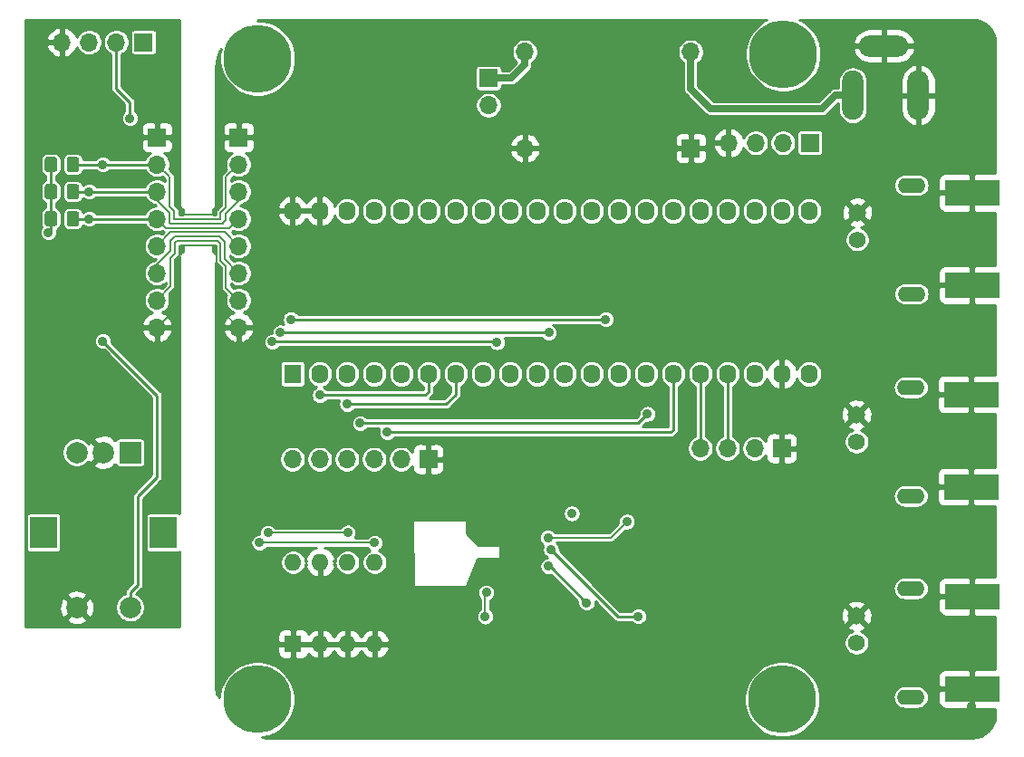
<source format=gbr>
G04 #@! TF.GenerationSoftware,KiCad,Pcbnew,(5.1.5)-3*
G04 #@! TF.CreationDate,2020-10-17T15:18:02-04:00*
G04 #@! TF.ProjectId,VFO-002,56464f2d-3030-4322-9e6b-696361645f70,1*
G04 #@! TF.SameCoordinates,Original*
G04 #@! TF.FileFunction,Copper,L2,Bot*
G04 #@! TF.FilePolarity,Positive*
%FSLAX46Y46*%
G04 Gerber Fmt 4.6, Leading zero omitted, Abs format (unit mm)*
G04 Created by KiCad (PCBNEW (5.1.5)-3) date 2020-10-17 15:18:02*
%MOMM*%
%LPD*%
G04 APERTURE LIST*
%ADD10O,1.600000X1.800000*%
%ADD11R,1.600000X1.800000*%
%ADD12O,1.700000X1.700000*%
%ADD13R,1.700000X1.700000*%
%ADD14C,1.574800*%
%ADD15C,1.651000*%
%ADD16O,2.600000X1.400000*%
%ADD17O,1.600000X1.600000*%
%ADD18R,1.600000X1.600000*%
%ADD19O,4.600000X2.000000*%
%ADD20O,2.000000X4.600000*%
%ADD21C,0.150000*%
%ADD22R,2.000000X2.000000*%
%ADD23C,2.000000*%
%ADD24R,2.500000X3.000000*%
%ADD25C,6.350000*%
%ADD26R,5.080000X2.413000*%
%ADD27C,0.889000*%
%ADD28C,0.152400*%
%ADD29C,0.254000*%
%ADD30C,0.635000*%
G04 APERTURE END LIST*
D10*
X116800000Y-81810000D03*
X165060000Y-97050000D03*
X119340000Y-81810000D03*
X162520000Y-97050000D03*
X121880000Y-81810000D03*
X159980000Y-97050000D03*
X124420000Y-81810000D03*
X157440000Y-97050000D03*
X126960000Y-81810000D03*
X154900000Y-97050000D03*
X129500000Y-81810000D03*
X152360000Y-97050000D03*
X132040000Y-81810000D03*
X149820000Y-97050000D03*
X134580000Y-81810000D03*
X147280000Y-97050000D03*
X137120000Y-81810000D03*
X144740000Y-97050000D03*
X139660000Y-81810000D03*
X142200000Y-97050000D03*
X142200000Y-81810000D03*
X139660000Y-97050000D03*
X144740000Y-81810000D03*
X137120000Y-97050000D03*
X147280000Y-81810000D03*
X134580000Y-97050000D03*
X149820000Y-81810000D03*
X132040000Y-97050000D03*
X152360000Y-81810000D03*
X129500000Y-97050000D03*
X154900000Y-81810000D03*
X126960000Y-97050000D03*
X157440000Y-81810000D03*
X124420000Y-97050000D03*
X159980000Y-81810000D03*
X121880000Y-97050000D03*
X162520000Y-81810000D03*
X119340000Y-97050000D03*
X165060000Y-81810000D03*
D11*
X116800000Y-97050000D03*
D12*
X138500000Y-66950000D03*
X154000000Y-66950000D03*
X138500000Y-75950000D03*
D13*
X154000000Y-75950000D03*
D14*
X169500000Y-103400000D03*
D15*
X169500000Y-100860000D03*
D16*
X174580000Y-98320000D03*
X174580000Y-108480000D03*
D14*
X169545000Y-84500000D03*
D15*
X169545000Y-81960000D03*
D16*
X174625000Y-79420000D03*
X174625000Y-89580000D03*
D17*
X116850000Y-114680000D03*
X124470000Y-122300000D03*
X119390000Y-114680000D03*
X121930000Y-122300000D03*
X121930000Y-114680000D03*
X119390000Y-122300000D03*
X124470000Y-114680000D03*
D18*
X116850000Y-122300000D03*
D12*
X116790000Y-105030000D03*
X119330000Y-105030000D03*
X121870000Y-105030000D03*
X124410000Y-105030000D03*
X126950000Y-105030000D03*
D13*
X129490000Y-105030000D03*
D12*
X154890000Y-104014000D03*
X157430000Y-104014000D03*
X159970000Y-104014000D03*
D13*
X162510000Y-104014000D03*
D12*
X111760000Y-92710000D03*
X111760000Y-90170000D03*
X111760000Y-87630000D03*
X111760000Y-85090000D03*
X111760000Y-82550000D03*
X111760000Y-80010000D03*
X111760000Y-77470000D03*
D13*
X111760000Y-74930000D03*
D19*
X172050000Y-66400000D03*
D20*
X169150000Y-71000000D03*
X175250000Y-71000000D03*
G04 #@! TA.AperFunction,SMDPad,CuDef*
D21*
G36*
X96624505Y-79311204D02*
G01*
X96648773Y-79314804D01*
X96672572Y-79320765D01*
X96695671Y-79329030D01*
X96717850Y-79339520D01*
X96738893Y-79352132D01*
X96758599Y-79366747D01*
X96776777Y-79383223D01*
X96793253Y-79401401D01*
X96807868Y-79421107D01*
X96820480Y-79442150D01*
X96830970Y-79464329D01*
X96839235Y-79487428D01*
X96845196Y-79511227D01*
X96848796Y-79535495D01*
X96850000Y-79559999D01*
X96850000Y-80460001D01*
X96848796Y-80484505D01*
X96845196Y-80508773D01*
X96839235Y-80532572D01*
X96830970Y-80555671D01*
X96820480Y-80577850D01*
X96807868Y-80598893D01*
X96793253Y-80618599D01*
X96776777Y-80636777D01*
X96758599Y-80653253D01*
X96738893Y-80667868D01*
X96717850Y-80680480D01*
X96695671Y-80690970D01*
X96672572Y-80699235D01*
X96648773Y-80705196D01*
X96624505Y-80708796D01*
X96600001Y-80710000D01*
X95949999Y-80710000D01*
X95925495Y-80708796D01*
X95901227Y-80705196D01*
X95877428Y-80699235D01*
X95854329Y-80690970D01*
X95832150Y-80680480D01*
X95811107Y-80667868D01*
X95791401Y-80653253D01*
X95773223Y-80636777D01*
X95756747Y-80618599D01*
X95742132Y-80598893D01*
X95729520Y-80577850D01*
X95719030Y-80555671D01*
X95710765Y-80532572D01*
X95704804Y-80508773D01*
X95701204Y-80484505D01*
X95700000Y-80460001D01*
X95700000Y-79559999D01*
X95701204Y-79535495D01*
X95704804Y-79511227D01*
X95710765Y-79487428D01*
X95719030Y-79464329D01*
X95729520Y-79442150D01*
X95742132Y-79421107D01*
X95756747Y-79401401D01*
X95773223Y-79383223D01*
X95791401Y-79366747D01*
X95811107Y-79352132D01*
X95832150Y-79339520D01*
X95854329Y-79329030D01*
X95877428Y-79320765D01*
X95901227Y-79314804D01*
X95925495Y-79311204D01*
X95949999Y-79310000D01*
X96600001Y-79310000D01*
X96624505Y-79311204D01*
G37*
G04 #@! TD.AperFunction*
G04 #@! TA.AperFunction,SMDPad,CuDef*
G36*
X94574505Y-79311204D02*
G01*
X94598773Y-79314804D01*
X94622572Y-79320765D01*
X94645671Y-79329030D01*
X94667850Y-79339520D01*
X94688893Y-79352132D01*
X94708599Y-79366747D01*
X94726777Y-79383223D01*
X94743253Y-79401401D01*
X94757868Y-79421107D01*
X94770480Y-79442150D01*
X94780970Y-79464329D01*
X94789235Y-79487428D01*
X94795196Y-79511227D01*
X94798796Y-79535495D01*
X94800000Y-79559999D01*
X94800000Y-80460001D01*
X94798796Y-80484505D01*
X94795196Y-80508773D01*
X94789235Y-80532572D01*
X94780970Y-80555671D01*
X94770480Y-80577850D01*
X94757868Y-80598893D01*
X94743253Y-80618599D01*
X94726777Y-80636777D01*
X94708599Y-80653253D01*
X94688893Y-80667868D01*
X94667850Y-80680480D01*
X94645671Y-80690970D01*
X94622572Y-80699235D01*
X94598773Y-80705196D01*
X94574505Y-80708796D01*
X94550001Y-80710000D01*
X93899999Y-80710000D01*
X93875495Y-80708796D01*
X93851227Y-80705196D01*
X93827428Y-80699235D01*
X93804329Y-80690970D01*
X93782150Y-80680480D01*
X93761107Y-80667868D01*
X93741401Y-80653253D01*
X93723223Y-80636777D01*
X93706747Y-80618599D01*
X93692132Y-80598893D01*
X93679520Y-80577850D01*
X93669030Y-80555671D01*
X93660765Y-80532572D01*
X93654804Y-80508773D01*
X93651204Y-80484505D01*
X93650000Y-80460001D01*
X93650000Y-79559999D01*
X93651204Y-79535495D01*
X93654804Y-79511227D01*
X93660765Y-79487428D01*
X93669030Y-79464329D01*
X93679520Y-79442150D01*
X93692132Y-79421107D01*
X93706747Y-79401401D01*
X93723223Y-79383223D01*
X93741401Y-79366747D01*
X93761107Y-79352132D01*
X93782150Y-79339520D01*
X93804329Y-79329030D01*
X93827428Y-79320765D01*
X93851227Y-79314804D01*
X93875495Y-79311204D01*
X93899999Y-79310000D01*
X94550001Y-79310000D01*
X94574505Y-79311204D01*
G37*
G04 #@! TD.AperFunction*
G04 #@! TA.AperFunction,SMDPad,CuDef*
G36*
X96624505Y-76771204D02*
G01*
X96648773Y-76774804D01*
X96672572Y-76780765D01*
X96695671Y-76789030D01*
X96717850Y-76799520D01*
X96738893Y-76812132D01*
X96758599Y-76826747D01*
X96776777Y-76843223D01*
X96793253Y-76861401D01*
X96807868Y-76881107D01*
X96820480Y-76902150D01*
X96830970Y-76924329D01*
X96839235Y-76947428D01*
X96845196Y-76971227D01*
X96848796Y-76995495D01*
X96850000Y-77019999D01*
X96850000Y-77920001D01*
X96848796Y-77944505D01*
X96845196Y-77968773D01*
X96839235Y-77992572D01*
X96830970Y-78015671D01*
X96820480Y-78037850D01*
X96807868Y-78058893D01*
X96793253Y-78078599D01*
X96776777Y-78096777D01*
X96758599Y-78113253D01*
X96738893Y-78127868D01*
X96717850Y-78140480D01*
X96695671Y-78150970D01*
X96672572Y-78159235D01*
X96648773Y-78165196D01*
X96624505Y-78168796D01*
X96600001Y-78170000D01*
X95949999Y-78170000D01*
X95925495Y-78168796D01*
X95901227Y-78165196D01*
X95877428Y-78159235D01*
X95854329Y-78150970D01*
X95832150Y-78140480D01*
X95811107Y-78127868D01*
X95791401Y-78113253D01*
X95773223Y-78096777D01*
X95756747Y-78078599D01*
X95742132Y-78058893D01*
X95729520Y-78037850D01*
X95719030Y-78015671D01*
X95710765Y-77992572D01*
X95704804Y-77968773D01*
X95701204Y-77944505D01*
X95700000Y-77920001D01*
X95700000Y-77019999D01*
X95701204Y-76995495D01*
X95704804Y-76971227D01*
X95710765Y-76947428D01*
X95719030Y-76924329D01*
X95729520Y-76902150D01*
X95742132Y-76881107D01*
X95756747Y-76861401D01*
X95773223Y-76843223D01*
X95791401Y-76826747D01*
X95811107Y-76812132D01*
X95832150Y-76799520D01*
X95854329Y-76789030D01*
X95877428Y-76780765D01*
X95901227Y-76774804D01*
X95925495Y-76771204D01*
X95949999Y-76770000D01*
X96600001Y-76770000D01*
X96624505Y-76771204D01*
G37*
G04 #@! TD.AperFunction*
G04 #@! TA.AperFunction,SMDPad,CuDef*
G36*
X94574505Y-76771204D02*
G01*
X94598773Y-76774804D01*
X94622572Y-76780765D01*
X94645671Y-76789030D01*
X94667850Y-76799520D01*
X94688893Y-76812132D01*
X94708599Y-76826747D01*
X94726777Y-76843223D01*
X94743253Y-76861401D01*
X94757868Y-76881107D01*
X94770480Y-76902150D01*
X94780970Y-76924329D01*
X94789235Y-76947428D01*
X94795196Y-76971227D01*
X94798796Y-76995495D01*
X94800000Y-77019999D01*
X94800000Y-77920001D01*
X94798796Y-77944505D01*
X94795196Y-77968773D01*
X94789235Y-77992572D01*
X94780970Y-78015671D01*
X94770480Y-78037850D01*
X94757868Y-78058893D01*
X94743253Y-78078599D01*
X94726777Y-78096777D01*
X94708599Y-78113253D01*
X94688893Y-78127868D01*
X94667850Y-78140480D01*
X94645671Y-78150970D01*
X94622572Y-78159235D01*
X94598773Y-78165196D01*
X94574505Y-78168796D01*
X94550001Y-78170000D01*
X93899999Y-78170000D01*
X93875495Y-78168796D01*
X93851227Y-78165196D01*
X93827428Y-78159235D01*
X93804329Y-78150970D01*
X93782150Y-78140480D01*
X93761107Y-78127868D01*
X93741401Y-78113253D01*
X93723223Y-78096777D01*
X93706747Y-78078599D01*
X93692132Y-78058893D01*
X93679520Y-78037850D01*
X93669030Y-78015671D01*
X93660765Y-77992572D01*
X93654804Y-77968773D01*
X93651204Y-77944505D01*
X93650000Y-77920001D01*
X93650000Y-77019999D01*
X93651204Y-76995495D01*
X93654804Y-76971227D01*
X93660765Y-76947428D01*
X93669030Y-76924329D01*
X93679520Y-76902150D01*
X93692132Y-76881107D01*
X93706747Y-76861401D01*
X93723223Y-76843223D01*
X93741401Y-76826747D01*
X93761107Y-76812132D01*
X93782150Y-76799520D01*
X93804329Y-76789030D01*
X93827428Y-76780765D01*
X93851227Y-76774804D01*
X93875495Y-76771204D01*
X93899999Y-76770000D01*
X94550001Y-76770000D01*
X94574505Y-76771204D01*
G37*
G04 #@! TD.AperFunction*
G04 #@! TA.AperFunction,SMDPad,CuDef*
G36*
X96624505Y-81851204D02*
G01*
X96648773Y-81854804D01*
X96672572Y-81860765D01*
X96695671Y-81869030D01*
X96717850Y-81879520D01*
X96738893Y-81892132D01*
X96758599Y-81906747D01*
X96776777Y-81923223D01*
X96793253Y-81941401D01*
X96807868Y-81961107D01*
X96820480Y-81982150D01*
X96830970Y-82004329D01*
X96839235Y-82027428D01*
X96845196Y-82051227D01*
X96848796Y-82075495D01*
X96850000Y-82099999D01*
X96850000Y-83000001D01*
X96848796Y-83024505D01*
X96845196Y-83048773D01*
X96839235Y-83072572D01*
X96830970Y-83095671D01*
X96820480Y-83117850D01*
X96807868Y-83138893D01*
X96793253Y-83158599D01*
X96776777Y-83176777D01*
X96758599Y-83193253D01*
X96738893Y-83207868D01*
X96717850Y-83220480D01*
X96695671Y-83230970D01*
X96672572Y-83239235D01*
X96648773Y-83245196D01*
X96624505Y-83248796D01*
X96600001Y-83250000D01*
X95949999Y-83250000D01*
X95925495Y-83248796D01*
X95901227Y-83245196D01*
X95877428Y-83239235D01*
X95854329Y-83230970D01*
X95832150Y-83220480D01*
X95811107Y-83207868D01*
X95791401Y-83193253D01*
X95773223Y-83176777D01*
X95756747Y-83158599D01*
X95742132Y-83138893D01*
X95729520Y-83117850D01*
X95719030Y-83095671D01*
X95710765Y-83072572D01*
X95704804Y-83048773D01*
X95701204Y-83024505D01*
X95700000Y-83000001D01*
X95700000Y-82099999D01*
X95701204Y-82075495D01*
X95704804Y-82051227D01*
X95710765Y-82027428D01*
X95719030Y-82004329D01*
X95729520Y-81982150D01*
X95742132Y-81961107D01*
X95756747Y-81941401D01*
X95773223Y-81923223D01*
X95791401Y-81906747D01*
X95811107Y-81892132D01*
X95832150Y-81879520D01*
X95854329Y-81869030D01*
X95877428Y-81860765D01*
X95901227Y-81854804D01*
X95925495Y-81851204D01*
X95949999Y-81850000D01*
X96600001Y-81850000D01*
X96624505Y-81851204D01*
G37*
G04 #@! TD.AperFunction*
G04 #@! TA.AperFunction,SMDPad,CuDef*
G36*
X94574505Y-81851204D02*
G01*
X94598773Y-81854804D01*
X94622572Y-81860765D01*
X94645671Y-81869030D01*
X94667850Y-81879520D01*
X94688893Y-81892132D01*
X94708599Y-81906747D01*
X94726777Y-81923223D01*
X94743253Y-81941401D01*
X94757868Y-81961107D01*
X94770480Y-81982150D01*
X94780970Y-82004329D01*
X94789235Y-82027428D01*
X94795196Y-82051227D01*
X94798796Y-82075495D01*
X94800000Y-82099999D01*
X94800000Y-83000001D01*
X94798796Y-83024505D01*
X94795196Y-83048773D01*
X94789235Y-83072572D01*
X94780970Y-83095671D01*
X94770480Y-83117850D01*
X94757868Y-83138893D01*
X94743253Y-83158599D01*
X94726777Y-83176777D01*
X94708599Y-83193253D01*
X94688893Y-83207868D01*
X94667850Y-83220480D01*
X94645671Y-83230970D01*
X94622572Y-83239235D01*
X94598773Y-83245196D01*
X94574505Y-83248796D01*
X94550001Y-83250000D01*
X93899999Y-83250000D01*
X93875495Y-83248796D01*
X93851227Y-83245196D01*
X93827428Y-83239235D01*
X93804329Y-83230970D01*
X93782150Y-83220480D01*
X93761107Y-83207868D01*
X93741401Y-83193253D01*
X93723223Y-83176777D01*
X93706747Y-83158599D01*
X93692132Y-83138893D01*
X93679520Y-83117850D01*
X93669030Y-83095671D01*
X93660765Y-83072572D01*
X93654804Y-83048773D01*
X93651204Y-83024505D01*
X93650000Y-83000001D01*
X93650000Y-82099999D01*
X93651204Y-82075495D01*
X93654804Y-82051227D01*
X93660765Y-82027428D01*
X93669030Y-82004329D01*
X93679520Y-81982150D01*
X93692132Y-81961107D01*
X93706747Y-81941401D01*
X93723223Y-81923223D01*
X93741401Y-81906747D01*
X93761107Y-81892132D01*
X93782150Y-81879520D01*
X93804329Y-81869030D01*
X93827428Y-81860765D01*
X93851227Y-81854804D01*
X93875495Y-81851204D01*
X93899999Y-81850000D01*
X94550001Y-81850000D01*
X94574505Y-81851204D01*
G37*
G04 #@! TD.AperFunction*
D22*
X101640000Y-104400000D03*
D23*
X99140000Y-104400000D03*
X96640000Y-104400000D03*
D24*
X104740000Y-111900000D03*
X93540000Y-111900000D03*
D23*
X101640000Y-118900000D03*
X96640000Y-118900000D03*
D25*
X162650000Y-67150000D03*
X113500000Y-127500000D03*
X162560000Y-127500000D03*
X113538000Y-67564000D03*
D12*
X95250000Y-66040000D03*
X97790000Y-66040000D03*
X100330000Y-66040000D03*
D13*
X102870000Y-66040000D03*
D14*
X169500000Y-122200000D03*
D15*
X169500000Y-119660000D03*
D16*
X174580000Y-117120000D03*
X174580000Y-127280000D03*
D12*
X104140000Y-92710000D03*
X104140000Y-90170000D03*
X104140000Y-87630000D03*
X104140000Y-85090000D03*
X104140000Y-82550000D03*
X104140000Y-80010000D03*
X104140000Y-77470000D03*
D13*
X104140000Y-74930000D03*
D12*
X135100000Y-71940000D03*
D13*
X135100000Y-69400000D03*
D12*
X157530000Y-75450000D03*
X160070000Y-75450000D03*
X162610000Y-75450000D03*
D13*
X165150000Y-75450000D03*
D26*
X180300000Y-88768000D03*
X180300000Y-80132000D03*
X180200000Y-107618000D03*
X180200000Y-98982000D03*
X180300000Y-126518000D03*
X180300000Y-117882000D03*
D27*
X139396000Y-109856000D03*
X142952000Y-111380000D03*
X144006000Y-126080000D03*
X137924845Y-113705898D03*
X145706204Y-114975796D03*
X119888000Y-76106000D03*
X121666000Y-75344000D03*
X124866399Y-75445601D03*
X180200000Y-112900000D03*
X180200000Y-128100000D03*
X180300000Y-78050000D03*
X180300000Y-91250000D03*
X180200000Y-96500000D03*
X119350000Y-99050000D03*
X121900000Y-99900000D03*
X93980000Y-83820000D03*
X113700000Y-112850000D03*
X124450000Y-112850000D03*
X134900000Y-117500000D03*
X134800000Y-119750000D03*
X125650000Y-102501000D03*
X101600000Y-73152000D03*
X114498781Y-111916204D03*
X121950000Y-111900000D03*
X123100000Y-101675500D03*
X149950000Y-100800000D03*
X142900000Y-110100000D03*
X99060000Y-93980000D03*
X97790000Y-82550000D03*
X114905191Y-94050000D03*
X135900000Y-94100000D03*
X97790000Y-80010000D03*
X115654686Y-93187034D03*
X140741283Y-93208717D03*
X99060000Y-77470000D03*
X116650000Y-91950000D03*
X146050000Y-91950000D03*
X140698753Y-115052618D03*
X144260000Y-118460000D03*
X140937446Y-113479477D03*
X149086000Y-119730000D03*
X140651334Y-112372863D03*
X148032000Y-110872000D03*
D28*
X105142400Y-74930000D02*
X104140000Y-74930000D01*
X105828211Y-75615811D02*
X105142400Y-74930000D01*
X105828211Y-81342013D02*
X105828211Y-75615811D01*
X106666967Y-82180769D02*
X105828211Y-81342013D01*
X109484231Y-82180769D02*
X106666967Y-82180769D01*
X109590000Y-82075000D02*
X109484231Y-82180769D01*
X111760000Y-74930000D02*
X110757600Y-74930000D01*
X109590000Y-81800000D02*
X109590000Y-82075000D01*
X110071789Y-75615811D02*
X110071789Y-81318211D01*
X110757600Y-74930000D02*
X110071789Y-75615811D01*
X110071789Y-81318211D02*
X109590000Y-81800000D01*
X105320201Y-89564549D02*
X105828211Y-89056539D01*
X104140000Y-92710000D02*
X105320201Y-91529799D01*
X105320201Y-91529799D02*
X105320201Y-89564549D01*
X105828211Y-86411539D02*
X106234621Y-86005129D01*
X105828211Y-89056539D02*
X105828211Y-86411539D01*
X106234621Y-85130379D02*
X106339361Y-85025639D01*
X106234621Y-86005129D02*
X106234621Y-85130379D01*
X109615639Y-85025639D02*
X109665380Y-85075380D01*
X106339361Y-85025639D02*
X109615639Y-85025639D01*
X109665380Y-86684880D02*
X110173389Y-87192889D01*
X109665380Y-85075380D02*
X109665380Y-86684880D01*
X110173389Y-91123389D02*
X111760000Y-92710000D01*
X110173389Y-87192889D02*
X110173389Y-91123389D01*
D29*
X119350000Y-99050000D02*
X129200000Y-99050000D01*
X129500000Y-98750000D02*
X129500000Y-97050000D01*
X129200000Y-99050000D02*
X129500000Y-98750000D01*
X121900000Y-99900000D02*
X131150000Y-99900000D01*
X132040000Y-99010000D02*
X132040000Y-97050000D01*
X131150000Y-99900000D02*
X132040000Y-99010000D01*
X94225000Y-77470000D02*
X94225000Y-80010000D01*
X94225000Y-80010000D02*
X94225000Y-82550000D01*
X94225000Y-82550000D02*
X94225000Y-83575000D01*
X94225000Y-83575000D02*
X93980000Y-83820000D01*
D28*
X105421801Y-86243199D02*
X105828211Y-85836789D01*
X104140000Y-90170000D02*
X105421801Y-88888199D01*
X105421801Y-88888199D02*
X105421801Y-86243199D01*
X105828211Y-84761789D02*
X105970771Y-84619229D01*
X105828211Y-85836789D02*
X105828211Y-84761789D01*
X105970771Y-84619229D02*
X109809479Y-84619229D01*
X110071788Y-84881538D02*
X110071789Y-86516539D01*
X109809479Y-84619229D02*
X110071788Y-84881538D01*
X110579799Y-88989799D02*
X111760000Y-90170000D01*
X110579799Y-87024549D02*
X110579799Y-88989799D01*
X110071789Y-86516539D02*
X110579799Y-87024549D01*
X105421801Y-85554897D02*
X105421801Y-84593199D01*
X104140000Y-87630000D02*
X104140000Y-86836698D01*
X104140000Y-86836698D02*
X105421801Y-85554897D01*
X105421801Y-84593199D02*
X105802181Y-84212819D01*
X105802181Y-84212819D02*
X109977819Y-84212819D01*
X110478198Y-84713198D02*
X109977819Y-84212819D01*
X110478198Y-86348198D02*
X110478198Y-84713198D01*
X111760000Y-87630000D02*
X110478198Y-86348198D01*
X122900000Y-112850000D02*
X124450000Y-112850000D01*
X113700000Y-112850000D02*
X122900000Y-112850000D01*
X134800000Y-117600000D02*
X134900000Y-117500000D01*
X134800000Y-119750000D02*
X134800000Y-117600000D01*
D29*
X125650000Y-102501000D02*
X152149000Y-102501000D01*
X152360000Y-102290000D02*
X152360000Y-97050000D01*
X152149000Y-102501000D02*
X152360000Y-102290000D01*
X101600000Y-73152000D02*
X101600000Y-71628000D01*
X100330000Y-70358000D02*
X100330000Y-66040000D01*
X101600000Y-71628000D02*
X100330000Y-70358000D01*
D28*
X104140000Y-85090000D02*
X105423591Y-83806409D01*
X110476409Y-83806409D02*
X111760000Y-85090000D01*
X105423591Y-83806409D02*
X110476409Y-83806409D01*
X114498781Y-111916204D02*
X121933796Y-111916204D01*
X121933796Y-111916204D02*
X121950000Y-111900000D01*
D29*
X123100000Y-101675500D02*
X149074500Y-101675500D01*
X149074500Y-101675500D02*
X149950000Y-100800000D01*
D30*
X169150000Y-71000000D02*
X167515000Y-71000000D01*
X167515000Y-71000000D02*
X166250000Y-72265000D01*
X166250000Y-72265000D02*
X155865000Y-72265000D01*
X154000000Y-70400000D02*
X154000000Y-66950000D01*
X155865000Y-72265000D02*
X154000000Y-70400000D01*
D29*
X101355000Y-82550000D02*
X104140000Y-82550000D01*
X96275000Y-82550000D02*
X104140000Y-82550000D01*
X101640000Y-118900000D02*
X101640000Y-117485787D01*
X104140000Y-99060000D02*
X99060000Y-93980000D01*
X101640000Y-117485787D02*
X102340000Y-116785787D01*
X102340000Y-116785787D02*
X102340000Y-108500000D01*
X102340000Y-108500000D02*
X104140000Y-106700000D01*
X104140000Y-106700000D02*
X104140000Y-99060000D01*
D28*
X110910001Y-83399999D02*
X111760000Y-82550000D01*
X104989999Y-83399999D02*
X110910001Y-83399999D01*
X104140000Y-82550000D02*
X104989999Y-83399999D01*
D29*
X114905191Y-94050000D02*
X135850000Y-94050000D01*
X135850000Y-94050000D02*
X135900000Y-94100000D01*
X101355000Y-80010000D02*
X104140000Y-80010000D01*
X104140000Y-80010000D02*
X96275000Y-80010000D01*
D28*
X110315000Y-82925000D02*
X110579799Y-82660201D01*
X110315000Y-82993589D02*
X110315000Y-82925000D01*
X105320201Y-82905201D02*
X105408589Y-82993589D01*
X105408589Y-82993589D02*
X110315000Y-82993589D01*
X105320201Y-81983503D02*
X105320201Y-82905201D01*
X104140000Y-80803302D02*
X105320201Y-81983503D01*
X104140000Y-80010000D02*
X104140000Y-80803302D01*
X110579799Y-82660201D02*
X110579799Y-82035201D01*
X110579799Y-82035201D02*
X110590000Y-82050000D01*
X111760000Y-80864184D02*
X110969592Y-81654592D01*
X111760000Y-80010000D02*
X111760000Y-80864184D01*
X110590000Y-82050000D02*
X110969592Y-81654592D01*
D29*
X115654686Y-93187034D02*
X140719600Y-93187034D01*
X140719600Y-93187034D02*
X140741283Y-93208717D01*
X101355000Y-77470000D02*
X104140000Y-77470000D01*
X96275000Y-77470000D02*
X104140000Y-77470000D01*
D28*
X104140000Y-77470000D02*
X105320201Y-78650201D01*
X105320201Y-81408753D02*
X105740000Y-81828552D01*
X105320201Y-78650201D02*
X105320201Y-81408753D01*
X105740000Y-82575000D02*
X105752179Y-82587179D01*
X105740000Y-81828552D02*
X105740000Y-82575000D01*
X105752179Y-82587179D02*
X110078071Y-82587179D01*
X110565250Y-81475000D02*
X110574434Y-81475000D01*
X110078071Y-82587179D02*
X110078071Y-81962179D01*
X110078071Y-81962179D02*
X110565250Y-81475000D01*
X110579799Y-78650201D02*
X111760000Y-77470000D01*
X110579799Y-81469635D02*
X110579799Y-78650201D01*
X110574434Y-81475000D02*
X110579799Y-81469635D01*
D29*
X116650000Y-91950000D02*
X146050000Y-91950000D01*
X140852618Y-115052618D02*
X140698753Y-115052618D01*
X144260000Y-118460000D02*
X140852618Y-115052618D01*
X147187969Y-119730000D02*
X140937446Y-113479477D01*
X149086000Y-119730000D02*
X147187969Y-119730000D01*
D28*
X140651334Y-112372863D02*
X146531137Y-112372863D01*
X146531137Y-112372863D02*
X148032000Y-110872000D01*
D29*
X154890000Y-97060000D02*
X154900000Y-97050000D01*
X154890000Y-104014000D02*
X154890000Y-97060000D01*
X157430000Y-97060000D02*
X157440000Y-97050000D01*
X157430000Y-104014000D02*
X157430000Y-97060000D01*
D30*
X137252081Y-69400000D02*
X136900000Y-69400000D01*
X138500000Y-66950000D02*
X138500000Y-68152081D01*
X138500000Y-68152081D02*
X137252081Y-69400000D01*
X135100000Y-69400000D02*
X136900000Y-69400000D01*
D29*
G36*
X106249001Y-81258821D02*
G01*
X106246915Y-81280000D01*
X106255237Y-81364491D01*
X106279882Y-81445734D01*
X106319903Y-81520609D01*
X106373763Y-81586237D01*
X106439391Y-81640097D01*
X106514266Y-81680118D01*
X106553000Y-81691868D01*
X106553000Y-82129979D01*
X106197200Y-82129979D01*
X106197200Y-81851001D01*
X106199411Y-81828551D01*
X106197200Y-81806101D01*
X106197200Y-81806092D01*
X106190585Y-81738925D01*
X106164441Y-81652743D01*
X106137060Y-81601516D01*
X106121987Y-81573315D01*
X106079170Y-81521144D01*
X106064853Y-81503699D01*
X106047409Y-81489383D01*
X105777401Y-81219376D01*
X105777401Y-78672650D01*
X105779612Y-78650200D01*
X105777401Y-78627750D01*
X105777401Y-78627741D01*
X105770786Y-78560574D01*
X105744642Y-78474392D01*
X105702189Y-78394966D01*
X105702188Y-78394964D01*
X105659371Y-78342793D01*
X105645054Y-78325348D01*
X105627610Y-78311032D01*
X105271545Y-77954967D01*
X105323693Y-77829069D01*
X105371000Y-77591243D01*
X105371000Y-77348757D01*
X105323693Y-77110931D01*
X105230898Y-76886903D01*
X105096180Y-76685283D01*
X104924717Y-76513820D01*
X104779706Y-76416927D01*
X104990000Y-76418072D01*
X105114482Y-76405812D01*
X105234180Y-76369502D01*
X105344494Y-76310537D01*
X105441185Y-76231185D01*
X105520537Y-76134494D01*
X105579502Y-76024180D01*
X105615812Y-75904482D01*
X105628072Y-75780000D01*
X105625000Y-75215750D01*
X105466250Y-75057000D01*
X104267000Y-75057000D01*
X104267000Y-75077000D01*
X104013000Y-75077000D01*
X104013000Y-75057000D01*
X102813750Y-75057000D01*
X102655000Y-75215750D01*
X102651928Y-75780000D01*
X102664188Y-75904482D01*
X102700498Y-76024180D01*
X102759463Y-76134494D01*
X102838815Y-76231185D01*
X102935506Y-76310537D01*
X103045820Y-76369502D01*
X103165518Y-76405812D01*
X103290000Y-76418072D01*
X103500294Y-76416927D01*
X103355283Y-76513820D01*
X103183820Y-76685283D01*
X103049102Y-76886903D01*
X103017996Y-76962000D01*
X99713385Y-76962000D01*
X99701208Y-76943775D01*
X99586225Y-76828792D01*
X99451021Y-76738452D01*
X99300789Y-76676224D01*
X99141305Y-76644500D01*
X98978695Y-76644500D01*
X98819211Y-76676224D01*
X98668979Y-76738452D01*
X98533775Y-76828792D01*
X98418792Y-76943775D01*
X98406615Y-76962000D01*
X97227131Y-76962000D01*
X97220683Y-76896538D01*
X97184671Y-76777821D01*
X97126190Y-76668411D01*
X97047488Y-76572512D01*
X96951589Y-76493810D01*
X96842179Y-76435329D01*
X96723462Y-76399317D01*
X96600001Y-76387157D01*
X95949999Y-76387157D01*
X95826538Y-76399317D01*
X95707821Y-76435329D01*
X95598411Y-76493810D01*
X95502512Y-76572512D01*
X95423810Y-76668411D01*
X95365329Y-76777821D01*
X95329317Y-76896538D01*
X95317157Y-77019999D01*
X95317157Y-77920001D01*
X95329317Y-78043462D01*
X95365329Y-78162179D01*
X95423810Y-78271589D01*
X95502512Y-78367488D01*
X95598411Y-78446190D01*
X95707821Y-78504671D01*
X95826538Y-78540683D01*
X95949999Y-78552843D01*
X96600001Y-78552843D01*
X96723462Y-78540683D01*
X96842179Y-78504671D01*
X96951589Y-78446190D01*
X97047488Y-78367488D01*
X97126190Y-78271589D01*
X97184671Y-78162179D01*
X97220683Y-78043462D01*
X97227131Y-77978000D01*
X98406615Y-77978000D01*
X98418792Y-77996225D01*
X98533775Y-78111208D01*
X98668979Y-78201548D01*
X98819211Y-78263776D01*
X98978695Y-78295500D01*
X99141305Y-78295500D01*
X99300789Y-78263776D01*
X99451021Y-78201548D01*
X99586225Y-78111208D01*
X99701208Y-77996225D01*
X99713385Y-77978000D01*
X103017996Y-77978000D01*
X103049102Y-78053097D01*
X103183820Y-78254717D01*
X103355283Y-78426180D01*
X103556903Y-78560898D01*
X103780931Y-78653693D01*
X104018757Y-78701000D01*
X104261243Y-78701000D01*
X104499069Y-78653693D01*
X104624967Y-78601545D01*
X104863001Y-78839579D01*
X104863001Y-79012583D01*
X104723097Y-78919102D01*
X104499069Y-78826307D01*
X104261243Y-78779000D01*
X104018757Y-78779000D01*
X103780931Y-78826307D01*
X103556903Y-78919102D01*
X103355283Y-79053820D01*
X103183820Y-79225283D01*
X103049102Y-79426903D01*
X103017996Y-79502000D01*
X98443385Y-79502000D01*
X98431208Y-79483775D01*
X98316225Y-79368792D01*
X98181021Y-79278452D01*
X98030789Y-79216224D01*
X97871305Y-79184500D01*
X97708695Y-79184500D01*
X97549211Y-79216224D01*
X97398979Y-79278452D01*
X97263775Y-79368792D01*
X97214945Y-79417622D01*
X97184671Y-79317821D01*
X97126190Y-79208411D01*
X97047488Y-79112512D01*
X96951589Y-79033810D01*
X96842179Y-78975329D01*
X96723462Y-78939317D01*
X96600001Y-78927157D01*
X95949999Y-78927157D01*
X95826538Y-78939317D01*
X95707821Y-78975329D01*
X95598411Y-79033810D01*
X95502512Y-79112512D01*
X95423810Y-79208411D01*
X95365329Y-79317821D01*
X95329317Y-79436538D01*
X95317157Y-79559999D01*
X95317157Y-80460001D01*
X95329317Y-80583462D01*
X95365329Y-80702179D01*
X95423810Y-80811589D01*
X95502512Y-80907488D01*
X95598411Y-80986190D01*
X95707821Y-81044671D01*
X95826538Y-81080683D01*
X95949999Y-81092843D01*
X96600001Y-81092843D01*
X96723462Y-81080683D01*
X96842179Y-81044671D01*
X96951589Y-80986190D01*
X97047488Y-80907488D01*
X97126190Y-80811589D01*
X97184671Y-80702179D01*
X97214945Y-80602378D01*
X97263775Y-80651208D01*
X97398979Y-80741548D01*
X97549211Y-80803776D01*
X97708695Y-80835500D01*
X97871305Y-80835500D01*
X98030789Y-80803776D01*
X98181021Y-80741548D01*
X98316225Y-80651208D01*
X98431208Y-80536225D01*
X98443385Y-80518000D01*
X103017996Y-80518000D01*
X103049102Y-80593097D01*
X103183820Y-80794717D01*
X103355283Y-80966180D01*
X103556903Y-81100898D01*
X103780931Y-81193693D01*
X103909360Y-81219239D01*
X104010720Y-81320599D01*
X103780931Y-81366307D01*
X103556903Y-81459102D01*
X103355283Y-81593820D01*
X103183820Y-81765283D01*
X103049102Y-81966903D01*
X103017996Y-82042000D01*
X98443385Y-82042000D01*
X98431208Y-82023775D01*
X98316225Y-81908792D01*
X98181021Y-81818452D01*
X98030789Y-81756224D01*
X97871305Y-81724500D01*
X97708695Y-81724500D01*
X97549211Y-81756224D01*
X97398979Y-81818452D01*
X97263775Y-81908792D01*
X97214945Y-81957622D01*
X97184671Y-81857821D01*
X97126190Y-81748411D01*
X97047488Y-81652512D01*
X96951589Y-81573810D01*
X96842179Y-81515329D01*
X96723462Y-81479317D01*
X96600001Y-81467157D01*
X95949999Y-81467157D01*
X95826538Y-81479317D01*
X95707821Y-81515329D01*
X95598411Y-81573810D01*
X95502512Y-81652512D01*
X95423810Y-81748411D01*
X95365329Y-81857821D01*
X95329317Y-81976538D01*
X95317157Y-82099999D01*
X95317157Y-83000001D01*
X95329317Y-83123462D01*
X95365329Y-83242179D01*
X95423810Y-83351589D01*
X95502512Y-83447488D01*
X95598411Y-83526190D01*
X95707821Y-83584671D01*
X95826538Y-83620683D01*
X95949999Y-83632843D01*
X96600001Y-83632843D01*
X96723462Y-83620683D01*
X96842179Y-83584671D01*
X96951589Y-83526190D01*
X97047488Y-83447488D01*
X97126190Y-83351589D01*
X97184671Y-83242179D01*
X97214945Y-83142378D01*
X97263775Y-83191208D01*
X97398979Y-83281548D01*
X97549211Y-83343776D01*
X97708695Y-83375500D01*
X97871305Y-83375500D01*
X98030789Y-83343776D01*
X98181021Y-83281548D01*
X98316225Y-83191208D01*
X98431208Y-83076225D01*
X98443385Y-83058000D01*
X103017996Y-83058000D01*
X103049102Y-83133097D01*
X103183820Y-83334717D01*
X103355283Y-83506180D01*
X103556903Y-83640898D01*
X103780931Y-83733693D01*
X104018757Y-83781000D01*
X104261243Y-83781000D01*
X104499069Y-83733693D01*
X104624967Y-83681545D01*
X104650829Y-83707407D01*
X104665146Y-83724852D01*
X104734763Y-83781986D01*
X104778212Y-83805210D01*
X104624967Y-83958455D01*
X104499069Y-83906307D01*
X104261243Y-83859000D01*
X104018757Y-83859000D01*
X103780931Y-83906307D01*
X103556903Y-83999102D01*
X103355283Y-84133820D01*
X103183820Y-84305283D01*
X103049102Y-84506903D01*
X102956307Y-84730931D01*
X102909000Y-84968757D01*
X102909000Y-85211243D01*
X102956307Y-85449069D01*
X103049102Y-85673097D01*
X103183820Y-85874717D01*
X103355283Y-86046180D01*
X103556903Y-86180898D01*
X103780931Y-86273693D01*
X104010720Y-86319401D01*
X103909360Y-86420761D01*
X103780931Y-86446307D01*
X103556903Y-86539102D01*
X103355283Y-86673820D01*
X103183820Y-86845283D01*
X103049102Y-87046903D01*
X102956307Y-87270931D01*
X102909000Y-87508757D01*
X102909000Y-87751243D01*
X102956307Y-87989069D01*
X103049102Y-88213097D01*
X103183820Y-88414717D01*
X103355283Y-88586180D01*
X103556903Y-88720898D01*
X103780931Y-88813693D01*
X104018757Y-88861000D01*
X104261243Y-88861000D01*
X104499069Y-88813693D01*
X104723097Y-88720898D01*
X104924717Y-88586180D01*
X104964601Y-88546296D01*
X104964601Y-88698821D01*
X104624967Y-89038455D01*
X104499069Y-88986307D01*
X104261243Y-88939000D01*
X104018757Y-88939000D01*
X103780931Y-88986307D01*
X103556903Y-89079102D01*
X103355283Y-89213820D01*
X103183820Y-89385283D01*
X103049102Y-89586903D01*
X102956307Y-89810931D01*
X102909000Y-90048757D01*
X102909000Y-90291243D01*
X102956307Y-90529069D01*
X103049102Y-90753097D01*
X103183820Y-90954717D01*
X103355283Y-91126180D01*
X103556903Y-91260898D01*
X103671168Y-91308228D01*
X103508748Y-91365843D01*
X103258645Y-91514822D01*
X103042412Y-91709731D01*
X102868359Y-91943080D01*
X102743175Y-92205901D01*
X102698524Y-92353110D01*
X102819845Y-92583000D01*
X104013000Y-92583000D01*
X104013000Y-92563000D01*
X104267000Y-92563000D01*
X104267000Y-92583000D01*
X105460155Y-92583000D01*
X105581476Y-92353110D01*
X105536825Y-92205901D01*
X105411641Y-91943080D01*
X105237588Y-91709731D01*
X105021355Y-91514822D01*
X104771252Y-91365843D01*
X104608832Y-91308228D01*
X104723097Y-91260898D01*
X104924717Y-91126180D01*
X105096180Y-90954717D01*
X105230898Y-90753097D01*
X105323693Y-90529069D01*
X105371000Y-90291243D01*
X105371000Y-90048757D01*
X105323693Y-89810931D01*
X105271545Y-89685033D01*
X105729210Y-89227368D01*
X105746654Y-89213052D01*
X105760971Y-89195607D01*
X105803788Y-89143436D01*
X105846241Y-89064009D01*
X105846242Y-89064008D01*
X105872386Y-88977826D01*
X105879001Y-88910659D01*
X105879001Y-88910650D01*
X105881212Y-88888200D01*
X105879001Y-88865750D01*
X105879001Y-86432577D01*
X106135625Y-86175954D01*
X106153064Y-86161642D01*
X106167376Y-86144203D01*
X106167382Y-86144197D01*
X106210198Y-86092025D01*
X106247116Y-86022955D01*
X106246915Y-86025000D01*
X106249000Y-86046168D01*
X106249001Y-110119679D01*
X106202696Y-110081678D01*
X106136508Y-110046299D01*
X106064689Y-110024513D01*
X105990000Y-110017157D01*
X103490000Y-110017157D01*
X103415311Y-110024513D01*
X103343492Y-110046299D01*
X103277304Y-110081678D01*
X103219289Y-110129289D01*
X103171678Y-110187304D01*
X103136299Y-110253492D01*
X103114513Y-110325311D01*
X103107157Y-110400000D01*
X103107157Y-113400000D01*
X103114513Y-113474689D01*
X103136299Y-113546508D01*
X103171678Y-113612696D01*
X103219289Y-113670711D01*
X103277304Y-113718322D01*
X103343492Y-113753701D01*
X103415311Y-113775487D01*
X103490000Y-113782843D01*
X105990000Y-113782843D01*
X106064689Y-113775487D01*
X106136508Y-113753701D01*
X106202696Y-113718322D01*
X106249001Y-113680321D01*
X106249001Y-120669000D01*
X91871000Y-120669000D01*
X91871000Y-120035413D01*
X95684192Y-120035413D01*
X95779956Y-120299814D01*
X96069571Y-120440704D01*
X96381108Y-120522384D01*
X96702595Y-120541718D01*
X97021675Y-120497961D01*
X97326088Y-120392795D01*
X97500044Y-120299814D01*
X97595808Y-120035413D01*
X96640000Y-119079605D01*
X95684192Y-120035413D01*
X91871000Y-120035413D01*
X91871000Y-118962595D01*
X94998282Y-118962595D01*
X95042039Y-119281675D01*
X95147205Y-119586088D01*
X95240186Y-119760044D01*
X95504587Y-119855808D01*
X96460395Y-118900000D01*
X96819605Y-118900000D01*
X97775413Y-119855808D01*
X98039814Y-119760044D01*
X98180704Y-119470429D01*
X98262384Y-119158892D01*
X98281718Y-118837405D01*
X98237961Y-118518325D01*
X98132795Y-118213912D01*
X98039814Y-118039956D01*
X97775413Y-117944192D01*
X96819605Y-118900000D01*
X96460395Y-118900000D01*
X95504587Y-117944192D01*
X95240186Y-118039956D01*
X95099296Y-118329571D01*
X95017616Y-118641108D01*
X94998282Y-118962595D01*
X91871000Y-118962595D01*
X91871000Y-117764587D01*
X95684192Y-117764587D01*
X96640000Y-118720395D01*
X97595808Y-117764587D01*
X97500044Y-117500186D01*
X97210429Y-117359296D01*
X96898892Y-117277616D01*
X96577405Y-117258282D01*
X96258325Y-117302039D01*
X95953912Y-117407205D01*
X95779956Y-117500186D01*
X95684192Y-117764587D01*
X91871000Y-117764587D01*
X91871000Y-110400000D01*
X91907157Y-110400000D01*
X91907157Y-113400000D01*
X91914513Y-113474689D01*
X91936299Y-113546508D01*
X91971678Y-113612696D01*
X92019289Y-113670711D01*
X92077304Y-113718322D01*
X92143492Y-113753701D01*
X92215311Y-113775487D01*
X92290000Y-113782843D01*
X94790000Y-113782843D01*
X94864689Y-113775487D01*
X94936508Y-113753701D01*
X95002696Y-113718322D01*
X95060711Y-113670711D01*
X95108322Y-113612696D01*
X95143701Y-113546508D01*
X95165487Y-113474689D01*
X95172843Y-113400000D01*
X95172843Y-110400000D01*
X95165487Y-110325311D01*
X95143701Y-110253492D01*
X95108322Y-110187304D01*
X95060711Y-110129289D01*
X95002696Y-110081678D01*
X94936508Y-110046299D01*
X94864689Y-110024513D01*
X94790000Y-110017157D01*
X92290000Y-110017157D01*
X92215311Y-110024513D01*
X92143492Y-110046299D01*
X92077304Y-110081678D01*
X92019289Y-110129289D01*
X91971678Y-110187304D01*
X91936299Y-110253492D01*
X91914513Y-110325311D01*
X91907157Y-110400000D01*
X91871000Y-110400000D01*
X91871000Y-104263983D01*
X95259000Y-104263983D01*
X95259000Y-104536017D01*
X95312071Y-104802823D01*
X95416174Y-105054149D01*
X95567307Y-105280336D01*
X95759664Y-105472693D01*
X95985851Y-105623826D01*
X96237177Y-105727929D01*
X96503983Y-105781000D01*
X96776017Y-105781000D01*
X97042823Y-105727929D01*
X97294149Y-105623826D01*
X97520336Y-105472693D01*
X97712693Y-105280336D01*
X97733993Y-105248458D01*
X97740186Y-105260044D01*
X98004587Y-105355808D01*
X98960395Y-104400000D01*
X98004587Y-103444192D01*
X97740186Y-103539956D01*
X97734315Y-103552024D01*
X97712693Y-103519664D01*
X97520336Y-103327307D01*
X97426469Y-103264587D01*
X98184192Y-103264587D01*
X99140000Y-104220395D01*
X99154143Y-104206253D01*
X99333748Y-104385858D01*
X99319605Y-104400000D01*
X99333748Y-104414143D01*
X99154143Y-104593748D01*
X99140000Y-104579605D01*
X98184192Y-105535413D01*
X98279956Y-105799814D01*
X98569571Y-105940704D01*
X98881108Y-106022384D01*
X99202595Y-106041718D01*
X99521675Y-105997961D01*
X99826088Y-105892795D01*
X100000044Y-105799814D01*
X100095807Y-105535415D01*
X100211475Y-105651083D01*
X100296662Y-105565896D01*
X100321678Y-105612696D01*
X100369289Y-105670711D01*
X100427304Y-105718322D01*
X100493492Y-105753701D01*
X100565311Y-105775487D01*
X100640000Y-105782843D01*
X102640000Y-105782843D01*
X102714689Y-105775487D01*
X102786508Y-105753701D01*
X102852696Y-105718322D01*
X102910711Y-105670711D01*
X102958322Y-105612696D01*
X102993701Y-105546508D01*
X103015487Y-105474689D01*
X103022843Y-105400000D01*
X103022843Y-103400000D01*
X103015487Y-103325311D01*
X102993701Y-103253492D01*
X102958322Y-103187304D01*
X102910711Y-103129289D01*
X102852696Y-103081678D01*
X102786508Y-103046299D01*
X102714689Y-103024513D01*
X102640000Y-103017157D01*
X100640000Y-103017157D01*
X100565311Y-103024513D01*
X100493492Y-103046299D01*
X100427304Y-103081678D01*
X100369289Y-103129289D01*
X100321678Y-103187304D01*
X100296662Y-103234104D01*
X100211475Y-103148917D01*
X100095807Y-103264585D01*
X100000044Y-103000186D01*
X99710429Y-102859296D01*
X99398892Y-102777616D01*
X99077405Y-102758282D01*
X98758325Y-102802039D01*
X98453912Y-102907205D01*
X98279956Y-103000186D01*
X98184192Y-103264587D01*
X97426469Y-103264587D01*
X97294149Y-103176174D01*
X97042823Y-103072071D01*
X96776017Y-103019000D01*
X96503983Y-103019000D01*
X96237177Y-103072071D01*
X95985851Y-103176174D01*
X95759664Y-103327307D01*
X95567307Y-103519664D01*
X95416174Y-103745851D01*
X95312071Y-103997177D01*
X95259000Y-104263983D01*
X91871000Y-104263983D01*
X91871000Y-93898695D01*
X98234500Y-93898695D01*
X98234500Y-94061305D01*
X98266224Y-94220789D01*
X98328452Y-94371021D01*
X98418792Y-94506225D01*
X98533775Y-94621208D01*
X98668979Y-94711548D01*
X98819211Y-94773776D01*
X98978695Y-94805500D01*
X99141305Y-94805500D01*
X99162804Y-94801224D01*
X103632001Y-99270421D01*
X103632000Y-106489579D01*
X101998430Y-108123150D01*
X101979053Y-108139052D01*
X101963151Y-108158429D01*
X101963150Y-108158430D01*
X101915571Y-108216405D01*
X101868400Y-108304657D01*
X101839352Y-108400416D01*
X101829543Y-108500000D01*
X101832001Y-108524954D01*
X101832000Y-116575366D01*
X101298430Y-117108937D01*
X101279053Y-117124839D01*
X101263151Y-117144216D01*
X101263150Y-117144217D01*
X101215571Y-117202192D01*
X101168400Y-117290444D01*
X101139352Y-117386203D01*
X101129543Y-117485787D01*
X101132001Y-117510741D01*
X101132001Y-117615637D01*
X100985851Y-117676174D01*
X100759664Y-117827307D01*
X100567307Y-118019664D01*
X100416174Y-118245851D01*
X100312071Y-118497177D01*
X100259000Y-118763983D01*
X100259000Y-119036017D01*
X100312071Y-119302823D01*
X100416174Y-119554149D01*
X100567307Y-119780336D01*
X100759664Y-119972693D01*
X100985851Y-120123826D01*
X101237177Y-120227929D01*
X101503983Y-120281000D01*
X101776017Y-120281000D01*
X102042823Y-120227929D01*
X102294149Y-120123826D01*
X102520336Y-119972693D01*
X102712693Y-119780336D01*
X102863826Y-119554149D01*
X102967929Y-119302823D01*
X103021000Y-119036017D01*
X103021000Y-118763983D01*
X102967929Y-118497177D01*
X102863826Y-118245851D01*
X102712693Y-118019664D01*
X102520336Y-117827307D01*
X102294149Y-117676174D01*
X102204972Y-117639235D01*
X102681570Y-117162638D01*
X102700948Y-117146735D01*
X102719624Y-117123977D01*
X102764429Y-117069383D01*
X102811600Y-116981132D01*
X102813360Y-116975330D01*
X102840649Y-116885372D01*
X102848000Y-116810734D01*
X102848000Y-116810732D01*
X102850457Y-116785788D01*
X102848000Y-116760844D01*
X102848000Y-108710420D01*
X104481571Y-107076850D01*
X104500948Y-107060948D01*
X104519624Y-107038190D01*
X104564429Y-106983596D01*
X104611600Y-106895345D01*
X104611601Y-106895342D01*
X104640649Y-106799585D01*
X104648000Y-106724947D01*
X104648000Y-106724945D01*
X104650457Y-106700001D01*
X104648000Y-106675057D01*
X104648000Y-99084944D01*
X104650457Y-99060000D01*
X104648000Y-99035053D01*
X104640649Y-98960415D01*
X104611601Y-98864657D01*
X104589643Y-98823576D01*
X104564429Y-98776404D01*
X104541354Y-98748288D01*
X104500948Y-98699052D01*
X104481565Y-98683145D01*
X99881224Y-94082804D01*
X99885500Y-94061305D01*
X99885500Y-93898695D01*
X99853776Y-93739211D01*
X99791548Y-93588979D01*
X99701208Y-93453775D01*
X99586225Y-93338792D01*
X99451021Y-93248452D01*
X99300789Y-93186224D01*
X99141305Y-93154500D01*
X98978695Y-93154500D01*
X98819211Y-93186224D01*
X98668979Y-93248452D01*
X98533775Y-93338792D01*
X98418792Y-93453775D01*
X98328452Y-93588979D01*
X98266224Y-93739211D01*
X98234500Y-93898695D01*
X91871000Y-93898695D01*
X91871000Y-93066890D01*
X102698524Y-93066890D01*
X102743175Y-93214099D01*
X102868359Y-93476920D01*
X103042412Y-93710269D01*
X103258645Y-93905178D01*
X103508748Y-94054157D01*
X103783109Y-94151481D01*
X104013000Y-94030814D01*
X104013000Y-92837000D01*
X104267000Y-92837000D01*
X104267000Y-94030814D01*
X104496891Y-94151481D01*
X104771252Y-94054157D01*
X105021355Y-93905178D01*
X105237588Y-93710269D01*
X105411641Y-93476920D01*
X105536825Y-93214099D01*
X105581476Y-93066890D01*
X105460155Y-92837000D01*
X104267000Y-92837000D01*
X104013000Y-92837000D01*
X102819845Y-92837000D01*
X102698524Y-93066890D01*
X91871000Y-93066890D01*
X91871000Y-83738695D01*
X93154500Y-83738695D01*
X93154500Y-83901305D01*
X93186224Y-84060789D01*
X93248452Y-84211021D01*
X93338792Y-84346225D01*
X93453775Y-84461208D01*
X93588979Y-84551548D01*
X93739211Y-84613776D01*
X93898695Y-84645500D01*
X94061305Y-84645500D01*
X94220789Y-84613776D01*
X94371021Y-84551548D01*
X94506225Y-84461208D01*
X94621208Y-84346225D01*
X94711548Y-84211021D01*
X94773776Y-84060789D01*
X94805500Y-83901305D01*
X94805500Y-83738695D01*
X94775848Y-83589625D01*
X94792179Y-83584671D01*
X94901589Y-83526190D01*
X94997488Y-83447488D01*
X95076190Y-83351589D01*
X95134671Y-83242179D01*
X95170683Y-83123462D01*
X95182843Y-83000001D01*
X95182843Y-82099999D01*
X95170683Y-81976538D01*
X95134671Y-81857821D01*
X95076190Y-81748411D01*
X94997488Y-81652512D01*
X94901589Y-81573810D01*
X94792179Y-81515329D01*
X94733000Y-81497377D01*
X94733000Y-81062623D01*
X94792179Y-81044671D01*
X94901589Y-80986190D01*
X94997488Y-80907488D01*
X95076190Y-80811589D01*
X95134671Y-80702179D01*
X95170683Y-80583462D01*
X95182843Y-80460001D01*
X95182843Y-79559999D01*
X95170683Y-79436538D01*
X95134671Y-79317821D01*
X95076190Y-79208411D01*
X94997488Y-79112512D01*
X94901589Y-79033810D01*
X94792179Y-78975329D01*
X94733000Y-78957377D01*
X94733000Y-78522623D01*
X94792179Y-78504671D01*
X94901589Y-78446190D01*
X94997488Y-78367488D01*
X95076190Y-78271589D01*
X95134671Y-78162179D01*
X95170683Y-78043462D01*
X95182843Y-77920001D01*
X95182843Y-77019999D01*
X95170683Y-76896538D01*
X95134671Y-76777821D01*
X95076190Y-76668411D01*
X94997488Y-76572512D01*
X94901589Y-76493810D01*
X94792179Y-76435329D01*
X94673462Y-76399317D01*
X94550001Y-76387157D01*
X93899999Y-76387157D01*
X93776538Y-76399317D01*
X93657821Y-76435329D01*
X93548411Y-76493810D01*
X93452512Y-76572512D01*
X93373810Y-76668411D01*
X93315329Y-76777821D01*
X93279317Y-76896538D01*
X93267157Y-77019999D01*
X93267157Y-77920001D01*
X93279317Y-78043462D01*
X93315329Y-78162179D01*
X93373810Y-78271589D01*
X93452512Y-78367488D01*
X93548411Y-78446190D01*
X93657821Y-78504671D01*
X93717000Y-78522623D01*
X93717001Y-78957377D01*
X93657821Y-78975329D01*
X93548411Y-79033810D01*
X93452512Y-79112512D01*
X93373810Y-79208411D01*
X93315329Y-79317821D01*
X93279317Y-79436538D01*
X93267157Y-79559999D01*
X93267157Y-80460001D01*
X93279317Y-80583462D01*
X93315329Y-80702179D01*
X93373810Y-80811589D01*
X93452512Y-80907488D01*
X93548411Y-80986190D01*
X93657821Y-81044671D01*
X93717000Y-81062623D01*
X93717001Y-81497377D01*
X93657821Y-81515329D01*
X93548411Y-81573810D01*
X93452512Y-81652512D01*
X93373810Y-81748411D01*
X93315329Y-81857821D01*
X93279317Y-81976538D01*
X93267157Y-82099999D01*
X93267157Y-83000001D01*
X93279317Y-83123462D01*
X93315329Y-83242179D01*
X93341474Y-83291093D01*
X93338792Y-83293775D01*
X93248452Y-83428979D01*
X93186224Y-83579211D01*
X93154500Y-83738695D01*
X91871000Y-83738695D01*
X91871000Y-74080000D01*
X102651928Y-74080000D01*
X102655000Y-74644250D01*
X102813750Y-74803000D01*
X104013000Y-74803000D01*
X104013000Y-73603750D01*
X104267000Y-73603750D01*
X104267000Y-74803000D01*
X105466250Y-74803000D01*
X105625000Y-74644250D01*
X105628072Y-74080000D01*
X105615812Y-73955518D01*
X105579502Y-73835820D01*
X105520537Y-73725506D01*
X105441185Y-73628815D01*
X105344494Y-73549463D01*
X105234180Y-73490498D01*
X105114482Y-73454188D01*
X104990000Y-73441928D01*
X104425750Y-73445000D01*
X104267000Y-73603750D01*
X104013000Y-73603750D01*
X103854250Y-73445000D01*
X103290000Y-73441928D01*
X103165518Y-73454188D01*
X103045820Y-73490498D01*
X102935506Y-73549463D01*
X102838815Y-73628815D01*
X102759463Y-73725506D01*
X102700498Y-73835820D01*
X102664188Y-73955518D01*
X102651928Y-74080000D01*
X91871000Y-74080000D01*
X91871000Y-66396891D01*
X93808519Y-66396891D01*
X93905843Y-66671252D01*
X94054822Y-66921355D01*
X94249731Y-67137588D01*
X94483080Y-67311641D01*
X94745901Y-67436825D01*
X94893110Y-67481476D01*
X95123000Y-67360155D01*
X95123000Y-66167000D01*
X93929186Y-66167000D01*
X93808519Y-66396891D01*
X91871000Y-66396891D01*
X91871000Y-65683109D01*
X93808519Y-65683109D01*
X93929186Y-65913000D01*
X95123000Y-65913000D01*
X95123000Y-64719845D01*
X95377000Y-64719845D01*
X95377000Y-65913000D01*
X95397000Y-65913000D01*
X95397000Y-66167000D01*
X95377000Y-66167000D01*
X95377000Y-67360155D01*
X95606890Y-67481476D01*
X95754099Y-67436825D01*
X96016920Y-67311641D01*
X96250269Y-67137588D01*
X96445178Y-66921355D01*
X96594157Y-66671252D01*
X96651772Y-66508832D01*
X96699102Y-66623097D01*
X96833820Y-66824717D01*
X97005283Y-66996180D01*
X97206903Y-67130898D01*
X97430931Y-67223693D01*
X97668757Y-67271000D01*
X97911243Y-67271000D01*
X98149069Y-67223693D01*
X98373097Y-67130898D01*
X98574717Y-66996180D01*
X98746180Y-66824717D01*
X98880898Y-66623097D01*
X98973693Y-66399069D01*
X99021000Y-66161243D01*
X99021000Y-65918757D01*
X99099000Y-65918757D01*
X99099000Y-66161243D01*
X99146307Y-66399069D01*
X99239102Y-66623097D01*
X99373820Y-66824717D01*
X99545283Y-66996180D01*
X99746903Y-67130898D01*
X99822001Y-67162004D01*
X99822000Y-70333056D01*
X99819543Y-70358000D01*
X99822000Y-70382944D01*
X99822000Y-70382946D01*
X99829351Y-70457584D01*
X99858399Y-70553342D01*
X99905571Y-70641595D01*
X99969052Y-70718948D01*
X99988435Y-70734855D01*
X101092001Y-71838422D01*
X101092000Y-72498614D01*
X101073775Y-72510792D01*
X100958792Y-72625775D01*
X100868452Y-72760979D01*
X100806224Y-72911211D01*
X100774500Y-73070695D01*
X100774500Y-73233305D01*
X100806224Y-73392789D01*
X100868452Y-73543021D01*
X100958792Y-73678225D01*
X101073775Y-73793208D01*
X101208979Y-73883548D01*
X101359211Y-73945776D01*
X101518695Y-73977500D01*
X101681305Y-73977500D01*
X101840789Y-73945776D01*
X101991021Y-73883548D01*
X102126225Y-73793208D01*
X102241208Y-73678225D01*
X102331548Y-73543021D01*
X102393776Y-73392789D01*
X102425500Y-73233305D01*
X102425500Y-73070695D01*
X102393776Y-72911211D01*
X102331548Y-72760979D01*
X102241208Y-72625775D01*
X102126225Y-72510792D01*
X102108000Y-72498615D01*
X102108000Y-71652943D01*
X102110457Y-71627999D01*
X102108000Y-71603053D01*
X102100649Y-71528415D01*
X102071601Y-71432657D01*
X102071600Y-71432655D01*
X102024429Y-71344404D01*
X101976850Y-71286429D01*
X101960948Y-71267052D01*
X101941571Y-71251150D01*
X100838000Y-70147580D01*
X100838000Y-67162004D01*
X100913097Y-67130898D01*
X101114717Y-66996180D01*
X101286180Y-66824717D01*
X101420898Y-66623097D01*
X101513693Y-66399069D01*
X101561000Y-66161243D01*
X101561000Y-65918757D01*
X101513693Y-65680931D01*
X101420898Y-65456903D01*
X101286180Y-65255283D01*
X101220897Y-65190000D01*
X101637157Y-65190000D01*
X101637157Y-66890000D01*
X101644513Y-66964689D01*
X101666299Y-67036508D01*
X101701678Y-67102696D01*
X101749289Y-67160711D01*
X101807304Y-67208322D01*
X101873492Y-67243701D01*
X101945311Y-67265487D01*
X102020000Y-67272843D01*
X103720000Y-67272843D01*
X103794689Y-67265487D01*
X103866508Y-67243701D01*
X103932696Y-67208322D01*
X103990711Y-67160711D01*
X104038322Y-67102696D01*
X104073701Y-67036508D01*
X104095487Y-66964689D01*
X104102843Y-66890000D01*
X104102843Y-65190000D01*
X104095487Y-65115311D01*
X104073701Y-65043492D01*
X104038322Y-64977304D01*
X103990711Y-64919289D01*
X103932696Y-64871678D01*
X103866508Y-64836299D01*
X103794689Y-64814513D01*
X103720000Y-64807157D01*
X102020000Y-64807157D01*
X101945311Y-64814513D01*
X101873492Y-64836299D01*
X101807304Y-64871678D01*
X101749289Y-64919289D01*
X101701678Y-64977304D01*
X101666299Y-65043492D01*
X101644513Y-65115311D01*
X101637157Y-65190000D01*
X101220897Y-65190000D01*
X101114717Y-65083820D01*
X100913097Y-64949102D01*
X100689069Y-64856307D01*
X100451243Y-64809000D01*
X100208757Y-64809000D01*
X99970931Y-64856307D01*
X99746903Y-64949102D01*
X99545283Y-65083820D01*
X99373820Y-65255283D01*
X99239102Y-65456903D01*
X99146307Y-65680931D01*
X99099000Y-65918757D01*
X99021000Y-65918757D01*
X98973693Y-65680931D01*
X98880898Y-65456903D01*
X98746180Y-65255283D01*
X98574717Y-65083820D01*
X98373097Y-64949102D01*
X98149069Y-64856307D01*
X97911243Y-64809000D01*
X97668757Y-64809000D01*
X97430931Y-64856307D01*
X97206903Y-64949102D01*
X97005283Y-65083820D01*
X96833820Y-65255283D01*
X96699102Y-65456903D01*
X96651772Y-65571168D01*
X96594157Y-65408748D01*
X96445178Y-65158645D01*
X96250269Y-64942412D01*
X96016920Y-64768359D01*
X95754099Y-64643175D01*
X95606890Y-64598524D01*
X95377000Y-64719845D01*
X95123000Y-64719845D01*
X94893110Y-64598524D01*
X94745901Y-64643175D01*
X94483080Y-64768359D01*
X94249731Y-64942412D01*
X94054822Y-65158645D01*
X93905843Y-65408748D01*
X93808519Y-65683109D01*
X91871000Y-65683109D01*
X91871000Y-63931000D01*
X106249000Y-63931000D01*
X106249001Y-81258821D01*
G37*
X106249001Y-81258821D02*
X106246915Y-81280000D01*
X106255237Y-81364491D01*
X106279882Y-81445734D01*
X106319903Y-81520609D01*
X106373763Y-81586237D01*
X106439391Y-81640097D01*
X106514266Y-81680118D01*
X106553000Y-81691868D01*
X106553000Y-82129979D01*
X106197200Y-82129979D01*
X106197200Y-81851001D01*
X106199411Y-81828551D01*
X106197200Y-81806101D01*
X106197200Y-81806092D01*
X106190585Y-81738925D01*
X106164441Y-81652743D01*
X106137060Y-81601516D01*
X106121987Y-81573315D01*
X106079170Y-81521144D01*
X106064853Y-81503699D01*
X106047409Y-81489383D01*
X105777401Y-81219376D01*
X105777401Y-78672650D01*
X105779612Y-78650200D01*
X105777401Y-78627750D01*
X105777401Y-78627741D01*
X105770786Y-78560574D01*
X105744642Y-78474392D01*
X105702189Y-78394966D01*
X105702188Y-78394964D01*
X105659371Y-78342793D01*
X105645054Y-78325348D01*
X105627610Y-78311032D01*
X105271545Y-77954967D01*
X105323693Y-77829069D01*
X105371000Y-77591243D01*
X105371000Y-77348757D01*
X105323693Y-77110931D01*
X105230898Y-76886903D01*
X105096180Y-76685283D01*
X104924717Y-76513820D01*
X104779706Y-76416927D01*
X104990000Y-76418072D01*
X105114482Y-76405812D01*
X105234180Y-76369502D01*
X105344494Y-76310537D01*
X105441185Y-76231185D01*
X105520537Y-76134494D01*
X105579502Y-76024180D01*
X105615812Y-75904482D01*
X105628072Y-75780000D01*
X105625000Y-75215750D01*
X105466250Y-75057000D01*
X104267000Y-75057000D01*
X104267000Y-75077000D01*
X104013000Y-75077000D01*
X104013000Y-75057000D01*
X102813750Y-75057000D01*
X102655000Y-75215750D01*
X102651928Y-75780000D01*
X102664188Y-75904482D01*
X102700498Y-76024180D01*
X102759463Y-76134494D01*
X102838815Y-76231185D01*
X102935506Y-76310537D01*
X103045820Y-76369502D01*
X103165518Y-76405812D01*
X103290000Y-76418072D01*
X103500294Y-76416927D01*
X103355283Y-76513820D01*
X103183820Y-76685283D01*
X103049102Y-76886903D01*
X103017996Y-76962000D01*
X99713385Y-76962000D01*
X99701208Y-76943775D01*
X99586225Y-76828792D01*
X99451021Y-76738452D01*
X99300789Y-76676224D01*
X99141305Y-76644500D01*
X98978695Y-76644500D01*
X98819211Y-76676224D01*
X98668979Y-76738452D01*
X98533775Y-76828792D01*
X98418792Y-76943775D01*
X98406615Y-76962000D01*
X97227131Y-76962000D01*
X97220683Y-76896538D01*
X97184671Y-76777821D01*
X97126190Y-76668411D01*
X97047488Y-76572512D01*
X96951589Y-76493810D01*
X96842179Y-76435329D01*
X96723462Y-76399317D01*
X96600001Y-76387157D01*
X95949999Y-76387157D01*
X95826538Y-76399317D01*
X95707821Y-76435329D01*
X95598411Y-76493810D01*
X95502512Y-76572512D01*
X95423810Y-76668411D01*
X95365329Y-76777821D01*
X95329317Y-76896538D01*
X95317157Y-77019999D01*
X95317157Y-77920001D01*
X95329317Y-78043462D01*
X95365329Y-78162179D01*
X95423810Y-78271589D01*
X95502512Y-78367488D01*
X95598411Y-78446190D01*
X95707821Y-78504671D01*
X95826538Y-78540683D01*
X95949999Y-78552843D01*
X96600001Y-78552843D01*
X96723462Y-78540683D01*
X96842179Y-78504671D01*
X96951589Y-78446190D01*
X97047488Y-78367488D01*
X97126190Y-78271589D01*
X97184671Y-78162179D01*
X97220683Y-78043462D01*
X97227131Y-77978000D01*
X98406615Y-77978000D01*
X98418792Y-77996225D01*
X98533775Y-78111208D01*
X98668979Y-78201548D01*
X98819211Y-78263776D01*
X98978695Y-78295500D01*
X99141305Y-78295500D01*
X99300789Y-78263776D01*
X99451021Y-78201548D01*
X99586225Y-78111208D01*
X99701208Y-77996225D01*
X99713385Y-77978000D01*
X103017996Y-77978000D01*
X103049102Y-78053097D01*
X103183820Y-78254717D01*
X103355283Y-78426180D01*
X103556903Y-78560898D01*
X103780931Y-78653693D01*
X104018757Y-78701000D01*
X104261243Y-78701000D01*
X104499069Y-78653693D01*
X104624967Y-78601545D01*
X104863001Y-78839579D01*
X104863001Y-79012583D01*
X104723097Y-78919102D01*
X104499069Y-78826307D01*
X104261243Y-78779000D01*
X104018757Y-78779000D01*
X103780931Y-78826307D01*
X103556903Y-78919102D01*
X103355283Y-79053820D01*
X103183820Y-79225283D01*
X103049102Y-79426903D01*
X103017996Y-79502000D01*
X98443385Y-79502000D01*
X98431208Y-79483775D01*
X98316225Y-79368792D01*
X98181021Y-79278452D01*
X98030789Y-79216224D01*
X97871305Y-79184500D01*
X97708695Y-79184500D01*
X97549211Y-79216224D01*
X97398979Y-79278452D01*
X97263775Y-79368792D01*
X97214945Y-79417622D01*
X97184671Y-79317821D01*
X97126190Y-79208411D01*
X97047488Y-79112512D01*
X96951589Y-79033810D01*
X96842179Y-78975329D01*
X96723462Y-78939317D01*
X96600001Y-78927157D01*
X95949999Y-78927157D01*
X95826538Y-78939317D01*
X95707821Y-78975329D01*
X95598411Y-79033810D01*
X95502512Y-79112512D01*
X95423810Y-79208411D01*
X95365329Y-79317821D01*
X95329317Y-79436538D01*
X95317157Y-79559999D01*
X95317157Y-80460001D01*
X95329317Y-80583462D01*
X95365329Y-80702179D01*
X95423810Y-80811589D01*
X95502512Y-80907488D01*
X95598411Y-80986190D01*
X95707821Y-81044671D01*
X95826538Y-81080683D01*
X95949999Y-81092843D01*
X96600001Y-81092843D01*
X96723462Y-81080683D01*
X96842179Y-81044671D01*
X96951589Y-80986190D01*
X97047488Y-80907488D01*
X97126190Y-80811589D01*
X97184671Y-80702179D01*
X97214945Y-80602378D01*
X97263775Y-80651208D01*
X97398979Y-80741548D01*
X97549211Y-80803776D01*
X97708695Y-80835500D01*
X97871305Y-80835500D01*
X98030789Y-80803776D01*
X98181021Y-80741548D01*
X98316225Y-80651208D01*
X98431208Y-80536225D01*
X98443385Y-80518000D01*
X103017996Y-80518000D01*
X103049102Y-80593097D01*
X103183820Y-80794717D01*
X103355283Y-80966180D01*
X103556903Y-81100898D01*
X103780931Y-81193693D01*
X103909360Y-81219239D01*
X104010720Y-81320599D01*
X103780931Y-81366307D01*
X103556903Y-81459102D01*
X103355283Y-81593820D01*
X103183820Y-81765283D01*
X103049102Y-81966903D01*
X103017996Y-82042000D01*
X98443385Y-82042000D01*
X98431208Y-82023775D01*
X98316225Y-81908792D01*
X98181021Y-81818452D01*
X98030789Y-81756224D01*
X97871305Y-81724500D01*
X97708695Y-81724500D01*
X97549211Y-81756224D01*
X97398979Y-81818452D01*
X97263775Y-81908792D01*
X97214945Y-81957622D01*
X97184671Y-81857821D01*
X97126190Y-81748411D01*
X97047488Y-81652512D01*
X96951589Y-81573810D01*
X96842179Y-81515329D01*
X96723462Y-81479317D01*
X96600001Y-81467157D01*
X95949999Y-81467157D01*
X95826538Y-81479317D01*
X95707821Y-81515329D01*
X95598411Y-81573810D01*
X95502512Y-81652512D01*
X95423810Y-81748411D01*
X95365329Y-81857821D01*
X95329317Y-81976538D01*
X95317157Y-82099999D01*
X95317157Y-83000001D01*
X95329317Y-83123462D01*
X95365329Y-83242179D01*
X95423810Y-83351589D01*
X95502512Y-83447488D01*
X95598411Y-83526190D01*
X95707821Y-83584671D01*
X95826538Y-83620683D01*
X95949999Y-83632843D01*
X96600001Y-83632843D01*
X96723462Y-83620683D01*
X96842179Y-83584671D01*
X96951589Y-83526190D01*
X97047488Y-83447488D01*
X97126190Y-83351589D01*
X97184671Y-83242179D01*
X97214945Y-83142378D01*
X97263775Y-83191208D01*
X97398979Y-83281548D01*
X97549211Y-83343776D01*
X97708695Y-83375500D01*
X97871305Y-83375500D01*
X98030789Y-83343776D01*
X98181021Y-83281548D01*
X98316225Y-83191208D01*
X98431208Y-83076225D01*
X98443385Y-83058000D01*
X103017996Y-83058000D01*
X103049102Y-83133097D01*
X103183820Y-83334717D01*
X103355283Y-83506180D01*
X103556903Y-83640898D01*
X103780931Y-83733693D01*
X104018757Y-83781000D01*
X104261243Y-83781000D01*
X104499069Y-83733693D01*
X104624967Y-83681545D01*
X104650829Y-83707407D01*
X104665146Y-83724852D01*
X104734763Y-83781986D01*
X104778212Y-83805210D01*
X104624967Y-83958455D01*
X104499069Y-83906307D01*
X104261243Y-83859000D01*
X104018757Y-83859000D01*
X103780931Y-83906307D01*
X103556903Y-83999102D01*
X103355283Y-84133820D01*
X103183820Y-84305283D01*
X103049102Y-84506903D01*
X102956307Y-84730931D01*
X102909000Y-84968757D01*
X102909000Y-85211243D01*
X102956307Y-85449069D01*
X103049102Y-85673097D01*
X103183820Y-85874717D01*
X103355283Y-86046180D01*
X103556903Y-86180898D01*
X103780931Y-86273693D01*
X104010720Y-86319401D01*
X103909360Y-86420761D01*
X103780931Y-86446307D01*
X103556903Y-86539102D01*
X103355283Y-86673820D01*
X103183820Y-86845283D01*
X103049102Y-87046903D01*
X102956307Y-87270931D01*
X102909000Y-87508757D01*
X102909000Y-87751243D01*
X102956307Y-87989069D01*
X103049102Y-88213097D01*
X103183820Y-88414717D01*
X103355283Y-88586180D01*
X103556903Y-88720898D01*
X103780931Y-88813693D01*
X104018757Y-88861000D01*
X104261243Y-88861000D01*
X104499069Y-88813693D01*
X104723097Y-88720898D01*
X104924717Y-88586180D01*
X104964601Y-88546296D01*
X104964601Y-88698821D01*
X104624967Y-89038455D01*
X104499069Y-88986307D01*
X104261243Y-88939000D01*
X104018757Y-88939000D01*
X103780931Y-88986307D01*
X103556903Y-89079102D01*
X103355283Y-89213820D01*
X103183820Y-89385283D01*
X103049102Y-89586903D01*
X102956307Y-89810931D01*
X102909000Y-90048757D01*
X102909000Y-90291243D01*
X102956307Y-90529069D01*
X103049102Y-90753097D01*
X103183820Y-90954717D01*
X103355283Y-91126180D01*
X103556903Y-91260898D01*
X103671168Y-91308228D01*
X103508748Y-91365843D01*
X103258645Y-91514822D01*
X103042412Y-91709731D01*
X102868359Y-91943080D01*
X102743175Y-92205901D01*
X102698524Y-92353110D01*
X102819845Y-92583000D01*
X104013000Y-92583000D01*
X104013000Y-92563000D01*
X104267000Y-92563000D01*
X104267000Y-92583000D01*
X105460155Y-92583000D01*
X105581476Y-92353110D01*
X105536825Y-92205901D01*
X105411641Y-91943080D01*
X105237588Y-91709731D01*
X105021355Y-91514822D01*
X104771252Y-91365843D01*
X104608832Y-91308228D01*
X104723097Y-91260898D01*
X104924717Y-91126180D01*
X105096180Y-90954717D01*
X105230898Y-90753097D01*
X105323693Y-90529069D01*
X105371000Y-90291243D01*
X105371000Y-90048757D01*
X105323693Y-89810931D01*
X105271545Y-89685033D01*
X105729210Y-89227368D01*
X105746654Y-89213052D01*
X105760971Y-89195607D01*
X105803788Y-89143436D01*
X105846241Y-89064009D01*
X105846242Y-89064008D01*
X105872386Y-88977826D01*
X105879001Y-88910659D01*
X105879001Y-88910650D01*
X105881212Y-88888200D01*
X105879001Y-88865750D01*
X105879001Y-86432577D01*
X106135625Y-86175954D01*
X106153064Y-86161642D01*
X106167376Y-86144203D01*
X106167382Y-86144197D01*
X106210198Y-86092025D01*
X106247116Y-86022955D01*
X106246915Y-86025000D01*
X106249000Y-86046168D01*
X106249001Y-110119679D01*
X106202696Y-110081678D01*
X106136508Y-110046299D01*
X106064689Y-110024513D01*
X105990000Y-110017157D01*
X103490000Y-110017157D01*
X103415311Y-110024513D01*
X103343492Y-110046299D01*
X103277304Y-110081678D01*
X103219289Y-110129289D01*
X103171678Y-110187304D01*
X103136299Y-110253492D01*
X103114513Y-110325311D01*
X103107157Y-110400000D01*
X103107157Y-113400000D01*
X103114513Y-113474689D01*
X103136299Y-113546508D01*
X103171678Y-113612696D01*
X103219289Y-113670711D01*
X103277304Y-113718322D01*
X103343492Y-113753701D01*
X103415311Y-113775487D01*
X103490000Y-113782843D01*
X105990000Y-113782843D01*
X106064689Y-113775487D01*
X106136508Y-113753701D01*
X106202696Y-113718322D01*
X106249001Y-113680321D01*
X106249001Y-120669000D01*
X91871000Y-120669000D01*
X91871000Y-120035413D01*
X95684192Y-120035413D01*
X95779956Y-120299814D01*
X96069571Y-120440704D01*
X96381108Y-120522384D01*
X96702595Y-120541718D01*
X97021675Y-120497961D01*
X97326088Y-120392795D01*
X97500044Y-120299814D01*
X97595808Y-120035413D01*
X96640000Y-119079605D01*
X95684192Y-120035413D01*
X91871000Y-120035413D01*
X91871000Y-118962595D01*
X94998282Y-118962595D01*
X95042039Y-119281675D01*
X95147205Y-119586088D01*
X95240186Y-119760044D01*
X95504587Y-119855808D01*
X96460395Y-118900000D01*
X96819605Y-118900000D01*
X97775413Y-119855808D01*
X98039814Y-119760044D01*
X98180704Y-119470429D01*
X98262384Y-119158892D01*
X98281718Y-118837405D01*
X98237961Y-118518325D01*
X98132795Y-118213912D01*
X98039814Y-118039956D01*
X97775413Y-117944192D01*
X96819605Y-118900000D01*
X96460395Y-118900000D01*
X95504587Y-117944192D01*
X95240186Y-118039956D01*
X95099296Y-118329571D01*
X95017616Y-118641108D01*
X94998282Y-118962595D01*
X91871000Y-118962595D01*
X91871000Y-117764587D01*
X95684192Y-117764587D01*
X96640000Y-118720395D01*
X97595808Y-117764587D01*
X97500044Y-117500186D01*
X97210429Y-117359296D01*
X96898892Y-117277616D01*
X96577405Y-117258282D01*
X96258325Y-117302039D01*
X95953912Y-117407205D01*
X95779956Y-117500186D01*
X95684192Y-117764587D01*
X91871000Y-117764587D01*
X91871000Y-110400000D01*
X91907157Y-110400000D01*
X91907157Y-113400000D01*
X91914513Y-113474689D01*
X91936299Y-113546508D01*
X91971678Y-113612696D01*
X92019289Y-113670711D01*
X92077304Y-113718322D01*
X92143492Y-113753701D01*
X92215311Y-113775487D01*
X92290000Y-113782843D01*
X94790000Y-113782843D01*
X94864689Y-113775487D01*
X94936508Y-113753701D01*
X95002696Y-113718322D01*
X95060711Y-113670711D01*
X95108322Y-113612696D01*
X95143701Y-113546508D01*
X95165487Y-113474689D01*
X95172843Y-113400000D01*
X95172843Y-110400000D01*
X95165487Y-110325311D01*
X95143701Y-110253492D01*
X95108322Y-110187304D01*
X95060711Y-110129289D01*
X95002696Y-110081678D01*
X94936508Y-110046299D01*
X94864689Y-110024513D01*
X94790000Y-110017157D01*
X92290000Y-110017157D01*
X92215311Y-110024513D01*
X92143492Y-110046299D01*
X92077304Y-110081678D01*
X92019289Y-110129289D01*
X91971678Y-110187304D01*
X91936299Y-110253492D01*
X91914513Y-110325311D01*
X91907157Y-110400000D01*
X91871000Y-110400000D01*
X91871000Y-104263983D01*
X95259000Y-104263983D01*
X95259000Y-104536017D01*
X95312071Y-104802823D01*
X95416174Y-105054149D01*
X95567307Y-105280336D01*
X95759664Y-105472693D01*
X95985851Y-105623826D01*
X96237177Y-105727929D01*
X96503983Y-105781000D01*
X96776017Y-105781000D01*
X97042823Y-105727929D01*
X97294149Y-105623826D01*
X97520336Y-105472693D01*
X97712693Y-105280336D01*
X97733993Y-105248458D01*
X97740186Y-105260044D01*
X98004587Y-105355808D01*
X98960395Y-104400000D01*
X98004587Y-103444192D01*
X97740186Y-103539956D01*
X97734315Y-103552024D01*
X97712693Y-103519664D01*
X97520336Y-103327307D01*
X97426469Y-103264587D01*
X98184192Y-103264587D01*
X99140000Y-104220395D01*
X99154143Y-104206253D01*
X99333748Y-104385858D01*
X99319605Y-104400000D01*
X99333748Y-104414143D01*
X99154143Y-104593748D01*
X99140000Y-104579605D01*
X98184192Y-105535413D01*
X98279956Y-105799814D01*
X98569571Y-105940704D01*
X98881108Y-106022384D01*
X99202595Y-106041718D01*
X99521675Y-105997961D01*
X99826088Y-105892795D01*
X100000044Y-105799814D01*
X100095807Y-105535415D01*
X100211475Y-105651083D01*
X100296662Y-105565896D01*
X100321678Y-105612696D01*
X100369289Y-105670711D01*
X100427304Y-105718322D01*
X100493492Y-105753701D01*
X100565311Y-105775487D01*
X100640000Y-105782843D01*
X102640000Y-105782843D01*
X102714689Y-105775487D01*
X102786508Y-105753701D01*
X102852696Y-105718322D01*
X102910711Y-105670711D01*
X102958322Y-105612696D01*
X102993701Y-105546508D01*
X103015487Y-105474689D01*
X103022843Y-105400000D01*
X103022843Y-103400000D01*
X103015487Y-103325311D01*
X102993701Y-103253492D01*
X102958322Y-103187304D01*
X102910711Y-103129289D01*
X102852696Y-103081678D01*
X102786508Y-103046299D01*
X102714689Y-103024513D01*
X102640000Y-103017157D01*
X100640000Y-103017157D01*
X100565311Y-103024513D01*
X100493492Y-103046299D01*
X100427304Y-103081678D01*
X100369289Y-103129289D01*
X100321678Y-103187304D01*
X100296662Y-103234104D01*
X100211475Y-103148917D01*
X100095807Y-103264585D01*
X100000044Y-103000186D01*
X99710429Y-102859296D01*
X99398892Y-102777616D01*
X99077405Y-102758282D01*
X98758325Y-102802039D01*
X98453912Y-102907205D01*
X98279956Y-103000186D01*
X98184192Y-103264587D01*
X97426469Y-103264587D01*
X97294149Y-103176174D01*
X97042823Y-103072071D01*
X96776017Y-103019000D01*
X96503983Y-103019000D01*
X96237177Y-103072071D01*
X95985851Y-103176174D01*
X95759664Y-103327307D01*
X95567307Y-103519664D01*
X95416174Y-103745851D01*
X95312071Y-103997177D01*
X95259000Y-104263983D01*
X91871000Y-104263983D01*
X91871000Y-93898695D01*
X98234500Y-93898695D01*
X98234500Y-94061305D01*
X98266224Y-94220789D01*
X98328452Y-94371021D01*
X98418792Y-94506225D01*
X98533775Y-94621208D01*
X98668979Y-94711548D01*
X98819211Y-94773776D01*
X98978695Y-94805500D01*
X99141305Y-94805500D01*
X99162804Y-94801224D01*
X103632001Y-99270421D01*
X103632000Y-106489579D01*
X101998430Y-108123150D01*
X101979053Y-108139052D01*
X101963151Y-108158429D01*
X101963150Y-108158430D01*
X101915571Y-108216405D01*
X101868400Y-108304657D01*
X101839352Y-108400416D01*
X101829543Y-108500000D01*
X101832001Y-108524954D01*
X101832000Y-116575366D01*
X101298430Y-117108937D01*
X101279053Y-117124839D01*
X101263151Y-117144216D01*
X101263150Y-117144217D01*
X101215571Y-117202192D01*
X101168400Y-117290444D01*
X101139352Y-117386203D01*
X101129543Y-117485787D01*
X101132001Y-117510741D01*
X101132001Y-117615637D01*
X100985851Y-117676174D01*
X100759664Y-117827307D01*
X100567307Y-118019664D01*
X100416174Y-118245851D01*
X100312071Y-118497177D01*
X100259000Y-118763983D01*
X100259000Y-119036017D01*
X100312071Y-119302823D01*
X100416174Y-119554149D01*
X100567307Y-119780336D01*
X100759664Y-119972693D01*
X100985851Y-120123826D01*
X101237177Y-120227929D01*
X101503983Y-120281000D01*
X101776017Y-120281000D01*
X102042823Y-120227929D01*
X102294149Y-120123826D01*
X102520336Y-119972693D01*
X102712693Y-119780336D01*
X102863826Y-119554149D01*
X102967929Y-119302823D01*
X103021000Y-119036017D01*
X103021000Y-118763983D01*
X102967929Y-118497177D01*
X102863826Y-118245851D01*
X102712693Y-118019664D01*
X102520336Y-117827307D01*
X102294149Y-117676174D01*
X102204972Y-117639235D01*
X102681570Y-117162638D01*
X102700948Y-117146735D01*
X102719624Y-117123977D01*
X102764429Y-117069383D01*
X102811600Y-116981132D01*
X102813360Y-116975330D01*
X102840649Y-116885372D01*
X102848000Y-116810734D01*
X102848000Y-116810732D01*
X102850457Y-116785788D01*
X102848000Y-116760844D01*
X102848000Y-108710420D01*
X104481571Y-107076850D01*
X104500948Y-107060948D01*
X104519624Y-107038190D01*
X104564429Y-106983596D01*
X104611600Y-106895345D01*
X104611601Y-106895342D01*
X104640649Y-106799585D01*
X104648000Y-106724947D01*
X104648000Y-106724945D01*
X104650457Y-106700001D01*
X104648000Y-106675057D01*
X104648000Y-99084944D01*
X104650457Y-99060000D01*
X104648000Y-99035053D01*
X104640649Y-98960415D01*
X104611601Y-98864657D01*
X104589643Y-98823576D01*
X104564429Y-98776404D01*
X104541354Y-98748288D01*
X104500948Y-98699052D01*
X104481565Y-98683145D01*
X99881224Y-94082804D01*
X99885500Y-94061305D01*
X99885500Y-93898695D01*
X99853776Y-93739211D01*
X99791548Y-93588979D01*
X99701208Y-93453775D01*
X99586225Y-93338792D01*
X99451021Y-93248452D01*
X99300789Y-93186224D01*
X99141305Y-93154500D01*
X98978695Y-93154500D01*
X98819211Y-93186224D01*
X98668979Y-93248452D01*
X98533775Y-93338792D01*
X98418792Y-93453775D01*
X98328452Y-93588979D01*
X98266224Y-93739211D01*
X98234500Y-93898695D01*
X91871000Y-93898695D01*
X91871000Y-93066890D01*
X102698524Y-93066890D01*
X102743175Y-93214099D01*
X102868359Y-93476920D01*
X103042412Y-93710269D01*
X103258645Y-93905178D01*
X103508748Y-94054157D01*
X103783109Y-94151481D01*
X104013000Y-94030814D01*
X104013000Y-92837000D01*
X104267000Y-92837000D01*
X104267000Y-94030814D01*
X104496891Y-94151481D01*
X104771252Y-94054157D01*
X105021355Y-93905178D01*
X105237588Y-93710269D01*
X105411641Y-93476920D01*
X105536825Y-93214099D01*
X105581476Y-93066890D01*
X105460155Y-92837000D01*
X104267000Y-92837000D01*
X104013000Y-92837000D01*
X102819845Y-92837000D01*
X102698524Y-93066890D01*
X91871000Y-93066890D01*
X91871000Y-83738695D01*
X93154500Y-83738695D01*
X93154500Y-83901305D01*
X93186224Y-84060789D01*
X93248452Y-84211021D01*
X93338792Y-84346225D01*
X93453775Y-84461208D01*
X93588979Y-84551548D01*
X93739211Y-84613776D01*
X93898695Y-84645500D01*
X94061305Y-84645500D01*
X94220789Y-84613776D01*
X94371021Y-84551548D01*
X94506225Y-84461208D01*
X94621208Y-84346225D01*
X94711548Y-84211021D01*
X94773776Y-84060789D01*
X94805500Y-83901305D01*
X94805500Y-83738695D01*
X94775848Y-83589625D01*
X94792179Y-83584671D01*
X94901589Y-83526190D01*
X94997488Y-83447488D01*
X95076190Y-83351589D01*
X95134671Y-83242179D01*
X95170683Y-83123462D01*
X95182843Y-83000001D01*
X95182843Y-82099999D01*
X95170683Y-81976538D01*
X95134671Y-81857821D01*
X95076190Y-81748411D01*
X94997488Y-81652512D01*
X94901589Y-81573810D01*
X94792179Y-81515329D01*
X94733000Y-81497377D01*
X94733000Y-81062623D01*
X94792179Y-81044671D01*
X94901589Y-80986190D01*
X94997488Y-80907488D01*
X95076190Y-80811589D01*
X95134671Y-80702179D01*
X95170683Y-80583462D01*
X95182843Y-80460001D01*
X95182843Y-79559999D01*
X95170683Y-79436538D01*
X95134671Y-79317821D01*
X95076190Y-79208411D01*
X94997488Y-79112512D01*
X94901589Y-79033810D01*
X94792179Y-78975329D01*
X94733000Y-78957377D01*
X94733000Y-78522623D01*
X94792179Y-78504671D01*
X94901589Y-78446190D01*
X94997488Y-78367488D01*
X95076190Y-78271589D01*
X95134671Y-78162179D01*
X95170683Y-78043462D01*
X95182843Y-77920001D01*
X95182843Y-77019999D01*
X95170683Y-76896538D01*
X95134671Y-76777821D01*
X95076190Y-76668411D01*
X94997488Y-76572512D01*
X94901589Y-76493810D01*
X94792179Y-76435329D01*
X94673462Y-76399317D01*
X94550001Y-76387157D01*
X93899999Y-76387157D01*
X93776538Y-76399317D01*
X93657821Y-76435329D01*
X93548411Y-76493810D01*
X93452512Y-76572512D01*
X93373810Y-76668411D01*
X93315329Y-76777821D01*
X93279317Y-76896538D01*
X93267157Y-77019999D01*
X93267157Y-77920001D01*
X93279317Y-78043462D01*
X93315329Y-78162179D01*
X93373810Y-78271589D01*
X93452512Y-78367488D01*
X93548411Y-78446190D01*
X93657821Y-78504671D01*
X93717000Y-78522623D01*
X93717001Y-78957377D01*
X93657821Y-78975329D01*
X93548411Y-79033810D01*
X93452512Y-79112512D01*
X93373810Y-79208411D01*
X93315329Y-79317821D01*
X93279317Y-79436538D01*
X93267157Y-79559999D01*
X93267157Y-80460001D01*
X93279317Y-80583462D01*
X93315329Y-80702179D01*
X93373810Y-80811589D01*
X93452512Y-80907488D01*
X93548411Y-80986190D01*
X93657821Y-81044671D01*
X93717000Y-81062623D01*
X93717001Y-81497377D01*
X93657821Y-81515329D01*
X93548411Y-81573810D01*
X93452512Y-81652512D01*
X93373810Y-81748411D01*
X93315329Y-81857821D01*
X93279317Y-81976538D01*
X93267157Y-82099999D01*
X93267157Y-83000001D01*
X93279317Y-83123462D01*
X93315329Y-83242179D01*
X93341474Y-83291093D01*
X93338792Y-83293775D01*
X93248452Y-83428979D01*
X93186224Y-83579211D01*
X93154500Y-83738695D01*
X91871000Y-83738695D01*
X91871000Y-74080000D01*
X102651928Y-74080000D01*
X102655000Y-74644250D01*
X102813750Y-74803000D01*
X104013000Y-74803000D01*
X104013000Y-73603750D01*
X104267000Y-73603750D01*
X104267000Y-74803000D01*
X105466250Y-74803000D01*
X105625000Y-74644250D01*
X105628072Y-74080000D01*
X105615812Y-73955518D01*
X105579502Y-73835820D01*
X105520537Y-73725506D01*
X105441185Y-73628815D01*
X105344494Y-73549463D01*
X105234180Y-73490498D01*
X105114482Y-73454188D01*
X104990000Y-73441928D01*
X104425750Y-73445000D01*
X104267000Y-73603750D01*
X104013000Y-73603750D01*
X103854250Y-73445000D01*
X103290000Y-73441928D01*
X103165518Y-73454188D01*
X103045820Y-73490498D01*
X102935506Y-73549463D01*
X102838815Y-73628815D01*
X102759463Y-73725506D01*
X102700498Y-73835820D01*
X102664188Y-73955518D01*
X102651928Y-74080000D01*
X91871000Y-74080000D01*
X91871000Y-66396891D01*
X93808519Y-66396891D01*
X93905843Y-66671252D01*
X94054822Y-66921355D01*
X94249731Y-67137588D01*
X94483080Y-67311641D01*
X94745901Y-67436825D01*
X94893110Y-67481476D01*
X95123000Y-67360155D01*
X95123000Y-66167000D01*
X93929186Y-66167000D01*
X93808519Y-66396891D01*
X91871000Y-66396891D01*
X91871000Y-65683109D01*
X93808519Y-65683109D01*
X93929186Y-65913000D01*
X95123000Y-65913000D01*
X95123000Y-64719845D01*
X95377000Y-64719845D01*
X95377000Y-65913000D01*
X95397000Y-65913000D01*
X95397000Y-66167000D01*
X95377000Y-66167000D01*
X95377000Y-67360155D01*
X95606890Y-67481476D01*
X95754099Y-67436825D01*
X96016920Y-67311641D01*
X96250269Y-67137588D01*
X96445178Y-66921355D01*
X96594157Y-66671252D01*
X96651772Y-66508832D01*
X96699102Y-66623097D01*
X96833820Y-66824717D01*
X97005283Y-66996180D01*
X97206903Y-67130898D01*
X97430931Y-67223693D01*
X97668757Y-67271000D01*
X97911243Y-67271000D01*
X98149069Y-67223693D01*
X98373097Y-67130898D01*
X98574717Y-66996180D01*
X98746180Y-66824717D01*
X98880898Y-66623097D01*
X98973693Y-66399069D01*
X99021000Y-66161243D01*
X99021000Y-65918757D01*
X99099000Y-65918757D01*
X99099000Y-66161243D01*
X99146307Y-66399069D01*
X99239102Y-66623097D01*
X99373820Y-66824717D01*
X99545283Y-66996180D01*
X99746903Y-67130898D01*
X99822001Y-67162004D01*
X99822000Y-70333056D01*
X99819543Y-70358000D01*
X99822000Y-70382944D01*
X99822000Y-70382946D01*
X99829351Y-70457584D01*
X99858399Y-70553342D01*
X99905571Y-70641595D01*
X99969052Y-70718948D01*
X99988435Y-70734855D01*
X101092001Y-71838422D01*
X101092000Y-72498614D01*
X101073775Y-72510792D01*
X100958792Y-72625775D01*
X100868452Y-72760979D01*
X100806224Y-72911211D01*
X100774500Y-73070695D01*
X100774500Y-73233305D01*
X100806224Y-73392789D01*
X100868452Y-73543021D01*
X100958792Y-73678225D01*
X101073775Y-73793208D01*
X101208979Y-73883548D01*
X101359211Y-73945776D01*
X101518695Y-73977500D01*
X101681305Y-73977500D01*
X101840789Y-73945776D01*
X101991021Y-73883548D01*
X102126225Y-73793208D01*
X102241208Y-73678225D01*
X102331548Y-73543021D01*
X102393776Y-73392789D01*
X102425500Y-73233305D01*
X102425500Y-73070695D01*
X102393776Y-72911211D01*
X102331548Y-72760979D01*
X102241208Y-72625775D01*
X102126225Y-72510792D01*
X102108000Y-72498615D01*
X102108000Y-71652943D01*
X102110457Y-71627999D01*
X102108000Y-71603053D01*
X102100649Y-71528415D01*
X102071601Y-71432657D01*
X102071600Y-71432655D01*
X102024429Y-71344404D01*
X101976850Y-71286429D01*
X101960948Y-71267052D01*
X101941571Y-71251150D01*
X100838000Y-70147580D01*
X100838000Y-67162004D01*
X100913097Y-67130898D01*
X101114717Y-66996180D01*
X101286180Y-66824717D01*
X101420898Y-66623097D01*
X101513693Y-66399069D01*
X101561000Y-66161243D01*
X101561000Y-65918757D01*
X101513693Y-65680931D01*
X101420898Y-65456903D01*
X101286180Y-65255283D01*
X101220897Y-65190000D01*
X101637157Y-65190000D01*
X101637157Y-66890000D01*
X101644513Y-66964689D01*
X101666299Y-67036508D01*
X101701678Y-67102696D01*
X101749289Y-67160711D01*
X101807304Y-67208322D01*
X101873492Y-67243701D01*
X101945311Y-67265487D01*
X102020000Y-67272843D01*
X103720000Y-67272843D01*
X103794689Y-67265487D01*
X103866508Y-67243701D01*
X103932696Y-67208322D01*
X103990711Y-67160711D01*
X104038322Y-67102696D01*
X104073701Y-67036508D01*
X104095487Y-66964689D01*
X104102843Y-66890000D01*
X104102843Y-65190000D01*
X104095487Y-65115311D01*
X104073701Y-65043492D01*
X104038322Y-64977304D01*
X103990711Y-64919289D01*
X103932696Y-64871678D01*
X103866508Y-64836299D01*
X103794689Y-64814513D01*
X103720000Y-64807157D01*
X102020000Y-64807157D01*
X101945311Y-64814513D01*
X101873492Y-64836299D01*
X101807304Y-64871678D01*
X101749289Y-64919289D01*
X101701678Y-64977304D01*
X101666299Y-65043492D01*
X101644513Y-65115311D01*
X101637157Y-65190000D01*
X101220897Y-65190000D01*
X101114717Y-65083820D01*
X100913097Y-64949102D01*
X100689069Y-64856307D01*
X100451243Y-64809000D01*
X100208757Y-64809000D01*
X99970931Y-64856307D01*
X99746903Y-64949102D01*
X99545283Y-65083820D01*
X99373820Y-65255283D01*
X99239102Y-65456903D01*
X99146307Y-65680931D01*
X99099000Y-65918757D01*
X99021000Y-65918757D01*
X98973693Y-65680931D01*
X98880898Y-65456903D01*
X98746180Y-65255283D01*
X98574717Y-65083820D01*
X98373097Y-64949102D01*
X98149069Y-64856307D01*
X97911243Y-64809000D01*
X97668757Y-64809000D01*
X97430931Y-64856307D01*
X97206903Y-64949102D01*
X97005283Y-65083820D01*
X96833820Y-65255283D01*
X96699102Y-65456903D01*
X96651772Y-65571168D01*
X96594157Y-65408748D01*
X96445178Y-65158645D01*
X96250269Y-64942412D01*
X96016920Y-64768359D01*
X95754099Y-64643175D01*
X95606890Y-64598524D01*
X95377000Y-64719845D01*
X95123000Y-64719845D01*
X94893110Y-64598524D01*
X94745901Y-64643175D01*
X94483080Y-64768359D01*
X94249731Y-64942412D01*
X94054822Y-65158645D01*
X93905843Y-65408748D01*
X93808519Y-65683109D01*
X91871000Y-65683109D01*
X91871000Y-63931000D01*
X106249000Y-63931000D01*
X106249001Y-81258821D01*
G36*
X106553000Y-85613132D02*
G01*
X106514266Y-85624882D01*
X106439391Y-85664903D01*
X106373763Y-85718763D01*
X106319903Y-85784391D01*
X106286657Y-85846591D01*
X106287622Y-85836789D01*
X106285411Y-85814337D01*
X106285411Y-85076429D01*
X106553000Y-85076429D01*
X106553000Y-85613132D01*
G37*
X106553000Y-85613132D02*
X106514266Y-85624882D01*
X106439391Y-85664903D01*
X106373763Y-85718763D01*
X106319903Y-85784391D01*
X106286657Y-85846591D01*
X106287622Y-85836789D01*
X106285411Y-85814337D01*
X106285411Y-85076429D01*
X106553000Y-85076429D01*
X106553000Y-85613132D01*
G36*
X160965602Y-63998714D02*
G01*
X160383182Y-64387874D01*
X159887874Y-64883182D01*
X159498714Y-65465602D01*
X159230655Y-66112753D01*
X159094000Y-66799765D01*
X159094000Y-67500235D01*
X159230655Y-68187247D01*
X159498714Y-68834398D01*
X159887874Y-69416818D01*
X160383182Y-69912126D01*
X160965602Y-70301286D01*
X161612753Y-70569345D01*
X162299765Y-70706000D01*
X163000235Y-70706000D01*
X163687247Y-70569345D01*
X164334398Y-70301286D01*
X164916818Y-69912126D01*
X165412126Y-69416818D01*
X165801286Y-68834398D01*
X166069345Y-68187247D01*
X166206000Y-67500235D01*
X166206000Y-66799765D01*
X166202155Y-66780434D01*
X169159876Y-66780434D01*
X169190856Y-66908355D01*
X169319990Y-67202761D01*
X169504078Y-67466317D01*
X169736046Y-67688895D01*
X170006980Y-67861942D01*
X170306468Y-67978807D01*
X170623000Y-68035000D01*
X171923000Y-68035000D01*
X171923000Y-66527000D01*
X172177000Y-66527000D01*
X172177000Y-68035000D01*
X173477000Y-68035000D01*
X173793532Y-67978807D01*
X174093020Y-67861942D01*
X174363954Y-67688895D01*
X174595922Y-67466317D01*
X174780010Y-67202761D01*
X174909144Y-66908355D01*
X174940124Y-66780434D01*
X174820777Y-66527000D01*
X172177000Y-66527000D01*
X171923000Y-66527000D01*
X169279223Y-66527000D01*
X169159876Y-66780434D01*
X166202155Y-66780434D01*
X166069345Y-66112753D01*
X166030746Y-66019566D01*
X169159876Y-66019566D01*
X169279223Y-66273000D01*
X171923000Y-66273000D01*
X171923000Y-64765000D01*
X172177000Y-64765000D01*
X172177000Y-66273000D01*
X174820777Y-66273000D01*
X174940124Y-66019566D01*
X174909144Y-65891645D01*
X174780010Y-65597239D01*
X174595922Y-65333683D01*
X174363954Y-65111105D01*
X174093020Y-64938058D01*
X173793532Y-64821193D01*
X173477000Y-64765000D01*
X172177000Y-64765000D01*
X171923000Y-64765000D01*
X170623000Y-64765000D01*
X170306468Y-64821193D01*
X170006980Y-64938058D01*
X169736046Y-65111105D01*
X169504078Y-65333683D01*
X169319990Y-65597239D01*
X169190856Y-65891645D01*
X169159876Y-66019566D01*
X166030746Y-66019566D01*
X165801286Y-65465602D01*
X165412126Y-64883182D01*
X164916818Y-64387874D01*
X164334398Y-63998714D01*
X164170922Y-63931000D01*
X180318921Y-63931000D01*
X180749238Y-63973193D01*
X181142893Y-64092044D01*
X181505957Y-64285089D01*
X181824615Y-64544979D01*
X182086728Y-64861820D01*
X182282303Y-65223528D01*
X182403899Y-65616343D01*
X182449001Y-66045456D01*
X182449001Y-78287961D01*
X180585750Y-78290500D01*
X180427000Y-78449250D01*
X180427000Y-80005000D01*
X180447000Y-80005000D01*
X180447000Y-80259000D01*
X180427000Y-80259000D01*
X180427000Y-81814750D01*
X180585750Y-81973500D01*
X182449001Y-81976039D01*
X182449001Y-86923961D01*
X180585750Y-86926500D01*
X180427000Y-87085250D01*
X180427000Y-88641000D01*
X180447000Y-88641000D01*
X180447000Y-88895000D01*
X180427000Y-88895000D01*
X180427000Y-90450750D01*
X180585750Y-90609500D01*
X182449001Y-90612039D01*
X182449001Y-97137825D01*
X180485750Y-97140500D01*
X180327000Y-97299250D01*
X180327000Y-98855000D01*
X180347000Y-98855000D01*
X180347000Y-99109000D01*
X180327000Y-99109000D01*
X180327000Y-100664750D01*
X180485750Y-100823500D01*
X182449000Y-100826175D01*
X182449000Y-105773825D01*
X180485750Y-105776500D01*
X180327000Y-105935250D01*
X180327000Y-107491000D01*
X180347000Y-107491000D01*
X180347000Y-107745000D01*
X180327000Y-107745000D01*
X180327000Y-109300750D01*
X180485750Y-109459500D01*
X182449000Y-109462175D01*
X182449000Y-116037961D01*
X180585750Y-116040500D01*
X180427000Y-116199250D01*
X180427000Y-117755000D01*
X180447000Y-117755000D01*
X180447000Y-118009000D01*
X180427000Y-118009000D01*
X180427000Y-119564750D01*
X180585750Y-119723500D01*
X182449000Y-119726039D01*
X182449000Y-124673961D01*
X180585750Y-124676500D01*
X180427000Y-124835250D01*
X180427000Y-126391000D01*
X180447000Y-126391000D01*
X180447000Y-126645000D01*
X180427000Y-126645000D01*
X180427000Y-128200750D01*
X180585750Y-128359500D01*
X182449000Y-128362039D01*
X182449000Y-128938921D01*
X182406807Y-129369237D01*
X182287957Y-129762889D01*
X182094911Y-130125957D01*
X181835018Y-130444617D01*
X181518183Y-130706726D01*
X181156472Y-130902303D01*
X180763658Y-131023899D01*
X180334554Y-131069000D01*
X114319199Y-131069000D01*
X113950366Y-131036083D01*
X114537247Y-130919345D01*
X115184398Y-130651286D01*
X115766818Y-130262126D01*
X116262126Y-129766818D01*
X116651286Y-129184398D01*
X116919345Y-128537247D01*
X117056000Y-127850235D01*
X117056000Y-127149765D01*
X159004000Y-127149765D01*
X159004000Y-127850235D01*
X159140655Y-128537247D01*
X159408714Y-129184398D01*
X159797874Y-129766818D01*
X160293182Y-130262126D01*
X160875602Y-130651286D01*
X161522753Y-130919345D01*
X162209765Y-131056000D01*
X162910235Y-131056000D01*
X163597247Y-130919345D01*
X164244398Y-130651286D01*
X164826818Y-130262126D01*
X165322126Y-129766818D01*
X165711286Y-129184398D01*
X165979345Y-128537247D01*
X166116000Y-127850235D01*
X166116000Y-127280000D01*
X172893770Y-127280000D01*
X172914642Y-127491913D01*
X172976454Y-127695682D01*
X173076833Y-127883477D01*
X173211919Y-128048081D01*
X173376523Y-128183167D01*
X173564318Y-128283546D01*
X173768087Y-128345358D01*
X173926900Y-128361000D01*
X175233100Y-128361000D01*
X175391913Y-128345358D01*
X175595682Y-128283546D01*
X175783477Y-128183167D01*
X175948081Y-128048081D01*
X176083167Y-127883477D01*
X176168142Y-127724500D01*
X177121928Y-127724500D01*
X177134188Y-127848982D01*
X177170498Y-127968680D01*
X177229463Y-128078994D01*
X177308815Y-128175685D01*
X177405506Y-128255037D01*
X177515820Y-128314002D01*
X177635518Y-128350312D01*
X177760000Y-128362572D01*
X180014250Y-128359500D01*
X180173000Y-128200750D01*
X180173000Y-126645000D01*
X177283750Y-126645000D01*
X177125000Y-126803750D01*
X177121928Y-127724500D01*
X176168142Y-127724500D01*
X176183546Y-127695682D01*
X176245358Y-127491913D01*
X176266230Y-127280000D01*
X176245358Y-127068087D01*
X176183546Y-126864318D01*
X176083167Y-126676523D01*
X175948081Y-126511919D01*
X175783477Y-126376833D01*
X175595682Y-126276454D01*
X175391913Y-126214642D01*
X175233100Y-126199000D01*
X173926900Y-126199000D01*
X173768087Y-126214642D01*
X173564318Y-126276454D01*
X173376523Y-126376833D01*
X173211919Y-126511919D01*
X173076833Y-126676523D01*
X172976454Y-126864318D01*
X172914642Y-127068087D01*
X172893770Y-127280000D01*
X166116000Y-127280000D01*
X166116000Y-127149765D01*
X165979345Y-126462753D01*
X165711286Y-125815602D01*
X165374457Y-125311500D01*
X177121928Y-125311500D01*
X177125000Y-126232250D01*
X177283750Y-126391000D01*
X180173000Y-126391000D01*
X180173000Y-124835250D01*
X180014250Y-124676500D01*
X177760000Y-124673428D01*
X177635518Y-124685688D01*
X177515820Y-124721998D01*
X177405506Y-124780963D01*
X177308815Y-124860315D01*
X177229463Y-124957006D01*
X177170498Y-125067320D01*
X177134188Y-125187018D01*
X177121928Y-125311500D01*
X165374457Y-125311500D01*
X165322126Y-125233182D01*
X164826818Y-124737874D01*
X164244398Y-124348714D01*
X163597247Y-124080655D01*
X162910235Y-123944000D01*
X162209765Y-123944000D01*
X161522753Y-124080655D01*
X160875602Y-124348714D01*
X160293182Y-124737874D01*
X159797874Y-125233182D01*
X159408714Y-125815602D01*
X159140655Y-126462753D01*
X159004000Y-127149765D01*
X117056000Y-127149765D01*
X116919345Y-126462753D01*
X116651286Y-125815602D01*
X116262126Y-125233182D01*
X115766818Y-124737874D01*
X115184398Y-124348714D01*
X114537247Y-124080655D01*
X113850235Y-123944000D01*
X113149765Y-123944000D01*
X112462753Y-124080655D01*
X111815602Y-124348714D01*
X111233182Y-124737874D01*
X110737874Y-125233182D01*
X110348714Y-125815602D01*
X110080655Y-126462753D01*
X109944000Y-127149765D01*
X109944000Y-127272084D01*
X109693620Y-126984566D01*
X109650990Y-126404056D01*
X109648946Y-123100000D01*
X115411928Y-123100000D01*
X115424188Y-123224482D01*
X115460498Y-123344180D01*
X115519463Y-123454494D01*
X115598815Y-123551185D01*
X115695506Y-123630537D01*
X115805820Y-123689502D01*
X115925518Y-123725812D01*
X116050000Y-123738072D01*
X116564250Y-123735000D01*
X116723000Y-123576250D01*
X116723000Y-122427000D01*
X116977000Y-122427000D01*
X116977000Y-123576250D01*
X117135750Y-123735000D01*
X117650000Y-123738072D01*
X117774482Y-123725812D01*
X117894180Y-123689502D01*
X118004494Y-123630537D01*
X118101185Y-123551185D01*
X118180537Y-123454494D01*
X118239502Y-123344180D01*
X118275812Y-123224482D01*
X118278231Y-123199920D01*
X118426586Y-123363519D01*
X118652580Y-123531037D01*
X118906913Y-123651246D01*
X119040961Y-123691904D01*
X119263000Y-123569915D01*
X119263000Y-122427000D01*
X119517000Y-122427000D01*
X119517000Y-123569915D01*
X119739039Y-123691904D01*
X119873087Y-123651246D01*
X120127420Y-123531037D01*
X120353414Y-123363519D01*
X120542385Y-123155131D01*
X120660000Y-122959018D01*
X120777615Y-123155131D01*
X120966586Y-123363519D01*
X121192580Y-123531037D01*
X121446913Y-123651246D01*
X121580961Y-123691904D01*
X121803000Y-123569915D01*
X121803000Y-122427000D01*
X122057000Y-122427000D01*
X122057000Y-123569915D01*
X122279039Y-123691904D01*
X122413087Y-123651246D01*
X122667420Y-123531037D01*
X122893414Y-123363519D01*
X123082385Y-123155131D01*
X123200000Y-122959018D01*
X123317615Y-123155131D01*
X123506586Y-123363519D01*
X123732580Y-123531037D01*
X123986913Y-123651246D01*
X124120961Y-123691904D01*
X124343000Y-123569915D01*
X124343000Y-122427000D01*
X124597000Y-122427000D01*
X124597000Y-123569915D01*
X124819039Y-123691904D01*
X124953087Y-123651246D01*
X125207420Y-123531037D01*
X125433414Y-123363519D01*
X125622385Y-123155131D01*
X125767070Y-122913881D01*
X125861909Y-122649040D01*
X125740624Y-122427000D01*
X124597000Y-122427000D01*
X124343000Y-122427000D01*
X122057000Y-122427000D01*
X121803000Y-122427000D01*
X119517000Y-122427000D01*
X119263000Y-122427000D01*
X116977000Y-122427000D01*
X116723000Y-122427000D01*
X115573750Y-122427000D01*
X115415000Y-122585750D01*
X115411928Y-123100000D01*
X109648946Y-123100000D01*
X109647956Y-121500000D01*
X115411928Y-121500000D01*
X115415000Y-122014250D01*
X115573750Y-122173000D01*
X116723000Y-122173000D01*
X116723000Y-121023750D01*
X116977000Y-121023750D01*
X116977000Y-122173000D01*
X119263000Y-122173000D01*
X119263000Y-121030085D01*
X119517000Y-121030085D01*
X119517000Y-122173000D01*
X121803000Y-122173000D01*
X121803000Y-121030085D01*
X122057000Y-121030085D01*
X122057000Y-122173000D01*
X124343000Y-122173000D01*
X124343000Y-121030085D01*
X124597000Y-121030085D01*
X124597000Y-122173000D01*
X125740624Y-122173000D01*
X125788734Y-122084923D01*
X168331600Y-122084923D01*
X168331600Y-122315077D01*
X168376501Y-122540810D01*
X168464578Y-122753445D01*
X168592445Y-122944811D01*
X168755189Y-123107555D01*
X168946555Y-123235422D01*
X169159190Y-123323499D01*
X169384923Y-123368400D01*
X169615077Y-123368400D01*
X169840810Y-123323499D01*
X170053445Y-123235422D01*
X170244811Y-123107555D01*
X170407555Y-122944811D01*
X170535422Y-122753445D01*
X170623499Y-122540810D01*
X170668400Y-122315077D01*
X170668400Y-122084923D01*
X170623499Y-121859190D01*
X170535422Y-121646555D01*
X170407555Y-121455189D01*
X170244811Y-121292445D01*
X170053445Y-121164578D01*
X169856966Y-121083193D01*
X170125196Y-120987737D01*
X170256633Y-120917481D01*
X170331304Y-120670909D01*
X169500000Y-119839605D01*
X168668696Y-120670909D01*
X168743367Y-120917481D01*
X169003228Y-121040931D01*
X169153518Y-121078850D01*
X168946555Y-121164578D01*
X168755189Y-121292445D01*
X168592445Y-121455189D01*
X168464578Y-121646555D01*
X168376501Y-121859190D01*
X168331600Y-122084923D01*
X125788734Y-122084923D01*
X125861909Y-121950960D01*
X125767070Y-121686119D01*
X125622385Y-121444869D01*
X125433414Y-121236481D01*
X125207420Y-121068963D01*
X124953087Y-120948754D01*
X124819039Y-120908096D01*
X124597000Y-121030085D01*
X124343000Y-121030085D01*
X124120961Y-120908096D01*
X123986913Y-120948754D01*
X123732580Y-121068963D01*
X123506586Y-121236481D01*
X123317615Y-121444869D01*
X123200000Y-121640982D01*
X123082385Y-121444869D01*
X122893414Y-121236481D01*
X122667420Y-121068963D01*
X122413087Y-120948754D01*
X122279039Y-120908096D01*
X122057000Y-121030085D01*
X121803000Y-121030085D01*
X121580961Y-120908096D01*
X121446913Y-120948754D01*
X121192580Y-121068963D01*
X120966586Y-121236481D01*
X120777615Y-121444869D01*
X120660000Y-121640982D01*
X120542385Y-121444869D01*
X120353414Y-121236481D01*
X120127420Y-121068963D01*
X119873087Y-120948754D01*
X119739039Y-120908096D01*
X119517000Y-121030085D01*
X119263000Y-121030085D01*
X119040961Y-120908096D01*
X118906913Y-120948754D01*
X118652580Y-121068963D01*
X118426586Y-121236481D01*
X118278231Y-121400080D01*
X118275812Y-121375518D01*
X118239502Y-121255820D01*
X118180537Y-121145506D01*
X118101185Y-121048815D01*
X118004494Y-120969463D01*
X117894180Y-120910498D01*
X117774482Y-120874188D01*
X117650000Y-120861928D01*
X117135750Y-120865000D01*
X116977000Y-121023750D01*
X116723000Y-121023750D01*
X116564250Y-120865000D01*
X116050000Y-120861928D01*
X115925518Y-120874188D01*
X115805820Y-120910498D01*
X115695506Y-120969463D01*
X115598815Y-121048815D01*
X115519463Y-121145506D01*
X115460498Y-121255820D01*
X115424188Y-121375518D01*
X115411928Y-121500000D01*
X109647956Y-121500000D01*
X109646823Y-119668695D01*
X133974500Y-119668695D01*
X133974500Y-119831305D01*
X134006224Y-119990789D01*
X134068452Y-120141021D01*
X134158792Y-120276225D01*
X134273775Y-120391208D01*
X134408979Y-120481548D01*
X134559211Y-120543776D01*
X134718695Y-120575500D01*
X134881305Y-120575500D01*
X135040789Y-120543776D01*
X135191021Y-120481548D01*
X135326225Y-120391208D01*
X135441208Y-120276225D01*
X135531548Y-120141021D01*
X135593776Y-119990789D01*
X135625500Y-119831305D01*
X135625500Y-119668695D01*
X135593776Y-119509211D01*
X135531548Y-119358979D01*
X135441208Y-119223775D01*
X135326225Y-119108792D01*
X135257200Y-119062671D01*
X135257200Y-118245557D01*
X135291021Y-118231548D01*
X135426225Y-118141208D01*
X135541208Y-118026225D01*
X135631548Y-117891021D01*
X135693776Y-117740789D01*
X135725500Y-117581305D01*
X135725500Y-117418695D01*
X135693776Y-117259211D01*
X135631548Y-117108979D01*
X135541208Y-116973775D01*
X135426225Y-116858792D01*
X135291021Y-116768452D01*
X135140789Y-116706224D01*
X134981305Y-116674500D01*
X134818695Y-116674500D01*
X134659211Y-116706224D01*
X134508979Y-116768452D01*
X134373775Y-116858792D01*
X134258792Y-116973775D01*
X134168452Y-117108979D01*
X134106224Y-117259211D01*
X134074500Y-117418695D01*
X134074500Y-117581305D01*
X134106224Y-117740789D01*
X134168452Y-117891021D01*
X134258792Y-118026225D01*
X134342801Y-118110234D01*
X134342800Y-119062671D01*
X134273775Y-119108792D01*
X134158792Y-119223775D01*
X134068452Y-119358979D01*
X134006224Y-119509211D01*
X133974500Y-119668695D01*
X109646823Y-119668695D01*
X109642552Y-112768695D01*
X112874500Y-112768695D01*
X112874500Y-112931305D01*
X112906224Y-113090789D01*
X112968452Y-113241021D01*
X113058792Y-113376225D01*
X113173775Y-113491208D01*
X113308979Y-113581548D01*
X113459211Y-113643776D01*
X113618695Y-113675500D01*
X113781305Y-113675500D01*
X113940789Y-113643776D01*
X114091021Y-113581548D01*
X114226225Y-113491208D01*
X114341208Y-113376225D01*
X114387329Y-113307200D01*
X118977976Y-113307200D01*
X118906913Y-113328754D01*
X118652580Y-113448963D01*
X118426586Y-113616481D01*
X118237615Y-113824869D01*
X118092930Y-114066119D01*
X117998091Y-114330960D01*
X118119375Y-114552998D01*
X118028875Y-114552998D01*
X117985614Y-114335515D01*
X117896588Y-114120587D01*
X117767342Y-113927157D01*
X117602843Y-113762658D01*
X117409413Y-113633412D01*
X117194485Y-113544386D01*
X116966318Y-113499000D01*
X116733682Y-113499000D01*
X116505515Y-113544386D01*
X116290587Y-113633412D01*
X116097157Y-113762658D01*
X115932658Y-113927157D01*
X115803412Y-114120587D01*
X115714386Y-114335515D01*
X115669000Y-114563682D01*
X115669000Y-114796318D01*
X115714386Y-115024485D01*
X115803412Y-115239413D01*
X115932658Y-115432843D01*
X116097157Y-115597342D01*
X116290587Y-115726588D01*
X116505515Y-115815614D01*
X116733682Y-115861000D01*
X116966318Y-115861000D01*
X117194485Y-115815614D01*
X117409413Y-115726588D01*
X117602843Y-115597342D01*
X117767342Y-115432843D01*
X117896588Y-115239413D01*
X117985614Y-115024485D01*
X118028875Y-114807002D01*
X118119375Y-114807002D01*
X117998091Y-115029040D01*
X118092930Y-115293881D01*
X118237615Y-115535131D01*
X118426586Y-115743519D01*
X118652580Y-115911037D01*
X118906913Y-116031246D01*
X119040961Y-116071904D01*
X119263000Y-115949915D01*
X119263000Y-114807000D01*
X119243000Y-114807000D01*
X119243000Y-114553000D01*
X119263000Y-114553000D01*
X119263000Y-114533000D01*
X119517000Y-114533000D01*
X119517000Y-114553000D01*
X119537000Y-114553000D01*
X119537000Y-114807000D01*
X119517000Y-114807000D01*
X119517000Y-115949915D01*
X119739039Y-116071904D01*
X119873087Y-116031246D01*
X120127420Y-115911037D01*
X120353414Y-115743519D01*
X120542385Y-115535131D01*
X120687070Y-115293881D01*
X120781909Y-115029040D01*
X120660625Y-114807002D01*
X120751125Y-114807002D01*
X120794386Y-115024485D01*
X120883412Y-115239413D01*
X121012658Y-115432843D01*
X121177157Y-115597342D01*
X121370587Y-115726588D01*
X121585515Y-115815614D01*
X121813682Y-115861000D01*
X122046318Y-115861000D01*
X122274485Y-115815614D01*
X122489413Y-115726588D01*
X122682843Y-115597342D01*
X122847342Y-115432843D01*
X122976588Y-115239413D01*
X123065614Y-115024485D01*
X123111000Y-114796318D01*
X123111000Y-114563682D01*
X123065614Y-114335515D01*
X122976588Y-114120587D01*
X122847342Y-113927157D01*
X122682843Y-113762658D01*
X122489413Y-113633412D01*
X122274485Y-113544386D01*
X122046318Y-113499000D01*
X121813682Y-113499000D01*
X121585515Y-113544386D01*
X121370587Y-113633412D01*
X121177157Y-113762658D01*
X121012658Y-113927157D01*
X120883412Y-114120587D01*
X120794386Y-114335515D01*
X120751125Y-114552998D01*
X120660625Y-114552998D01*
X120781909Y-114330960D01*
X120687070Y-114066119D01*
X120542385Y-113824869D01*
X120353414Y-113616481D01*
X120127420Y-113448963D01*
X119873087Y-113328754D01*
X119802024Y-113307200D01*
X123762671Y-113307200D01*
X123808792Y-113376225D01*
X123923775Y-113491208D01*
X124050108Y-113575621D01*
X123910587Y-113633412D01*
X123717157Y-113762658D01*
X123552658Y-113927157D01*
X123423412Y-114120587D01*
X123334386Y-114335515D01*
X123289000Y-114563682D01*
X123289000Y-114796318D01*
X123334386Y-115024485D01*
X123423412Y-115239413D01*
X123552658Y-115432843D01*
X123717157Y-115597342D01*
X123910587Y-115726588D01*
X124125515Y-115815614D01*
X124353682Y-115861000D01*
X124586318Y-115861000D01*
X124814485Y-115815614D01*
X125029413Y-115726588D01*
X125222843Y-115597342D01*
X125387342Y-115432843D01*
X125516588Y-115239413D01*
X125605614Y-115024485D01*
X125651000Y-114796318D01*
X125651000Y-114563682D01*
X125605614Y-114335515D01*
X125516588Y-114120587D01*
X125387342Y-113927157D01*
X125222843Y-113762658D01*
X125029413Y-113633412D01*
X124865199Y-113565393D01*
X124976225Y-113491208D01*
X125091208Y-113376225D01*
X125181548Y-113241021D01*
X125243776Y-113090789D01*
X125275500Y-112931305D01*
X125275500Y-112768695D01*
X125243776Y-112609211D01*
X125181548Y-112458979D01*
X125091208Y-112323775D01*
X124976225Y-112208792D01*
X124841021Y-112118452D01*
X124690789Y-112056224D01*
X124531305Y-112024500D01*
X124368695Y-112024500D01*
X124209211Y-112056224D01*
X124058979Y-112118452D01*
X123923775Y-112208792D01*
X123808792Y-112323775D01*
X123762671Y-112392800D01*
X122613542Y-112392800D01*
X122681548Y-112291021D01*
X122743776Y-112140789D01*
X122775500Y-111981305D01*
X122775500Y-111818695D01*
X122743776Y-111659211D01*
X122681548Y-111508979D01*
X122591208Y-111373775D01*
X122476225Y-111258792D01*
X122341021Y-111168452D01*
X122190789Y-111106224D01*
X122031305Y-111074500D01*
X121868695Y-111074500D01*
X121709211Y-111106224D01*
X121558979Y-111168452D01*
X121423775Y-111258792D01*
X121308792Y-111373775D01*
X121251844Y-111459004D01*
X115186110Y-111459004D01*
X115139989Y-111389979D01*
X115025006Y-111274996D01*
X114889802Y-111184656D01*
X114739570Y-111122428D01*
X114580086Y-111090704D01*
X114417476Y-111090704D01*
X114257992Y-111122428D01*
X114107760Y-111184656D01*
X113972556Y-111274996D01*
X113857573Y-111389979D01*
X113767233Y-111525183D01*
X113705005Y-111675415D01*
X113673281Y-111834899D01*
X113673281Y-111997509D01*
X113678650Y-112024500D01*
X113618695Y-112024500D01*
X113459211Y-112056224D01*
X113308979Y-112118452D01*
X113173775Y-112208792D01*
X113058792Y-112323775D01*
X112968452Y-112458979D01*
X112906224Y-112609211D01*
X112874500Y-112768695D01*
X109642552Y-112768695D01*
X109641335Y-110800529D01*
X128013001Y-110800529D01*
X128038001Y-116800529D01*
X128040189Y-116823478D01*
X128047167Y-116847376D01*
X128058674Y-116869454D01*
X128074267Y-116888862D01*
X128093347Y-116904856D01*
X128115180Y-116916820D01*
X128138927Y-116924295D01*
X128163677Y-116926993D01*
X132963677Y-116976993D01*
X132991912Y-116974116D01*
X133015609Y-116966481D01*
X133037361Y-116954369D01*
X133056332Y-116938247D01*
X133071793Y-116918733D01*
X133083150Y-116896578D01*
X134077661Y-114373916D01*
X136098584Y-114300917D01*
X136118776Y-114298560D01*
X136142601Y-114291333D01*
X136164557Y-114279597D01*
X136183803Y-114263803D01*
X136199597Y-114244557D01*
X136211333Y-114222601D01*
X136218560Y-114198776D01*
X136221000Y-114174000D01*
X136221000Y-113158000D01*
X136218342Y-113132154D01*
X136210911Y-113108393D01*
X136198987Y-113086538D01*
X136183028Y-113067429D01*
X136163648Y-113051801D01*
X136141591Y-113040254D01*
X136117706Y-113033232D01*
X136092909Y-113031005D01*
X134165538Y-113047562D01*
X133375935Y-112291558D01*
X139825834Y-112291558D01*
X139825834Y-112454168D01*
X139857558Y-112613652D01*
X139919786Y-112763884D01*
X140010126Y-112899088D01*
X140125109Y-113014071D01*
X140215323Y-113074350D01*
X140205898Y-113088456D01*
X140143670Y-113238688D01*
X140111946Y-113398172D01*
X140111946Y-113560782D01*
X140143670Y-113720266D01*
X140205898Y-113870498D01*
X140296238Y-114005702D01*
X140411221Y-114120685D01*
X140546425Y-114211025D01*
X140595714Y-114231441D01*
X140457964Y-114258842D01*
X140307732Y-114321070D01*
X140172528Y-114411410D01*
X140057545Y-114526393D01*
X139967205Y-114661597D01*
X139904977Y-114811829D01*
X139873253Y-114971313D01*
X139873253Y-115133923D01*
X139904977Y-115293407D01*
X139967205Y-115443639D01*
X140057545Y-115578843D01*
X140172528Y-115693826D01*
X140307732Y-115784166D01*
X140457964Y-115846394D01*
X140617448Y-115878118D01*
X140780058Y-115878118D01*
X140929893Y-115848313D01*
X143438776Y-118357196D01*
X143434500Y-118378695D01*
X143434500Y-118541305D01*
X143466224Y-118700789D01*
X143528452Y-118851021D01*
X143618792Y-118986225D01*
X143733775Y-119101208D01*
X143868979Y-119191548D01*
X144019211Y-119253776D01*
X144178695Y-119285500D01*
X144341305Y-119285500D01*
X144500789Y-119253776D01*
X144651021Y-119191548D01*
X144786225Y-119101208D01*
X144901208Y-118986225D01*
X144991548Y-118851021D01*
X145053776Y-118700789D01*
X145085500Y-118541305D01*
X145085500Y-118378695D01*
X145077370Y-118337821D01*
X146811119Y-120071571D01*
X146827021Y-120090948D01*
X146846398Y-120106850D01*
X146904373Y-120154429D01*
X146990725Y-120200585D01*
X146992626Y-120201601D01*
X147088384Y-120230649D01*
X147163022Y-120238000D01*
X147163024Y-120238000D01*
X147187968Y-120240457D01*
X147212912Y-120238000D01*
X148432615Y-120238000D01*
X148444792Y-120256225D01*
X148559775Y-120371208D01*
X148694979Y-120461548D01*
X148845211Y-120523776D01*
X149004695Y-120555500D01*
X149167305Y-120555500D01*
X149326789Y-120523776D01*
X149477021Y-120461548D01*
X149612225Y-120371208D01*
X149727208Y-120256225D01*
X149817548Y-120121021D01*
X149879776Y-119970789D01*
X149911500Y-119811305D01*
X149911500Y-119729502D01*
X168034079Y-119729502D01*
X168075806Y-120014154D01*
X168172263Y-120285196D01*
X168242519Y-120416633D01*
X168489091Y-120491304D01*
X169320395Y-119660000D01*
X169679605Y-119660000D01*
X170510909Y-120491304D01*
X170757481Y-120416633D01*
X170880931Y-120156772D01*
X170951313Y-119877820D01*
X170965921Y-119590498D01*
X170924194Y-119305846D01*
X170846847Y-119088500D01*
X177121928Y-119088500D01*
X177134188Y-119212982D01*
X177170498Y-119332680D01*
X177229463Y-119442994D01*
X177308815Y-119539685D01*
X177405506Y-119619037D01*
X177515820Y-119678002D01*
X177635518Y-119714312D01*
X177760000Y-119726572D01*
X180014250Y-119723500D01*
X180173000Y-119564750D01*
X180173000Y-118009000D01*
X177283750Y-118009000D01*
X177125000Y-118167750D01*
X177121928Y-119088500D01*
X170846847Y-119088500D01*
X170827737Y-119034804D01*
X170757481Y-118903367D01*
X170510909Y-118828696D01*
X169679605Y-119660000D01*
X169320395Y-119660000D01*
X168489091Y-118828696D01*
X168242519Y-118903367D01*
X168119069Y-119163228D01*
X168048687Y-119442180D01*
X168034079Y-119729502D01*
X149911500Y-119729502D01*
X149911500Y-119648695D01*
X149879776Y-119489211D01*
X149817548Y-119338979D01*
X149727208Y-119203775D01*
X149612225Y-119088792D01*
X149477021Y-118998452D01*
X149326789Y-118936224D01*
X149167305Y-118904500D01*
X149004695Y-118904500D01*
X148845211Y-118936224D01*
X148694979Y-118998452D01*
X148559775Y-119088792D01*
X148444792Y-119203775D01*
X148432615Y-119222000D01*
X147398390Y-119222000D01*
X146825481Y-118649091D01*
X168668696Y-118649091D01*
X169500000Y-119480395D01*
X170331304Y-118649091D01*
X170256633Y-118402519D01*
X169996772Y-118279069D01*
X169717820Y-118208687D01*
X169430498Y-118194079D01*
X169145846Y-118235806D01*
X168874804Y-118332263D01*
X168743367Y-118402519D01*
X168668696Y-118649091D01*
X146825481Y-118649091D01*
X145296390Y-117120000D01*
X172893770Y-117120000D01*
X172914642Y-117331913D01*
X172976454Y-117535682D01*
X173076833Y-117723477D01*
X173211919Y-117888081D01*
X173376523Y-118023167D01*
X173564318Y-118123546D01*
X173768087Y-118185358D01*
X173926900Y-118201000D01*
X175233100Y-118201000D01*
X175391913Y-118185358D01*
X175595682Y-118123546D01*
X175783477Y-118023167D01*
X175948081Y-117888081D01*
X176083167Y-117723477D01*
X176183546Y-117535682D01*
X176245358Y-117331913D01*
X176266230Y-117120000D01*
X176245358Y-116908087D01*
X176183546Y-116704318D01*
X176168143Y-116675500D01*
X177121928Y-116675500D01*
X177125000Y-117596250D01*
X177283750Y-117755000D01*
X180173000Y-117755000D01*
X180173000Y-116199250D01*
X180014250Y-116040500D01*
X177760000Y-116037428D01*
X177635518Y-116049688D01*
X177515820Y-116085998D01*
X177405506Y-116144963D01*
X177308815Y-116224315D01*
X177229463Y-116321006D01*
X177170498Y-116431320D01*
X177134188Y-116551018D01*
X177121928Y-116675500D01*
X176168143Y-116675500D01*
X176083167Y-116516523D01*
X175948081Y-116351919D01*
X175783477Y-116216833D01*
X175595682Y-116116454D01*
X175391913Y-116054642D01*
X175233100Y-116039000D01*
X173926900Y-116039000D01*
X173768087Y-116054642D01*
X173564318Y-116116454D01*
X173376523Y-116216833D01*
X173211919Y-116351919D01*
X173076833Y-116516523D01*
X172976454Y-116704318D01*
X172914642Y-116908087D01*
X172893770Y-117120000D01*
X145296390Y-117120000D01*
X141758670Y-113582281D01*
X141762946Y-113560782D01*
X141762946Y-113398172D01*
X141731222Y-113238688D01*
X141668994Y-113088456D01*
X141578654Y-112953252D01*
X141463671Y-112838269D01*
X141451390Y-112830063D01*
X146508687Y-112830063D01*
X146531137Y-112832274D01*
X146553587Y-112830063D01*
X146553597Y-112830063D01*
X146620764Y-112823448D01*
X146706946Y-112797304D01*
X146786373Y-112754850D01*
X146855990Y-112697716D01*
X146870311Y-112680266D01*
X147869274Y-111681304D01*
X147950695Y-111697500D01*
X148113305Y-111697500D01*
X148272789Y-111665776D01*
X148423021Y-111603548D01*
X148558225Y-111513208D01*
X148673208Y-111398225D01*
X148763548Y-111263021D01*
X148825776Y-111112789D01*
X148857500Y-110953305D01*
X148857500Y-110790695D01*
X148825776Y-110631211D01*
X148763548Y-110480979D01*
X148673208Y-110345775D01*
X148558225Y-110230792D01*
X148423021Y-110140452D01*
X148272789Y-110078224D01*
X148113305Y-110046500D01*
X147950695Y-110046500D01*
X147791211Y-110078224D01*
X147640979Y-110140452D01*
X147505775Y-110230792D01*
X147390792Y-110345775D01*
X147300452Y-110480979D01*
X147238224Y-110631211D01*
X147206500Y-110790695D01*
X147206500Y-110953305D01*
X147222696Y-111034726D01*
X146341760Y-111915663D01*
X141338663Y-111915663D01*
X141292542Y-111846638D01*
X141177559Y-111731655D01*
X141042355Y-111641315D01*
X140892123Y-111579087D01*
X140732639Y-111547363D01*
X140570029Y-111547363D01*
X140410545Y-111579087D01*
X140260313Y-111641315D01*
X140125109Y-111731655D01*
X140010126Y-111846638D01*
X139919786Y-111981842D01*
X139857558Y-112132074D01*
X139825834Y-112291558D01*
X133375935Y-112291558D01*
X133067000Y-111995770D01*
X133067000Y-110800000D01*
X133064560Y-110775224D01*
X133057333Y-110751399D01*
X133045597Y-110729443D01*
X133029803Y-110710197D01*
X133010557Y-110694403D01*
X132988601Y-110682667D01*
X132964776Y-110675440D01*
X132940000Y-110673000D01*
X128140000Y-110673000D01*
X128114705Y-110675545D01*
X128090911Y-110682871D01*
X128069003Y-110694698D01*
X128049824Y-110710572D01*
X128034110Y-110729883D01*
X128022466Y-110751889D01*
X128015338Y-110775743D01*
X128013001Y-110800529D01*
X109641335Y-110800529D01*
X109640852Y-110018695D01*
X142074500Y-110018695D01*
X142074500Y-110181305D01*
X142106224Y-110340789D01*
X142168452Y-110491021D01*
X142258792Y-110626225D01*
X142373775Y-110741208D01*
X142508979Y-110831548D01*
X142659211Y-110893776D01*
X142818695Y-110925500D01*
X142981305Y-110925500D01*
X143140789Y-110893776D01*
X143291021Y-110831548D01*
X143426225Y-110741208D01*
X143541208Y-110626225D01*
X143631548Y-110491021D01*
X143693776Y-110340789D01*
X143725500Y-110181305D01*
X143725500Y-110018695D01*
X143693776Y-109859211D01*
X143631548Y-109708979D01*
X143541208Y-109573775D01*
X143426225Y-109458792D01*
X143291021Y-109368452D01*
X143140789Y-109306224D01*
X142981305Y-109274500D01*
X142818695Y-109274500D01*
X142659211Y-109306224D01*
X142508979Y-109368452D01*
X142373775Y-109458792D01*
X142258792Y-109573775D01*
X142168452Y-109708979D01*
X142106224Y-109859211D01*
X142074500Y-110018695D01*
X109640852Y-110018695D01*
X109639900Y-108480000D01*
X172893770Y-108480000D01*
X172914642Y-108691913D01*
X172976454Y-108895682D01*
X173076833Y-109083477D01*
X173211919Y-109248081D01*
X173376523Y-109383167D01*
X173564318Y-109483546D01*
X173768087Y-109545358D01*
X173926900Y-109561000D01*
X175233100Y-109561000D01*
X175391913Y-109545358D01*
X175595682Y-109483546D01*
X175783477Y-109383167D01*
X175948081Y-109248081D01*
X176083167Y-109083477D01*
X176183546Y-108895682D01*
X176205138Y-108824500D01*
X177021928Y-108824500D01*
X177034188Y-108948982D01*
X177070498Y-109068680D01*
X177129463Y-109178994D01*
X177208815Y-109275685D01*
X177305506Y-109355037D01*
X177415820Y-109414002D01*
X177535518Y-109450312D01*
X177660000Y-109462572D01*
X179914250Y-109459500D01*
X180073000Y-109300750D01*
X180073000Y-107745000D01*
X177183750Y-107745000D01*
X177025000Y-107903750D01*
X177021928Y-108824500D01*
X176205138Y-108824500D01*
X176245358Y-108691913D01*
X176266230Y-108480000D01*
X176245358Y-108268087D01*
X176183546Y-108064318D01*
X176083167Y-107876523D01*
X175948081Y-107711919D01*
X175783477Y-107576833D01*
X175595682Y-107476454D01*
X175391913Y-107414642D01*
X175233100Y-107399000D01*
X173926900Y-107399000D01*
X173768087Y-107414642D01*
X173564318Y-107476454D01*
X173376523Y-107576833D01*
X173211919Y-107711919D01*
X173076833Y-107876523D01*
X172976454Y-108064318D01*
X172914642Y-108268087D01*
X172893770Y-108480000D01*
X109639900Y-108480000D01*
X109637688Y-104908757D01*
X115559000Y-104908757D01*
X115559000Y-105151243D01*
X115606307Y-105389069D01*
X115699102Y-105613097D01*
X115833820Y-105814717D01*
X116005283Y-105986180D01*
X116206903Y-106120898D01*
X116430931Y-106213693D01*
X116668757Y-106261000D01*
X116911243Y-106261000D01*
X117149069Y-106213693D01*
X117373097Y-106120898D01*
X117574717Y-105986180D01*
X117746180Y-105814717D01*
X117880898Y-105613097D01*
X117973693Y-105389069D01*
X118021000Y-105151243D01*
X118021000Y-104908757D01*
X118099000Y-104908757D01*
X118099000Y-105151243D01*
X118146307Y-105389069D01*
X118239102Y-105613097D01*
X118373820Y-105814717D01*
X118545283Y-105986180D01*
X118746903Y-106120898D01*
X118970931Y-106213693D01*
X119208757Y-106261000D01*
X119451243Y-106261000D01*
X119689069Y-106213693D01*
X119913097Y-106120898D01*
X120114717Y-105986180D01*
X120286180Y-105814717D01*
X120420898Y-105613097D01*
X120513693Y-105389069D01*
X120561000Y-105151243D01*
X120561000Y-104908757D01*
X120639000Y-104908757D01*
X120639000Y-105151243D01*
X120686307Y-105389069D01*
X120779102Y-105613097D01*
X120913820Y-105814717D01*
X121085283Y-105986180D01*
X121286903Y-106120898D01*
X121510931Y-106213693D01*
X121748757Y-106261000D01*
X121991243Y-106261000D01*
X122229069Y-106213693D01*
X122453097Y-106120898D01*
X122654717Y-105986180D01*
X122826180Y-105814717D01*
X122960898Y-105613097D01*
X123053693Y-105389069D01*
X123101000Y-105151243D01*
X123101000Y-104908757D01*
X123179000Y-104908757D01*
X123179000Y-105151243D01*
X123226307Y-105389069D01*
X123319102Y-105613097D01*
X123453820Y-105814717D01*
X123625283Y-105986180D01*
X123826903Y-106120898D01*
X124050931Y-106213693D01*
X124288757Y-106261000D01*
X124531243Y-106261000D01*
X124769069Y-106213693D01*
X124993097Y-106120898D01*
X125194717Y-105986180D01*
X125366180Y-105814717D01*
X125500898Y-105613097D01*
X125593693Y-105389069D01*
X125641000Y-105151243D01*
X125641000Y-104908757D01*
X125719000Y-104908757D01*
X125719000Y-105151243D01*
X125766307Y-105389069D01*
X125859102Y-105613097D01*
X125993820Y-105814717D01*
X126165283Y-105986180D01*
X126366903Y-106120898D01*
X126590931Y-106213693D01*
X126828757Y-106261000D01*
X127071243Y-106261000D01*
X127309069Y-106213693D01*
X127533097Y-106120898D01*
X127734717Y-105986180D01*
X127906180Y-105814717D01*
X128003073Y-105669706D01*
X128001928Y-105880000D01*
X128014188Y-106004482D01*
X128050498Y-106124180D01*
X128109463Y-106234494D01*
X128188815Y-106331185D01*
X128285506Y-106410537D01*
X128395820Y-106469502D01*
X128515518Y-106505812D01*
X128640000Y-106518072D01*
X129204250Y-106515000D01*
X129363000Y-106356250D01*
X129363000Y-105157000D01*
X129617000Y-105157000D01*
X129617000Y-106356250D01*
X129775750Y-106515000D01*
X130340000Y-106518072D01*
X130464482Y-106505812D01*
X130584180Y-106469502D01*
X130692692Y-106411500D01*
X177021928Y-106411500D01*
X177025000Y-107332250D01*
X177183750Y-107491000D01*
X180073000Y-107491000D01*
X180073000Y-105935250D01*
X179914250Y-105776500D01*
X177660000Y-105773428D01*
X177535518Y-105785688D01*
X177415820Y-105821998D01*
X177305506Y-105880963D01*
X177208815Y-105960315D01*
X177129463Y-106057006D01*
X177070498Y-106167320D01*
X177034188Y-106287018D01*
X177021928Y-106411500D01*
X130692692Y-106411500D01*
X130694494Y-106410537D01*
X130791185Y-106331185D01*
X130870537Y-106234494D01*
X130929502Y-106124180D01*
X130965812Y-106004482D01*
X130978072Y-105880000D01*
X130975000Y-105315750D01*
X130816250Y-105157000D01*
X129617000Y-105157000D01*
X129363000Y-105157000D01*
X129343000Y-105157000D01*
X129343000Y-104903000D01*
X129363000Y-104903000D01*
X129363000Y-103703750D01*
X129617000Y-103703750D01*
X129617000Y-104903000D01*
X130816250Y-104903000D01*
X130975000Y-104744250D01*
X130978072Y-104180000D01*
X130965812Y-104055518D01*
X130929502Y-103935820D01*
X130906484Y-103892757D01*
X153659000Y-103892757D01*
X153659000Y-104135243D01*
X153706307Y-104373069D01*
X153799102Y-104597097D01*
X153933820Y-104798717D01*
X154105283Y-104970180D01*
X154306903Y-105104898D01*
X154530931Y-105197693D01*
X154768757Y-105245000D01*
X155011243Y-105245000D01*
X155249069Y-105197693D01*
X155473097Y-105104898D01*
X155674717Y-104970180D01*
X155846180Y-104798717D01*
X155980898Y-104597097D01*
X156073693Y-104373069D01*
X156121000Y-104135243D01*
X156121000Y-103892757D01*
X156199000Y-103892757D01*
X156199000Y-104135243D01*
X156246307Y-104373069D01*
X156339102Y-104597097D01*
X156473820Y-104798717D01*
X156645283Y-104970180D01*
X156846903Y-105104898D01*
X157070931Y-105197693D01*
X157308757Y-105245000D01*
X157551243Y-105245000D01*
X157789069Y-105197693D01*
X158013097Y-105104898D01*
X158214717Y-104970180D01*
X158386180Y-104798717D01*
X158520898Y-104597097D01*
X158613693Y-104373069D01*
X158661000Y-104135243D01*
X158661000Y-103892757D01*
X158739000Y-103892757D01*
X158739000Y-104135243D01*
X158786307Y-104373069D01*
X158879102Y-104597097D01*
X159013820Y-104798717D01*
X159185283Y-104970180D01*
X159386903Y-105104898D01*
X159610931Y-105197693D01*
X159848757Y-105245000D01*
X160091243Y-105245000D01*
X160329069Y-105197693D01*
X160553097Y-105104898D01*
X160754717Y-104970180D01*
X160926180Y-104798717D01*
X161023073Y-104653706D01*
X161021928Y-104864000D01*
X161034188Y-104988482D01*
X161070498Y-105108180D01*
X161129463Y-105218494D01*
X161208815Y-105315185D01*
X161305506Y-105394537D01*
X161415820Y-105453502D01*
X161535518Y-105489812D01*
X161660000Y-105502072D01*
X162224250Y-105499000D01*
X162383000Y-105340250D01*
X162383000Y-104141000D01*
X162637000Y-104141000D01*
X162637000Y-105340250D01*
X162795750Y-105499000D01*
X163360000Y-105502072D01*
X163484482Y-105489812D01*
X163604180Y-105453502D01*
X163714494Y-105394537D01*
X163811185Y-105315185D01*
X163890537Y-105218494D01*
X163949502Y-105108180D01*
X163985812Y-104988482D01*
X163998072Y-104864000D01*
X163995000Y-104299750D01*
X163836250Y-104141000D01*
X162637000Y-104141000D01*
X162383000Y-104141000D01*
X162363000Y-104141000D01*
X162363000Y-103887000D01*
X162383000Y-103887000D01*
X162383000Y-102687750D01*
X162637000Y-102687750D01*
X162637000Y-103887000D01*
X163836250Y-103887000D01*
X163995000Y-103728250D01*
X163997413Y-103284923D01*
X168331600Y-103284923D01*
X168331600Y-103515077D01*
X168376501Y-103740810D01*
X168464578Y-103953445D01*
X168592445Y-104144811D01*
X168755189Y-104307555D01*
X168946555Y-104435422D01*
X169159190Y-104523499D01*
X169384923Y-104568400D01*
X169615077Y-104568400D01*
X169840810Y-104523499D01*
X170053445Y-104435422D01*
X170244811Y-104307555D01*
X170407555Y-104144811D01*
X170535422Y-103953445D01*
X170623499Y-103740810D01*
X170668400Y-103515077D01*
X170668400Y-103284923D01*
X170623499Y-103059190D01*
X170535422Y-102846555D01*
X170407555Y-102655189D01*
X170244811Y-102492445D01*
X170053445Y-102364578D01*
X169856966Y-102283193D01*
X170125196Y-102187737D01*
X170256633Y-102117481D01*
X170331304Y-101870909D01*
X169500000Y-101039605D01*
X168668696Y-101870909D01*
X168743367Y-102117481D01*
X169003228Y-102240931D01*
X169153518Y-102278850D01*
X168946555Y-102364578D01*
X168755189Y-102492445D01*
X168592445Y-102655189D01*
X168464578Y-102846555D01*
X168376501Y-103059190D01*
X168331600Y-103284923D01*
X163997413Y-103284923D01*
X163998072Y-103164000D01*
X163985812Y-103039518D01*
X163949502Y-102919820D01*
X163890537Y-102809506D01*
X163811185Y-102712815D01*
X163714494Y-102633463D01*
X163604180Y-102574498D01*
X163484482Y-102538188D01*
X163360000Y-102525928D01*
X162795750Y-102529000D01*
X162637000Y-102687750D01*
X162383000Y-102687750D01*
X162224250Y-102529000D01*
X161660000Y-102525928D01*
X161535518Y-102538188D01*
X161415820Y-102574498D01*
X161305506Y-102633463D01*
X161208815Y-102712815D01*
X161129463Y-102809506D01*
X161070498Y-102919820D01*
X161034188Y-103039518D01*
X161021928Y-103164000D01*
X161023073Y-103374294D01*
X160926180Y-103229283D01*
X160754717Y-103057820D01*
X160553097Y-102923102D01*
X160329069Y-102830307D01*
X160091243Y-102783000D01*
X159848757Y-102783000D01*
X159610931Y-102830307D01*
X159386903Y-102923102D01*
X159185283Y-103057820D01*
X159013820Y-103229283D01*
X158879102Y-103430903D01*
X158786307Y-103654931D01*
X158739000Y-103892757D01*
X158661000Y-103892757D01*
X158613693Y-103654931D01*
X158520898Y-103430903D01*
X158386180Y-103229283D01*
X158214717Y-103057820D01*
X158013097Y-102923102D01*
X157938000Y-102891996D01*
X157938000Y-100929502D01*
X168034079Y-100929502D01*
X168075806Y-101214154D01*
X168172263Y-101485196D01*
X168242519Y-101616633D01*
X168489091Y-101691304D01*
X169320395Y-100860000D01*
X169679605Y-100860000D01*
X170510909Y-101691304D01*
X170757481Y-101616633D01*
X170880931Y-101356772D01*
X170951313Y-101077820D01*
X170965921Y-100790498D01*
X170924194Y-100505846D01*
X170827737Y-100234804D01*
X170802987Y-100188500D01*
X177021928Y-100188500D01*
X177034188Y-100312982D01*
X177070498Y-100432680D01*
X177129463Y-100542994D01*
X177208815Y-100639685D01*
X177305506Y-100719037D01*
X177415820Y-100778002D01*
X177535518Y-100814312D01*
X177660000Y-100826572D01*
X179914250Y-100823500D01*
X180073000Y-100664750D01*
X180073000Y-99109000D01*
X177183750Y-99109000D01*
X177025000Y-99267750D01*
X177021928Y-100188500D01*
X170802987Y-100188500D01*
X170757481Y-100103367D01*
X170510909Y-100028696D01*
X169679605Y-100860000D01*
X169320395Y-100860000D01*
X168489091Y-100028696D01*
X168242519Y-100103367D01*
X168119069Y-100363228D01*
X168048687Y-100642180D01*
X168034079Y-100929502D01*
X157938000Y-100929502D01*
X157938000Y-99849091D01*
X168668696Y-99849091D01*
X169500000Y-100680395D01*
X170331304Y-99849091D01*
X170256633Y-99602519D01*
X169996772Y-99479069D01*
X169717820Y-99408687D01*
X169430498Y-99394079D01*
X169145846Y-99435806D01*
X168874804Y-99532263D01*
X168743367Y-99602519D01*
X168668696Y-99849091D01*
X157938000Y-99849091D01*
X157938000Y-98222935D01*
X158099303Y-98136717D01*
X158279134Y-97989134D01*
X158426717Y-97809302D01*
X158536381Y-97604135D01*
X158603912Y-97381515D01*
X158621000Y-97208015D01*
X158621000Y-96891985D01*
X158799000Y-96891985D01*
X158799000Y-97208016D01*
X158816088Y-97381516D01*
X158883619Y-97604136D01*
X158993283Y-97809303D01*
X159140867Y-97989134D01*
X159320698Y-98136717D01*
X159525865Y-98246381D01*
X159748485Y-98313912D01*
X159980000Y-98336714D01*
X160211516Y-98313912D01*
X160434136Y-98246381D01*
X160639303Y-98136717D01*
X160819134Y-97989134D01*
X160966717Y-97809302D01*
X161076381Y-97604135D01*
X161122473Y-97452191D01*
X161184160Y-97671596D01*
X161311586Y-97922183D01*
X161485451Y-98143096D01*
X161699073Y-98325844D01*
X161944243Y-98463405D01*
X162170961Y-98541904D01*
X162393000Y-98419915D01*
X162393000Y-97177000D01*
X162373000Y-97177000D01*
X162373000Y-96923000D01*
X162393000Y-96923000D01*
X162393000Y-95680085D01*
X162647000Y-95680085D01*
X162647000Y-96923000D01*
X162667000Y-96923000D01*
X162667000Y-97177000D01*
X162647000Y-97177000D01*
X162647000Y-98419915D01*
X162869039Y-98541904D01*
X163095757Y-98463405D01*
X163340927Y-98325844D01*
X163554549Y-98143096D01*
X163728414Y-97922183D01*
X163855840Y-97671596D01*
X163917527Y-97452191D01*
X163963619Y-97604136D01*
X164073283Y-97809303D01*
X164220867Y-97989134D01*
X164400698Y-98136717D01*
X164605865Y-98246381D01*
X164828485Y-98313912D01*
X165060000Y-98336714D01*
X165229702Y-98320000D01*
X172893770Y-98320000D01*
X172914642Y-98531913D01*
X172976454Y-98735682D01*
X173076833Y-98923477D01*
X173211919Y-99088081D01*
X173376523Y-99223167D01*
X173564318Y-99323546D01*
X173768087Y-99385358D01*
X173926900Y-99401000D01*
X175233100Y-99401000D01*
X175391913Y-99385358D01*
X175595682Y-99323546D01*
X175783477Y-99223167D01*
X175948081Y-99088081D01*
X176083167Y-98923477D01*
X176183546Y-98735682D01*
X176245358Y-98531913D01*
X176266230Y-98320000D01*
X176245358Y-98108087D01*
X176183546Y-97904318D01*
X176114692Y-97775500D01*
X177021928Y-97775500D01*
X177025000Y-98696250D01*
X177183750Y-98855000D01*
X180073000Y-98855000D01*
X180073000Y-97299250D01*
X179914250Y-97140500D01*
X177660000Y-97137428D01*
X177535518Y-97149688D01*
X177415820Y-97185998D01*
X177305506Y-97244963D01*
X177208815Y-97324315D01*
X177129463Y-97421006D01*
X177070498Y-97531320D01*
X177034188Y-97651018D01*
X177021928Y-97775500D01*
X176114692Y-97775500D01*
X176083167Y-97716523D01*
X175948081Y-97551919D01*
X175783477Y-97416833D01*
X175595682Y-97316454D01*
X175391913Y-97254642D01*
X175233100Y-97239000D01*
X173926900Y-97239000D01*
X173768087Y-97254642D01*
X173564318Y-97316454D01*
X173376523Y-97416833D01*
X173211919Y-97551919D01*
X173076833Y-97716523D01*
X172976454Y-97904318D01*
X172914642Y-98108087D01*
X172893770Y-98320000D01*
X165229702Y-98320000D01*
X165291516Y-98313912D01*
X165514136Y-98246381D01*
X165719303Y-98136717D01*
X165899134Y-97989134D01*
X166046717Y-97809302D01*
X166156381Y-97604135D01*
X166223912Y-97381515D01*
X166241000Y-97208015D01*
X166241000Y-96891984D01*
X166223912Y-96718484D01*
X166156381Y-96495864D01*
X166046717Y-96290697D01*
X165899134Y-96110866D01*
X165719302Y-95963283D01*
X165514135Y-95853619D01*
X165291515Y-95786088D01*
X165060000Y-95763286D01*
X164828484Y-95786088D01*
X164605864Y-95853619D01*
X164400697Y-95963283D01*
X164220866Y-96110866D01*
X164073283Y-96290698D01*
X163963619Y-96495865D01*
X163917527Y-96647809D01*
X163855840Y-96428404D01*
X163728414Y-96177817D01*
X163554549Y-95956904D01*
X163340927Y-95774156D01*
X163095757Y-95636595D01*
X162869039Y-95558096D01*
X162647000Y-95680085D01*
X162393000Y-95680085D01*
X162170961Y-95558096D01*
X161944243Y-95636595D01*
X161699073Y-95774156D01*
X161485451Y-95956904D01*
X161311586Y-96177817D01*
X161184160Y-96428404D01*
X161122473Y-96647809D01*
X161076381Y-96495864D01*
X160966717Y-96290697D01*
X160819134Y-96110866D01*
X160639302Y-95963283D01*
X160434135Y-95853619D01*
X160211515Y-95786088D01*
X159980000Y-95763286D01*
X159748484Y-95786088D01*
X159525864Y-95853619D01*
X159320697Y-95963283D01*
X159140866Y-96110866D01*
X158993283Y-96290698D01*
X158883619Y-96495865D01*
X158816088Y-96718485D01*
X158799000Y-96891985D01*
X158621000Y-96891985D01*
X158621000Y-96891984D01*
X158603912Y-96718484D01*
X158536381Y-96495864D01*
X158426717Y-96290697D01*
X158279134Y-96110866D01*
X158099302Y-95963283D01*
X157894135Y-95853619D01*
X157671515Y-95786088D01*
X157440000Y-95763286D01*
X157208484Y-95786088D01*
X156985864Y-95853619D01*
X156780697Y-95963283D01*
X156600866Y-96110866D01*
X156453283Y-96290698D01*
X156343619Y-96495865D01*
X156276088Y-96718485D01*
X156259000Y-96891985D01*
X156259000Y-97208016D01*
X156276088Y-97381516D01*
X156343619Y-97604136D01*
X156453283Y-97809303D01*
X156600867Y-97989134D01*
X156780698Y-98136717D01*
X156922001Y-98212245D01*
X156922000Y-102891996D01*
X156846903Y-102923102D01*
X156645283Y-103057820D01*
X156473820Y-103229283D01*
X156339102Y-103430903D01*
X156246307Y-103654931D01*
X156199000Y-103892757D01*
X156121000Y-103892757D01*
X156073693Y-103654931D01*
X155980898Y-103430903D01*
X155846180Y-103229283D01*
X155674717Y-103057820D01*
X155473097Y-102923102D01*
X155398000Y-102891996D01*
X155398000Y-98222935D01*
X155559303Y-98136717D01*
X155739134Y-97989134D01*
X155886717Y-97809302D01*
X155996381Y-97604135D01*
X156063912Y-97381515D01*
X156081000Y-97208015D01*
X156081000Y-96891984D01*
X156063912Y-96718484D01*
X155996381Y-96495864D01*
X155886717Y-96290697D01*
X155739134Y-96110866D01*
X155559302Y-95963283D01*
X155354135Y-95853619D01*
X155131515Y-95786088D01*
X154900000Y-95763286D01*
X154668484Y-95786088D01*
X154445864Y-95853619D01*
X154240697Y-95963283D01*
X154060866Y-96110866D01*
X153913283Y-96290698D01*
X153803619Y-96495865D01*
X153736088Y-96718485D01*
X153719000Y-96891985D01*
X153719000Y-97208016D01*
X153736088Y-97381516D01*
X153803619Y-97604136D01*
X153913283Y-97809303D01*
X154060867Y-97989134D01*
X154240698Y-98136717D01*
X154382001Y-98212245D01*
X154382000Y-102891996D01*
X154306903Y-102923102D01*
X154105283Y-103057820D01*
X153933820Y-103229283D01*
X153799102Y-103430903D01*
X153706307Y-103654931D01*
X153659000Y-103892757D01*
X130906484Y-103892757D01*
X130870537Y-103825506D01*
X130791185Y-103728815D01*
X130694494Y-103649463D01*
X130584180Y-103590498D01*
X130464482Y-103554188D01*
X130340000Y-103541928D01*
X129775750Y-103545000D01*
X129617000Y-103703750D01*
X129363000Y-103703750D01*
X129204250Y-103545000D01*
X128640000Y-103541928D01*
X128515518Y-103554188D01*
X128395820Y-103590498D01*
X128285506Y-103649463D01*
X128188815Y-103728815D01*
X128109463Y-103825506D01*
X128050498Y-103935820D01*
X128014188Y-104055518D01*
X128001928Y-104180000D01*
X128003073Y-104390294D01*
X127906180Y-104245283D01*
X127734717Y-104073820D01*
X127533097Y-103939102D01*
X127309069Y-103846307D01*
X127071243Y-103799000D01*
X126828757Y-103799000D01*
X126590931Y-103846307D01*
X126366903Y-103939102D01*
X126165283Y-104073820D01*
X125993820Y-104245283D01*
X125859102Y-104446903D01*
X125766307Y-104670931D01*
X125719000Y-104908757D01*
X125641000Y-104908757D01*
X125593693Y-104670931D01*
X125500898Y-104446903D01*
X125366180Y-104245283D01*
X125194717Y-104073820D01*
X124993097Y-103939102D01*
X124769069Y-103846307D01*
X124531243Y-103799000D01*
X124288757Y-103799000D01*
X124050931Y-103846307D01*
X123826903Y-103939102D01*
X123625283Y-104073820D01*
X123453820Y-104245283D01*
X123319102Y-104446903D01*
X123226307Y-104670931D01*
X123179000Y-104908757D01*
X123101000Y-104908757D01*
X123053693Y-104670931D01*
X122960898Y-104446903D01*
X122826180Y-104245283D01*
X122654717Y-104073820D01*
X122453097Y-103939102D01*
X122229069Y-103846307D01*
X121991243Y-103799000D01*
X121748757Y-103799000D01*
X121510931Y-103846307D01*
X121286903Y-103939102D01*
X121085283Y-104073820D01*
X120913820Y-104245283D01*
X120779102Y-104446903D01*
X120686307Y-104670931D01*
X120639000Y-104908757D01*
X120561000Y-104908757D01*
X120513693Y-104670931D01*
X120420898Y-104446903D01*
X120286180Y-104245283D01*
X120114717Y-104073820D01*
X119913097Y-103939102D01*
X119689069Y-103846307D01*
X119451243Y-103799000D01*
X119208757Y-103799000D01*
X118970931Y-103846307D01*
X118746903Y-103939102D01*
X118545283Y-104073820D01*
X118373820Y-104245283D01*
X118239102Y-104446903D01*
X118146307Y-104670931D01*
X118099000Y-104908757D01*
X118021000Y-104908757D01*
X117973693Y-104670931D01*
X117880898Y-104446903D01*
X117746180Y-104245283D01*
X117574717Y-104073820D01*
X117373097Y-103939102D01*
X117149069Y-103846307D01*
X116911243Y-103799000D01*
X116668757Y-103799000D01*
X116430931Y-103846307D01*
X116206903Y-103939102D01*
X116005283Y-104073820D01*
X115833820Y-104245283D01*
X115699102Y-104446903D01*
X115606307Y-104670931D01*
X115559000Y-104908757D01*
X109637688Y-104908757D01*
X109635637Y-101594195D01*
X122274500Y-101594195D01*
X122274500Y-101756805D01*
X122306224Y-101916289D01*
X122368452Y-102066521D01*
X122458792Y-102201725D01*
X122573775Y-102316708D01*
X122708979Y-102407048D01*
X122859211Y-102469276D01*
X123018695Y-102501000D01*
X123181305Y-102501000D01*
X123340789Y-102469276D01*
X123491021Y-102407048D01*
X123626225Y-102316708D01*
X123741208Y-102201725D01*
X123753385Y-102183500D01*
X124887999Y-102183500D01*
X124856224Y-102260211D01*
X124824500Y-102419695D01*
X124824500Y-102582305D01*
X124856224Y-102741789D01*
X124918452Y-102892021D01*
X125008792Y-103027225D01*
X125123775Y-103142208D01*
X125258979Y-103232548D01*
X125409211Y-103294776D01*
X125568695Y-103326500D01*
X125731305Y-103326500D01*
X125890789Y-103294776D01*
X126041021Y-103232548D01*
X126176225Y-103142208D01*
X126291208Y-103027225D01*
X126303385Y-103009000D01*
X152124056Y-103009000D01*
X152149000Y-103011457D01*
X152173944Y-103009000D01*
X152173947Y-103009000D01*
X152248585Y-103001649D01*
X152344343Y-102972601D01*
X152432595Y-102925429D01*
X152509948Y-102861948D01*
X152525855Y-102842565D01*
X152701565Y-102666855D01*
X152720948Y-102650948D01*
X152784429Y-102573595D01*
X152831601Y-102485343D01*
X152860649Y-102389585D01*
X152868000Y-102314947D01*
X152868000Y-102314945D01*
X152870457Y-102290001D01*
X152868000Y-102265057D01*
X152868000Y-98217590D01*
X153019303Y-98136717D01*
X153199134Y-97989134D01*
X153346717Y-97809302D01*
X153456381Y-97604135D01*
X153523912Y-97381515D01*
X153541000Y-97208015D01*
X153541000Y-96891984D01*
X153523912Y-96718484D01*
X153456381Y-96495864D01*
X153346717Y-96290697D01*
X153199134Y-96110866D01*
X153019302Y-95963283D01*
X152814135Y-95853619D01*
X152591515Y-95786088D01*
X152360000Y-95763286D01*
X152128484Y-95786088D01*
X151905864Y-95853619D01*
X151700697Y-95963283D01*
X151520866Y-96110866D01*
X151373283Y-96290698D01*
X151263619Y-96495865D01*
X151196088Y-96718485D01*
X151179000Y-96891985D01*
X151179000Y-97208016D01*
X151196088Y-97381516D01*
X151263619Y-97604136D01*
X151373283Y-97809303D01*
X151520867Y-97989134D01*
X151700698Y-98136717D01*
X151852001Y-98217590D01*
X151852000Y-101993000D01*
X149475420Y-101993000D01*
X149847197Y-101621224D01*
X149868695Y-101625500D01*
X150031305Y-101625500D01*
X150190789Y-101593776D01*
X150341021Y-101531548D01*
X150476225Y-101441208D01*
X150591208Y-101326225D01*
X150681548Y-101191021D01*
X150743776Y-101040789D01*
X150775500Y-100881305D01*
X150775500Y-100718695D01*
X150743776Y-100559211D01*
X150681548Y-100408979D01*
X150591208Y-100273775D01*
X150476225Y-100158792D01*
X150341021Y-100068452D01*
X150190789Y-100006224D01*
X150031305Y-99974500D01*
X149868695Y-99974500D01*
X149709211Y-100006224D01*
X149558979Y-100068452D01*
X149423775Y-100158792D01*
X149308792Y-100273775D01*
X149218452Y-100408979D01*
X149156224Y-100559211D01*
X149124500Y-100718695D01*
X149124500Y-100881305D01*
X149128776Y-100902803D01*
X148864080Y-101167500D01*
X123753385Y-101167500D01*
X123741208Y-101149275D01*
X123626225Y-101034292D01*
X123491021Y-100943952D01*
X123340789Y-100881724D01*
X123181305Y-100850000D01*
X123018695Y-100850000D01*
X122859211Y-100881724D01*
X122708979Y-100943952D01*
X122573775Y-101034292D01*
X122458792Y-101149275D01*
X122368452Y-101284479D01*
X122306224Y-101434711D01*
X122274500Y-101594195D01*
X109635637Y-101594195D01*
X109632267Y-96150000D01*
X115617157Y-96150000D01*
X115617157Y-97950000D01*
X115624513Y-98024689D01*
X115646299Y-98096508D01*
X115681678Y-98162696D01*
X115729289Y-98220711D01*
X115787304Y-98268322D01*
X115853492Y-98303701D01*
X115925311Y-98325487D01*
X116000000Y-98332843D01*
X117600000Y-98332843D01*
X117674689Y-98325487D01*
X117746508Y-98303701D01*
X117812696Y-98268322D01*
X117870711Y-98220711D01*
X117918322Y-98162696D01*
X117953701Y-98096508D01*
X117975487Y-98024689D01*
X117982843Y-97950000D01*
X117982843Y-96891985D01*
X118159000Y-96891985D01*
X118159000Y-97208016D01*
X118176088Y-97381516D01*
X118243619Y-97604136D01*
X118353283Y-97809303D01*
X118500867Y-97989134D01*
X118680698Y-98136717D01*
X118885865Y-98246381D01*
X119028509Y-98289652D01*
X118958979Y-98318452D01*
X118823775Y-98408792D01*
X118708792Y-98523775D01*
X118618452Y-98658979D01*
X118556224Y-98809211D01*
X118524500Y-98968695D01*
X118524500Y-99131305D01*
X118556224Y-99290789D01*
X118618452Y-99441021D01*
X118708792Y-99576225D01*
X118823775Y-99691208D01*
X118958979Y-99781548D01*
X119109211Y-99843776D01*
X119268695Y-99875500D01*
X119431305Y-99875500D01*
X119590789Y-99843776D01*
X119741021Y-99781548D01*
X119876225Y-99691208D01*
X119991208Y-99576225D01*
X120003385Y-99558000D01*
X121148147Y-99558000D01*
X121106224Y-99659211D01*
X121074500Y-99818695D01*
X121074500Y-99981305D01*
X121106224Y-100140789D01*
X121168452Y-100291021D01*
X121258792Y-100426225D01*
X121373775Y-100541208D01*
X121508979Y-100631548D01*
X121659211Y-100693776D01*
X121818695Y-100725500D01*
X121981305Y-100725500D01*
X122140789Y-100693776D01*
X122291021Y-100631548D01*
X122426225Y-100541208D01*
X122541208Y-100426225D01*
X122553385Y-100408000D01*
X131125056Y-100408000D01*
X131150000Y-100410457D01*
X131174944Y-100408000D01*
X131174947Y-100408000D01*
X131249585Y-100400649D01*
X131345343Y-100371601D01*
X131433595Y-100324429D01*
X131510948Y-100260948D01*
X131526855Y-100241565D01*
X132381571Y-99386850D01*
X132400948Y-99370948D01*
X132419624Y-99348190D01*
X132464429Y-99293596D01*
X132511600Y-99205344D01*
X132511601Y-99205343D01*
X132540649Y-99109585D01*
X132548000Y-99034947D01*
X132548000Y-99034945D01*
X132550457Y-99010001D01*
X132548000Y-98985057D01*
X132548000Y-98217590D01*
X132699303Y-98136717D01*
X132879134Y-97989134D01*
X133026717Y-97809302D01*
X133136381Y-97604135D01*
X133203912Y-97381515D01*
X133221000Y-97208015D01*
X133221000Y-96891985D01*
X133399000Y-96891985D01*
X133399000Y-97208016D01*
X133416088Y-97381516D01*
X133483619Y-97604136D01*
X133593283Y-97809303D01*
X133740867Y-97989134D01*
X133920698Y-98136717D01*
X134125865Y-98246381D01*
X134348485Y-98313912D01*
X134580000Y-98336714D01*
X134811516Y-98313912D01*
X135034136Y-98246381D01*
X135239303Y-98136717D01*
X135419134Y-97989134D01*
X135566717Y-97809302D01*
X135676381Y-97604135D01*
X135743912Y-97381515D01*
X135761000Y-97208015D01*
X135761000Y-96891985D01*
X135939000Y-96891985D01*
X135939000Y-97208016D01*
X135956088Y-97381516D01*
X136023619Y-97604136D01*
X136133283Y-97809303D01*
X136280867Y-97989134D01*
X136460698Y-98136717D01*
X136665865Y-98246381D01*
X136888485Y-98313912D01*
X137120000Y-98336714D01*
X137351516Y-98313912D01*
X137574136Y-98246381D01*
X137779303Y-98136717D01*
X137959134Y-97989134D01*
X138106717Y-97809302D01*
X138216381Y-97604135D01*
X138283912Y-97381515D01*
X138301000Y-97208015D01*
X138301000Y-96891985D01*
X138479000Y-96891985D01*
X138479000Y-97208016D01*
X138496088Y-97381516D01*
X138563619Y-97604136D01*
X138673283Y-97809303D01*
X138820867Y-97989134D01*
X139000698Y-98136717D01*
X139205865Y-98246381D01*
X139428485Y-98313912D01*
X139660000Y-98336714D01*
X139891516Y-98313912D01*
X140114136Y-98246381D01*
X140319303Y-98136717D01*
X140499134Y-97989134D01*
X140646717Y-97809302D01*
X140756381Y-97604135D01*
X140823912Y-97381515D01*
X140841000Y-97208015D01*
X140841000Y-96891985D01*
X141019000Y-96891985D01*
X141019000Y-97208016D01*
X141036088Y-97381516D01*
X141103619Y-97604136D01*
X141213283Y-97809303D01*
X141360867Y-97989134D01*
X141540698Y-98136717D01*
X141745865Y-98246381D01*
X141968485Y-98313912D01*
X142200000Y-98336714D01*
X142431516Y-98313912D01*
X142654136Y-98246381D01*
X142859303Y-98136717D01*
X143039134Y-97989134D01*
X143186717Y-97809302D01*
X143296381Y-97604135D01*
X143363912Y-97381515D01*
X143381000Y-97208015D01*
X143381000Y-96891985D01*
X143559000Y-96891985D01*
X143559000Y-97208016D01*
X143576088Y-97381516D01*
X143643619Y-97604136D01*
X143753283Y-97809303D01*
X143900867Y-97989134D01*
X144080698Y-98136717D01*
X144285865Y-98246381D01*
X144508485Y-98313912D01*
X144740000Y-98336714D01*
X144971516Y-98313912D01*
X145194136Y-98246381D01*
X145399303Y-98136717D01*
X145579134Y-97989134D01*
X145726717Y-97809302D01*
X145836381Y-97604135D01*
X145903912Y-97381515D01*
X145921000Y-97208015D01*
X145921000Y-96891985D01*
X146099000Y-96891985D01*
X146099000Y-97208016D01*
X146116088Y-97381516D01*
X146183619Y-97604136D01*
X146293283Y-97809303D01*
X146440867Y-97989134D01*
X146620698Y-98136717D01*
X146825865Y-98246381D01*
X147048485Y-98313912D01*
X147280000Y-98336714D01*
X147511516Y-98313912D01*
X147734136Y-98246381D01*
X147939303Y-98136717D01*
X148119134Y-97989134D01*
X148266717Y-97809302D01*
X148376381Y-97604135D01*
X148443912Y-97381515D01*
X148461000Y-97208015D01*
X148461000Y-96891985D01*
X148639000Y-96891985D01*
X148639000Y-97208016D01*
X148656088Y-97381516D01*
X148723619Y-97604136D01*
X148833283Y-97809303D01*
X148980867Y-97989134D01*
X149160698Y-98136717D01*
X149365865Y-98246381D01*
X149588485Y-98313912D01*
X149820000Y-98336714D01*
X150051516Y-98313912D01*
X150274136Y-98246381D01*
X150479303Y-98136717D01*
X150659134Y-97989134D01*
X150806717Y-97809302D01*
X150916381Y-97604135D01*
X150983912Y-97381515D01*
X151001000Y-97208015D01*
X151001000Y-96891984D01*
X150983912Y-96718484D01*
X150916381Y-96495864D01*
X150806717Y-96290697D01*
X150659134Y-96110866D01*
X150479302Y-95963283D01*
X150274135Y-95853619D01*
X150051515Y-95786088D01*
X149820000Y-95763286D01*
X149588484Y-95786088D01*
X149365864Y-95853619D01*
X149160697Y-95963283D01*
X148980866Y-96110866D01*
X148833283Y-96290698D01*
X148723619Y-96495865D01*
X148656088Y-96718485D01*
X148639000Y-96891985D01*
X148461000Y-96891985D01*
X148461000Y-96891984D01*
X148443912Y-96718484D01*
X148376381Y-96495864D01*
X148266717Y-96290697D01*
X148119134Y-96110866D01*
X147939302Y-95963283D01*
X147734135Y-95853619D01*
X147511515Y-95786088D01*
X147280000Y-95763286D01*
X147048484Y-95786088D01*
X146825864Y-95853619D01*
X146620697Y-95963283D01*
X146440866Y-96110866D01*
X146293283Y-96290698D01*
X146183619Y-96495865D01*
X146116088Y-96718485D01*
X146099000Y-96891985D01*
X145921000Y-96891985D01*
X145921000Y-96891984D01*
X145903912Y-96718484D01*
X145836381Y-96495864D01*
X145726717Y-96290697D01*
X145579134Y-96110866D01*
X145399302Y-95963283D01*
X145194135Y-95853619D01*
X144971515Y-95786088D01*
X144740000Y-95763286D01*
X144508484Y-95786088D01*
X144285864Y-95853619D01*
X144080697Y-95963283D01*
X143900866Y-96110866D01*
X143753283Y-96290698D01*
X143643619Y-96495865D01*
X143576088Y-96718485D01*
X143559000Y-96891985D01*
X143381000Y-96891985D01*
X143381000Y-96891984D01*
X143363912Y-96718484D01*
X143296381Y-96495864D01*
X143186717Y-96290697D01*
X143039134Y-96110866D01*
X142859302Y-95963283D01*
X142654135Y-95853619D01*
X142431515Y-95786088D01*
X142200000Y-95763286D01*
X141968484Y-95786088D01*
X141745864Y-95853619D01*
X141540697Y-95963283D01*
X141360866Y-96110866D01*
X141213283Y-96290698D01*
X141103619Y-96495865D01*
X141036088Y-96718485D01*
X141019000Y-96891985D01*
X140841000Y-96891985D01*
X140841000Y-96891984D01*
X140823912Y-96718484D01*
X140756381Y-96495864D01*
X140646717Y-96290697D01*
X140499134Y-96110866D01*
X140319302Y-95963283D01*
X140114135Y-95853619D01*
X139891515Y-95786088D01*
X139660000Y-95763286D01*
X139428484Y-95786088D01*
X139205864Y-95853619D01*
X139000697Y-95963283D01*
X138820866Y-96110866D01*
X138673283Y-96290698D01*
X138563619Y-96495865D01*
X138496088Y-96718485D01*
X138479000Y-96891985D01*
X138301000Y-96891985D01*
X138301000Y-96891984D01*
X138283912Y-96718484D01*
X138216381Y-96495864D01*
X138106717Y-96290697D01*
X137959134Y-96110866D01*
X137779302Y-95963283D01*
X137574135Y-95853619D01*
X137351515Y-95786088D01*
X137120000Y-95763286D01*
X136888484Y-95786088D01*
X136665864Y-95853619D01*
X136460697Y-95963283D01*
X136280866Y-96110866D01*
X136133283Y-96290698D01*
X136023619Y-96495865D01*
X135956088Y-96718485D01*
X135939000Y-96891985D01*
X135761000Y-96891985D01*
X135761000Y-96891984D01*
X135743912Y-96718484D01*
X135676381Y-96495864D01*
X135566717Y-96290697D01*
X135419134Y-96110866D01*
X135239302Y-95963283D01*
X135034135Y-95853619D01*
X134811515Y-95786088D01*
X134580000Y-95763286D01*
X134348484Y-95786088D01*
X134125864Y-95853619D01*
X133920697Y-95963283D01*
X133740866Y-96110866D01*
X133593283Y-96290698D01*
X133483619Y-96495865D01*
X133416088Y-96718485D01*
X133399000Y-96891985D01*
X133221000Y-96891985D01*
X133221000Y-96891984D01*
X133203912Y-96718484D01*
X133136381Y-96495864D01*
X133026717Y-96290697D01*
X132879134Y-96110866D01*
X132699302Y-95963283D01*
X132494135Y-95853619D01*
X132271515Y-95786088D01*
X132040000Y-95763286D01*
X131808484Y-95786088D01*
X131585864Y-95853619D01*
X131380697Y-95963283D01*
X131200866Y-96110866D01*
X131053283Y-96290698D01*
X130943619Y-96495865D01*
X130876088Y-96718485D01*
X130859000Y-96891985D01*
X130859000Y-97208016D01*
X130876088Y-97381516D01*
X130943619Y-97604136D01*
X131053283Y-97809303D01*
X131200867Y-97989134D01*
X131380698Y-98136717D01*
X131532000Y-98217590D01*
X131532000Y-98799579D01*
X130939580Y-99392000D01*
X129576498Y-99392000D01*
X129576855Y-99391565D01*
X129841565Y-99126855D01*
X129860948Y-99110948D01*
X129910966Y-99050000D01*
X129924429Y-99033596D01*
X129971600Y-98945344D01*
X129971601Y-98945343D01*
X130000649Y-98849585D01*
X130008000Y-98774947D01*
X130008000Y-98774945D01*
X130010457Y-98750001D01*
X130008000Y-98725057D01*
X130008000Y-98217590D01*
X130159303Y-98136717D01*
X130339134Y-97989134D01*
X130486717Y-97809302D01*
X130596381Y-97604135D01*
X130663912Y-97381515D01*
X130681000Y-97208015D01*
X130681000Y-96891984D01*
X130663912Y-96718484D01*
X130596381Y-96495864D01*
X130486717Y-96290697D01*
X130339134Y-96110866D01*
X130159302Y-95963283D01*
X129954135Y-95853619D01*
X129731515Y-95786088D01*
X129500000Y-95763286D01*
X129268484Y-95786088D01*
X129045864Y-95853619D01*
X128840697Y-95963283D01*
X128660866Y-96110866D01*
X128513283Y-96290698D01*
X128403619Y-96495865D01*
X128336088Y-96718485D01*
X128319000Y-96891985D01*
X128319000Y-97208016D01*
X128336088Y-97381516D01*
X128403619Y-97604136D01*
X128513283Y-97809303D01*
X128660867Y-97989134D01*
X128840698Y-98136717D01*
X128992000Y-98217590D01*
X128992000Y-98539580D01*
X128989580Y-98542000D01*
X120003385Y-98542000D01*
X119991208Y-98523775D01*
X119876225Y-98408792D01*
X119741021Y-98318452D01*
X119663036Y-98286150D01*
X119794136Y-98246381D01*
X119999303Y-98136717D01*
X120179134Y-97989134D01*
X120326717Y-97809302D01*
X120436381Y-97604135D01*
X120503912Y-97381515D01*
X120521000Y-97208015D01*
X120521000Y-96891985D01*
X120699000Y-96891985D01*
X120699000Y-97208016D01*
X120716088Y-97381516D01*
X120783619Y-97604136D01*
X120893283Y-97809303D01*
X121040867Y-97989134D01*
X121220698Y-98136717D01*
X121425865Y-98246381D01*
X121648485Y-98313912D01*
X121880000Y-98336714D01*
X122111516Y-98313912D01*
X122334136Y-98246381D01*
X122539303Y-98136717D01*
X122719134Y-97989134D01*
X122866717Y-97809302D01*
X122976381Y-97604135D01*
X123043912Y-97381515D01*
X123061000Y-97208015D01*
X123061000Y-96891985D01*
X123239000Y-96891985D01*
X123239000Y-97208016D01*
X123256088Y-97381516D01*
X123323619Y-97604136D01*
X123433283Y-97809303D01*
X123580867Y-97989134D01*
X123760698Y-98136717D01*
X123965865Y-98246381D01*
X124188485Y-98313912D01*
X124420000Y-98336714D01*
X124651516Y-98313912D01*
X124874136Y-98246381D01*
X125079303Y-98136717D01*
X125259134Y-97989134D01*
X125406717Y-97809302D01*
X125516381Y-97604135D01*
X125583912Y-97381515D01*
X125601000Y-97208015D01*
X125601000Y-96891985D01*
X125779000Y-96891985D01*
X125779000Y-97208016D01*
X125796088Y-97381516D01*
X125863619Y-97604136D01*
X125973283Y-97809303D01*
X126120867Y-97989134D01*
X126300698Y-98136717D01*
X126505865Y-98246381D01*
X126728485Y-98313912D01*
X126960000Y-98336714D01*
X127191516Y-98313912D01*
X127414136Y-98246381D01*
X127619303Y-98136717D01*
X127799134Y-97989134D01*
X127946717Y-97809302D01*
X128056381Y-97604135D01*
X128123912Y-97381515D01*
X128141000Y-97208015D01*
X128141000Y-96891984D01*
X128123912Y-96718484D01*
X128056381Y-96495864D01*
X127946717Y-96290697D01*
X127799134Y-96110866D01*
X127619302Y-95963283D01*
X127414135Y-95853619D01*
X127191515Y-95786088D01*
X126960000Y-95763286D01*
X126728484Y-95786088D01*
X126505864Y-95853619D01*
X126300697Y-95963283D01*
X126120866Y-96110866D01*
X125973283Y-96290698D01*
X125863619Y-96495865D01*
X125796088Y-96718485D01*
X125779000Y-96891985D01*
X125601000Y-96891985D01*
X125601000Y-96891984D01*
X125583912Y-96718484D01*
X125516381Y-96495864D01*
X125406717Y-96290697D01*
X125259134Y-96110866D01*
X125079302Y-95963283D01*
X124874135Y-95853619D01*
X124651515Y-95786088D01*
X124420000Y-95763286D01*
X124188484Y-95786088D01*
X123965864Y-95853619D01*
X123760697Y-95963283D01*
X123580866Y-96110866D01*
X123433283Y-96290698D01*
X123323619Y-96495865D01*
X123256088Y-96718485D01*
X123239000Y-96891985D01*
X123061000Y-96891985D01*
X123061000Y-96891984D01*
X123043912Y-96718484D01*
X122976381Y-96495864D01*
X122866717Y-96290697D01*
X122719134Y-96110866D01*
X122539302Y-95963283D01*
X122334135Y-95853619D01*
X122111515Y-95786088D01*
X121880000Y-95763286D01*
X121648484Y-95786088D01*
X121425864Y-95853619D01*
X121220697Y-95963283D01*
X121040866Y-96110866D01*
X120893283Y-96290698D01*
X120783619Y-96495865D01*
X120716088Y-96718485D01*
X120699000Y-96891985D01*
X120521000Y-96891985D01*
X120521000Y-96891984D01*
X120503912Y-96718484D01*
X120436381Y-96495864D01*
X120326717Y-96290697D01*
X120179134Y-96110866D01*
X119999302Y-95963283D01*
X119794135Y-95853619D01*
X119571515Y-95786088D01*
X119340000Y-95763286D01*
X119108484Y-95786088D01*
X118885864Y-95853619D01*
X118680697Y-95963283D01*
X118500866Y-96110866D01*
X118353283Y-96290698D01*
X118243619Y-96495865D01*
X118176088Y-96718485D01*
X118159000Y-96891985D01*
X117982843Y-96891985D01*
X117982843Y-96150000D01*
X117975487Y-96075311D01*
X117953701Y-96003492D01*
X117918322Y-95937304D01*
X117870711Y-95879289D01*
X117812696Y-95831678D01*
X117746508Y-95796299D01*
X117674689Y-95774513D01*
X117600000Y-95767157D01*
X116000000Y-95767157D01*
X115925311Y-95774513D01*
X115853492Y-95796299D01*
X115787304Y-95831678D01*
X115729289Y-95879289D01*
X115681678Y-95937304D01*
X115646299Y-96003492D01*
X115624513Y-96075311D01*
X115617157Y-96150000D01*
X109632267Y-96150000D01*
X109630358Y-93066890D01*
X110318524Y-93066890D01*
X110363175Y-93214099D01*
X110488359Y-93476920D01*
X110662412Y-93710269D01*
X110878645Y-93905178D01*
X111128748Y-94054157D01*
X111403109Y-94151481D01*
X111633000Y-94030814D01*
X111633000Y-92837000D01*
X111887000Y-92837000D01*
X111887000Y-94030814D01*
X112116891Y-94151481D01*
X112391252Y-94054157D01*
X112534723Y-93968695D01*
X114079691Y-93968695D01*
X114079691Y-94131305D01*
X114111415Y-94290789D01*
X114173643Y-94441021D01*
X114263983Y-94576225D01*
X114378966Y-94691208D01*
X114514170Y-94781548D01*
X114664402Y-94843776D01*
X114823886Y-94875500D01*
X114986496Y-94875500D01*
X115145980Y-94843776D01*
X115296212Y-94781548D01*
X115431416Y-94691208D01*
X115546399Y-94576225D01*
X115558576Y-94558000D01*
X135213206Y-94558000D01*
X135258792Y-94626225D01*
X135373775Y-94741208D01*
X135508979Y-94831548D01*
X135659211Y-94893776D01*
X135818695Y-94925500D01*
X135981305Y-94925500D01*
X136140789Y-94893776D01*
X136291021Y-94831548D01*
X136426225Y-94741208D01*
X136541208Y-94626225D01*
X136631548Y-94491021D01*
X136693776Y-94340789D01*
X136725500Y-94181305D01*
X136725500Y-94018695D01*
X136693776Y-93859211D01*
X136631548Y-93708979D01*
X136622230Y-93695034D01*
X140073409Y-93695034D01*
X140100075Y-93734942D01*
X140215058Y-93849925D01*
X140350262Y-93940265D01*
X140500494Y-94002493D01*
X140659978Y-94034217D01*
X140822588Y-94034217D01*
X140982072Y-94002493D01*
X141132304Y-93940265D01*
X141267508Y-93849925D01*
X141382491Y-93734942D01*
X141472831Y-93599738D01*
X141535059Y-93449506D01*
X141566783Y-93290022D01*
X141566783Y-93127412D01*
X141535059Y-92967928D01*
X141472831Y-92817696D01*
X141382491Y-92682492D01*
X141267508Y-92567509D01*
X141132304Y-92477169D01*
X141086026Y-92458000D01*
X145396615Y-92458000D01*
X145408792Y-92476225D01*
X145523775Y-92591208D01*
X145658979Y-92681548D01*
X145809211Y-92743776D01*
X145968695Y-92775500D01*
X146131305Y-92775500D01*
X146290789Y-92743776D01*
X146441021Y-92681548D01*
X146576225Y-92591208D01*
X146691208Y-92476225D01*
X146781548Y-92341021D01*
X146843776Y-92190789D01*
X146875500Y-92031305D01*
X146875500Y-91868695D01*
X146843776Y-91709211D01*
X146781548Y-91558979D01*
X146691208Y-91423775D01*
X146576225Y-91308792D01*
X146441021Y-91218452D01*
X146290789Y-91156224D01*
X146131305Y-91124500D01*
X145968695Y-91124500D01*
X145809211Y-91156224D01*
X145658979Y-91218452D01*
X145523775Y-91308792D01*
X145408792Y-91423775D01*
X145396615Y-91442000D01*
X117303385Y-91442000D01*
X117291208Y-91423775D01*
X117176225Y-91308792D01*
X117041021Y-91218452D01*
X116890789Y-91156224D01*
X116731305Y-91124500D01*
X116568695Y-91124500D01*
X116409211Y-91156224D01*
X116258979Y-91218452D01*
X116123775Y-91308792D01*
X116008792Y-91423775D01*
X115918452Y-91558979D01*
X115856224Y-91709211D01*
X115824500Y-91868695D01*
X115824500Y-92031305D01*
X115856224Y-92190789D01*
X115918452Y-92341021D01*
X115975505Y-92426408D01*
X115895475Y-92393258D01*
X115735991Y-92361534D01*
X115573381Y-92361534D01*
X115413897Y-92393258D01*
X115263665Y-92455486D01*
X115128461Y-92545826D01*
X115013478Y-92660809D01*
X114923138Y-92796013D01*
X114860910Y-92946245D01*
X114829186Y-93105729D01*
X114829186Y-93224500D01*
X114823886Y-93224500D01*
X114664402Y-93256224D01*
X114514170Y-93318452D01*
X114378966Y-93408792D01*
X114263983Y-93523775D01*
X114173643Y-93658979D01*
X114111415Y-93809211D01*
X114079691Y-93968695D01*
X112534723Y-93968695D01*
X112641355Y-93905178D01*
X112857588Y-93710269D01*
X113031641Y-93476920D01*
X113156825Y-93214099D01*
X113201476Y-93066890D01*
X113080155Y-92837000D01*
X111887000Y-92837000D01*
X111633000Y-92837000D01*
X110439845Y-92837000D01*
X110318524Y-93066890D01*
X109630358Y-93066890D01*
X109626369Y-86623190D01*
X109647349Y-86692348D01*
X109688488Y-86769314D01*
X109689803Y-86771775D01*
X109746937Y-86841392D01*
X109764381Y-86855708D01*
X110122599Y-87213928D01*
X110122600Y-88967339D01*
X110120388Y-88989799D01*
X110122600Y-89012259D01*
X110129215Y-89079426D01*
X110155359Y-89165608D01*
X110197813Y-89245035D01*
X110254947Y-89314652D01*
X110272392Y-89328969D01*
X110628455Y-89685033D01*
X110576307Y-89810931D01*
X110529000Y-90048757D01*
X110529000Y-90291243D01*
X110576307Y-90529069D01*
X110669102Y-90753097D01*
X110803820Y-90954717D01*
X110975283Y-91126180D01*
X111176903Y-91260898D01*
X111291168Y-91308228D01*
X111128748Y-91365843D01*
X110878645Y-91514822D01*
X110662412Y-91709731D01*
X110488359Y-91943080D01*
X110363175Y-92205901D01*
X110318524Y-92353110D01*
X110439845Y-92583000D01*
X111633000Y-92583000D01*
X111633000Y-92563000D01*
X111887000Y-92563000D01*
X111887000Y-92583000D01*
X113080155Y-92583000D01*
X113201476Y-92353110D01*
X113156825Y-92205901D01*
X113031641Y-91943080D01*
X112857588Y-91709731D01*
X112641355Y-91514822D01*
X112391252Y-91365843D01*
X112228832Y-91308228D01*
X112343097Y-91260898D01*
X112544717Y-91126180D01*
X112716180Y-90954717D01*
X112850898Y-90753097D01*
X112943693Y-90529069D01*
X112991000Y-90291243D01*
X112991000Y-90048757D01*
X112943693Y-89810931D01*
X112850898Y-89586903D01*
X112846286Y-89580000D01*
X172938770Y-89580000D01*
X172959642Y-89791913D01*
X173021454Y-89995682D01*
X173121833Y-90183477D01*
X173256919Y-90348081D01*
X173421523Y-90483167D01*
X173609318Y-90583546D01*
X173813087Y-90645358D01*
X173971900Y-90661000D01*
X175278100Y-90661000D01*
X175436913Y-90645358D01*
X175640682Y-90583546D01*
X175828477Y-90483167D01*
X175993081Y-90348081D01*
X176128167Y-90183477D01*
X176228546Y-89995682D01*
X176234971Y-89974500D01*
X177121928Y-89974500D01*
X177134188Y-90098982D01*
X177170498Y-90218680D01*
X177229463Y-90328994D01*
X177308815Y-90425685D01*
X177405506Y-90505037D01*
X177515820Y-90564002D01*
X177635518Y-90600312D01*
X177760000Y-90612572D01*
X180014250Y-90609500D01*
X180173000Y-90450750D01*
X180173000Y-88895000D01*
X177283750Y-88895000D01*
X177125000Y-89053750D01*
X177121928Y-89974500D01*
X176234971Y-89974500D01*
X176290358Y-89791913D01*
X176311230Y-89580000D01*
X176290358Y-89368087D01*
X176228546Y-89164318D01*
X176128167Y-88976523D01*
X175993081Y-88811919D01*
X175828477Y-88676833D01*
X175640682Y-88576454D01*
X175436913Y-88514642D01*
X175278100Y-88499000D01*
X173971900Y-88499000D01*
X173813087Y-88514642D01*
X173609318Y-88576454D01*
X173421523Y-88676833D01*
X173256919Y-88811919D01*
X173121833Y-88976523D01*
X173021454Y-89164318D01*
X172959642Y-89368087D01*
X172938770Y-89580000D01*
X112846286Y-89580000D01*
X112716180Y-89385283D01*
X112544717Y-89213820D01*
X112343097Y-89079102D01*
X112119069Y-88986307D01*
X111881243Y-88939000D01*
X111638757Y-88939000D01*
X111400931Y-88986307D01*
X111275033Y-89038455D01*
X111036999Y-88800422D01*
X111036999Y-88627417D01*
X111176903Y-88720898D01*
X111400931Y-88813693D01*
X111638757Y-88861000D01*
X111881243Y-88861000D01*
X112119069Y-88813693D01*
X112343097Y-88720898D01*
X112544717Y-88586180D01*
X112716180Y-88414717D01*
X112850898Y-88213097D01*
X112943693Y-87989069D01*
X112991000Y-87751243D01*
X112991000Y-87561500D01*
X177121928Y-87561500D01*
X177125000Y-88482250D01*
X177283750Y-88641000D01*
X180173000Y-88641000D01*
X180173000Y-87085250D01*
X180014250Y-86926500D01*
X177760000Y-86923428D01*
X177635518Y-86935688D01*
X177515820Y-86971998D01*
X177405506Y-87030963D01*
X177308815Y-87110315D01*
X177229463Y-87207006D01*
X177170498Y-87317320D01*
X177134188Y-87437018D01*
X177121928Y-87561500D01*
X112991000Y-87561500D01*
X112991000Y-87508757D01*
X112943693Y-87270931D01*
X112850898Y-87046903D01*
X112716180Y-86845283D01*
X112544717Y-86673820D01*
X112343097Y-86539102D01*
X112119069Y-86446307D01*
X111881243Y-86399000D01*
X111638757Y-86399000D01*
X111400931Y-86446307D01*
X111275033Y-86498455D01*
X110935398Y-86158821D01*
X110935398Y-86006295D01*
X110975283Y-86046180D01*
X111176903Y-86180898D01*
X111400931Y-86273693D01*
X111638757Y-86321000D01*
X111881243Y-86321000D01*
X112119069Y-86273693D01*
X112343097Y-86180898D01*
X112544717Y-86046180D01*
X112716180Y-85874717D01*
X112850898Y-85673097D01*
X112943693Y-85449069D01*
X112991000Y-85211243D01*
X112991000Y-84968757D01*
X112943693Y-84730931D01*
X112850898Y-84506903D01*
X112769394Y-84384923D01*
X168376600Y-84384923D01*
X168376600Y-84615077D01*
X168421501Y-84840810D01*
X168509578Y-85053445D01*
X168637445Y-85244811D01*
X168800189Y-85407555D01*
X168991555Y-85535422D01*
X169204190Y-85623499D01*
X169429923Y-85668400D01*
X169660077Y-85668400D01*
X169885810Y-85623499D01*
X170098445Y-85535422D01*
X170289811Y-85407555D01*
X170452555Y-85244811D01*
X170580422Y-85053445D01*
X170668499Y-84840810D01*
X170713400Y-84615077D01*
X170713400Y-84384923D01*
X170668499Y-84159190D01*
X170580422Y-83946555D01*
X170452555Y-83755189D01*
X170289811Y-83592445D01*
X170098445Y-83464578D01*
X169901966Y-83383193D01*
X170170196Y-83287737D01*
X170301633Y-83217481D01*
X170376304Y-82970909D01*
X169545000Y-82139605D01*
X168713696Y-82970909D01*
X168788367Y-83217481D01*
X169048228Y-83340931D01*
X169198518Y-83378850D01*
X168991555Y-83464578D01*
X168800189Y-83592445D01*
X168637445Y-83755189D01*
X168509578Y-83946555D01*
X168421501Y-84159190D01*
X168376600Y-84384923D01*
X112769394Y-84384923D01*
X112716180Y-84305283D01*
X112544717Y-84133820D01*
X112343097Y-83999102D01*
X112119069Y-83906307D01*
X111881243Y-83859000D01*
X111638757Y-83859000D01*
X111400931Y-83906307D01*
X111275033Y-83958455D01*
X111121787Y-83805210D01*
X111165237Y-83781986D01*
X111234854Y-83724852D01*
X111249175Y-83707402D01*
X111275033Y-83681544D01*
X111400931Y-83733693D01*
X111638757Y-83781000D01*
X111881243Y-83781000D01*
X112119069Y-83733693D01*
X112343097Y-83640898D01*
X112544717Y-83506180D01*
X112716180Y-83334717D01*
X112850898Y-83133097D01*
X112943693Y-82909069D01*
X112991000Y-82671243D01*
X112991000Y-82428757D01*
X112943693Y-82190931D01*
X112931281Y-82160964D01*
X115388070Y-82160964D01*
X115464160Y-82431596D01*
X115591586Y-82682183D01*
X115765451Y-82903096D01*
X115979073Y-83085844D01*
X116224243Y-83223405D01*
X116450961Y-83301904D01*
X116673000Y-83179915D01*
X116673000Y-81937000D01*
X116927000Y-81937000D01*
X116927000Y-83179915D01*
X117149039Y-83301904D01*
X117375757Y-83223405D01*
X117620927Y-83085844D01*
X117834549Y-82903096D01*
X118008414Y-82682183D01*
X118070000Y-82561072D01*
X118131586Y-82682183D01*
X118305451Y-82903096D01*
X118519073Y-83085844D01*
X118764243Y-83223405D01*
X118990961Y-83301904D01*
X119213000Y-83179915D01*
X119213000Y-81937000D01*
X116927000Y-81937000D01*
X116673000Y-81937000D01*
X115524944Y-81937000D01*
X115388070Y-82160964D01*
X112931281Y-82160964D01*
X112850898Y-81966903D01*
X112716180Y-81765283D01*
X112544717Y-81593820D01*
X112343097Y-81459102D01*
X112342938Y-81459036D01*
X115388070Y-81459036D01*
X115524944Y-81683000D01*
X116673000Y-81683000D01*
X116673000Y-80440085D01*
X116927000Y-80440085D01*
X116927000Y-81683000D01*
X119213000Y-81683000D01*
X119213000Y-80440085D01*
X119467000Y-80440085D01*
X119467000Y-81683000D01*
X119487000Y-81683000D01*
X119487000Y-81937000D01*
X119467000Y-81937000D01*
X119467000Y-83179915D01*
X119689039Y-83301904D01*
X119915757Y-83223405D01*
X120160927Y-83085844D01*
X120374549Y-82903096D01*
X120548414Y-82682183D01*
X120675840Y-82431596D01*
X120737527Y-82212191D01*
X120783619Y-82364136D01*
X120893283Y-82569303D01*
X121040867Y-82749134D01*
X121220698Y-82896717D01*
X121425865Y-83006381D01*
X121648485Y-83073912D01*
X121880000Y-83096714D01*
X122111516Y-83073912D01*
X122334136Y-83006381D01*
X122539303Y-82896717D01*
X122719134Y-82749134D01*
X122866717Y-82569302D01*
X122976381Y-82364135D01*
X123043912Y-82141515D01*
X123061000Y-81968015D01*
X123061000Y-81651985D01*
X123239000Y-81651985D01*
X123239000Y-81968016D01*
X123256088Y-82141516D01*
X123323619Y-82364136D01*
X123433283Y-82569303D01*
X123580867Y-82749134D01*
X123760698Y-82896717D01*
X123965865Y-83006381D01*
X124188485Y-83073912D01*
X124420000Y-83096714D01*
X124651516Y-83073912D01*
X124874136Y-83006381D01*
X125079303Y-82896717D01*
X125259134Y-82749134D01*
X125406717Y-82569302D01*
X125516381Y-82364135D01*
X125583912Y-82141515D01*
X125601000Y-81968015D01*
X125601000Y-81651985D01*
X125779000Y-81651985D01*
X125779000Y-81968016D01*
X125796088Y-82141516D01*
X125863619Y-82364136D01*
X125973283Y-82569303D01*
X126120867Y-82749134D01*
X126300698Y-82896717D01*
X126505865Y-83006381D01*
X126728485Y-83073912D01*
X126960000Y-83096714D01*
X127191516Y-83073912D01*
X127414136Y-83006381D01*
X127619303Y-82896717D01*
X127799134Y-82749134D01*
X127946717Y-82569302D01*
X128056381Y-82364135D01*
X128123912Y-82141515D01*
X128141000Y-81968015D01*
X128141000Y-81651985D01*
X128319000Y-81651985D01*
X128319000Y-81968016D01*
X128336088Y-82141516D01*
X128403619Y-82364136D01*
X128513283Y-82569303D01*
X128660867Y-82749134D01*
X128840698Y-82896717D01*
X129045865Y-83006381D01*
X129268485Y-83073912D01*
X129500000Y-83096714D01*
X129731516Y-83073912D01*
X129954136Y-83006381D01*
X130159303Y-82896717D01*
X130339134Y-82749134D01*
X130486717Y-82569302D01*
X130596381Y-82364135D01*
X130663912Y-82141515D01*
X130681000Y-81968015D01*
X130681000Y-81651985D01*
X130859000Y-81651985D01*
X130859000Y-81968016D01*
X130876088Y-82141516D01*
X130943619Y-82364136D01*
X131053283Y-82569303D01*
X131200867Y-82749134D01*
X131380698Y-82896717D01*
X131585865Y-83006381D01*
X131808485Y-83073912D01*
X132040000Y-83096714D01*
X132271516Y-83073912D01*
X132494136Y-83006381D01*
X132699303Y-82896717D01*
X132879134Y-82749134D01*
X133026717Y-82569302D01*
X133136381Y-82364135D01*
X133203912Y-82141515D01*
X133221000Y-81968015D01*
X133221000Y-81651985D01*
X133399000Y-81651985D01*
X133399000Y-81968016D01*
X133416088Y-82141516D01*
X133483619Y-82364136D01*
X133593283Y-82569303D01*
X133740867Y-82749134D01*
X133920698Y-82896717D01*
X134125865Y-83006381D01*
X134348485Y-83073912D01*
X134580000Y-83096714D01*
X134811516Y-83073912D01*
X135034136Y-83006381D01*
X135239303Y-82896717D01*
X135419134Y-82749134D01*
X135566717Y-82569302D01*
X135676381Y-82364135D01*
X135743912Y-82141515D01*
X135761000Y-81968015D01*
X135761000Y-81651985D01*
X135939000Y-81651985D01*
X135939000Y-81968016D01*
X135956088Y-82141516D01*
X136023619Y-82364136D01*
X136133283Y-82569303D01*
X136280867Y-82749134D01*
X136460698Y-82896717D01*
X136665865Y-83006381D01*
X136888485Y-83073912D01*
X137120000Y-83096714D01*
X137351516Y-83073912D01*
X137574136Y-83006381D01*
X137779303Y-82896717D01*
X137959134Y-82749134D01*
X138106717Y-82569302D01*
X138216381Y-82364135D01*
X138283912Y-82141515D01*
X138301000Y-81968015D01*
X138301000Y-81651985D01*
X138479000Y-81651985D01*
X138479000Y-81968016D01*
X138496088Y-82141516D01*
X138563619Y-82364136D01*
X138673283Y-82569303D01*
X138820867Y-82749134D01*
X139000698Y-82896717D01*
X139205865Y-83006381D01*
X139428485Y-83073912D01*
X139660000Y-83096714D01*
X139891516Y-83073912D01*
X140114136Y-83006381D01*
X140319303Y-82896717D01*
X140499134Y-82749134D01*
X140646717Y-82569302D01*
X140756381Y-82364135D01*
X140823912Y-82141515D01*
X140841000Y-81968015D01*
X140841000Y-81651985D01*
X141019000Y-81651985D01*
X141019000Y-81968016D01*
X141036088Y-82141516D01*
X141103619Y-82364136D01*
X141213283Y-82569303D01*
X141360867Y-82749134D01*
X141540698Y-82896717D01*
X141745865Y-83006381D01*
X141968485Y-83073912D01*
X142200000Y-83096714D01*
X142431516Y-83073912D01*
X142654136Y-83006381D01*
X142859303Y-82896717D01*
X143039134Y-82749134D01*
X143186717Y-82569302D01*
X143296381Y-82364135D01*
X143363912Y-82141515D01*
X143381000Y-81968015D01*
X143381000Y-81651985D01*
X143559000Y-81651985D01*
X143559000Y-81968016D01*
X143576088Y-82141516D01*
X143643619Y-82364136D01*
X143753283Y-82569303D01*
X143900867Y-82749134D01*
X144080698Y-82896717D01*
X144285865Y-83006381D01*
X144508485Y-83073912D01*
X144740000Y-83096714D01*
X144971516Y-83073912D01*
X145194136Y-83006381D01*
X145399303Y-82896717D01*
X145579134Y-82749134D01*
X145726717Y-82569302D01*
X145836381Y-82364135D01*
X145903912Y-82141515D01*
X145921000Y-81968015D01*
X145921000Y-81651985D01*
X146099000Y-81651985D01*
X146099000Y-81968016D01*
X146116088Y-82141516D01*
X146183619Y-82364136D01*
X146293283Y-82569303D01*
X146440867Y-82749134D01*
X146620698Y-82896717D01*
X146825865Y-83006381D01*
X147048485Y-83073912D01*
X147280000Y-83096714D01*
X147511516Y-83073912D01*
X147734136Y-83006381D01*
X147939303Y-82896717D01*
X148119134Y-82749134D01*
X148266717Y-82569302D01*
X148376381Y-82364135D01*
X148443912Y-82141515D01*
X148461000Y-81968015D01*
X148461000Y-81651985D01*
X148639000Y-81651985D01*
X148639000Y-81968016D01*
X148656088Y-82141516D01*
X148723619Y-82364136D01*
X148833283Y-82569303D01*
X148980867Y-82749134D01*
X149160698Y-82896717D01*
X149365865Y-83006381D01*
X149588485Y-83073912D01*
X149820000Y-83096714D01*
X150051516Y-83073912D01*
X150274136Y-83006381D01*
X150479303Y-82896717D01*
X150659134Y-82749134D01*
X150806717Y-82569302D01*
X150916381Y-82364135D01*
X150983912Y-82141515D01*
X151001000Y-81968015D01*
X151001000Y-81651985D01*
X151179000Y-81651985D01*
X151179000Y-81968016D01*
X151196088Y-82141516D01*
X151263619Y-82364136D01*
X151373283Y-82569303D01*
X151520867Y-82749134D01*
X151700698Y-82896717D01*
X151905865Y-83006381D01*
X152128485Y-83073912D01*
X152360000Y-83096714D01*
X152591516Y-83073912D01*
X152814136Y-83006381D01*
X153019303Y-82896717D01*
X153199134Y-82749134D01*
X153346717Y-82569302D01*
X153456381Y-82364135D01*
X153523912Y-82141515D01*
X153541000Y-81968015D01*
X153541000Y-81651985D01*
X153719000Y-81651985D01*
X153719000Y-81968016D01*
X153736088Y-82141516D01*
X153803619Y-82364136D01*
X153913283Y-82569303D01*
X154060867Y-82749134D01*
X154240698Y-82896717D01*
X154445865Y-83006381D01*
X154668485Y-83073912D01*
X154900000Y-83096714D01*
X155131516Y-83073912D01*
X155354136Y-83006381D01*
X155559303Y-82896717D01*
X155739134Y-82749134D01*
X155886717Y-82569302D01*
X155996381Y-82364135D01*
X156063912Y-82141515D01*
X156081000Y-81968015D01*
X156081000Y-81651985D01*
X156259000Y-81651985D01*
X156259000Y-81968016D01*
X156276088Y-82141516D01*
X156343619Y-82364136D01*
X156453283Y-82569303D01*
X156600867Y-82749134D01*
X156780698Y-82896717D01*
X156985865Y-83006381D01*
X157208485Y-83073912D01*
X157440000Y-83096714D01*
X157671516Y-83073912D01*
X157894136Y-83006381D01*
X158099303Y-82896717D01*
X158279134Y-82749134D01*
X158426717Y-82569302D01*
X158536381Y-82364135D01*
X158603912Y-82141515D01*
X158621000Y-81968015D01*
X158621000Y-81651985D01*
X158799000Y-81651985D01*
X158799000Y-81968016D01*
X158816088Y-82141516D01*
X158883619Y-82364136D01*
X158993283Y-82569303D01*
X159140867Y-82749134D01*
X159320698Y-82896717D01*
X159525865Y-83006381D01*
X159748485Y-83073912D01*
X159980000Y-83096714D01*
X160211516Y-83073912D01*
X160434136Y-83006381D01*
X160639303Y-82896717D01*
X160819134Y-82749134D01*
X160966717Y-82569302D01*
X161076381Y-82364135D01*
X161143912Y-82141515D01*
X161161000Y-81968015D01*
X161161000Y-81651985D01*
X161339000Y-81651985D01*
X161339000Y-81968016D01*
X161356088Y-82141516D01*
X161423619Y-82364136D01*
X161533283Y-82569303D01*
X161680867Y-82749134D01*
X161860698Y-82896717D01*
X162065865Y-83006381D01*
X162288485Y-83073912D01*
X162520000Y-83096714D01*
X162751516Y-83073912D01*
X162974136Y-83006381D01*
X163179303Y-82896717D01*
X163359134Y-82749134D01*
X163506717Y-82569302D01*
X163616381Y-82364135D01*
X163683912Y-82141515D01*
X163701000Y-81968015D01*
X163701000Y-81651985D01*
X163879000Y-81651985D01*
X163879000Y-81968016D01*
X163896088Y-82141516D01*
X163963619Y-82364136D01*
X164073283Y-82569303D01*
X164220867Y-82749134D01*
X164400698Y-82896717D01*
X164605865Y-83006381D01*
X164828485Y-83073912D01*
X165060000Y-83096714D01*
X165291516Y-83073912D01*
X165514136Y-83006381D01*
X165719303Y-82896717D01*
X165899134Y-82749134D01*
X166046717Y-82569302D01*
X166156381Y-82364135D01*
X166223912Y-82141515D01*
X166234944Y-82029502D01*
X168079079Y-82029502D01*
X168120806Y-82314154D01*
X168217263Y-82585196D01*
X168287519Y-82716633D01*
X168534091Y-82791304D01*
X169365395Y-81960000D01*
X169724605Y-81960000D01*
X170555909Y-82791304D01*
X170802481Y-82716633D01*
X170925931Y-82456772D01*
X170996313Y-82177820D01*
X171010921Y-81890498D01*
X170969194Y-81605846D01*
X170874053Y-81338500D01*
X177121928Y-81338500D01*
X177134188Y-81462982D01*
X177170498Y-81582680D01*
X177229463Y-81692994D01*
X177308815Y-81789685D01*
X177405506Y-81869037D01*
X177515820Y-81928002D01*
X177635518Y-81964312D01*
X177760000Y-81976572D01*
X180014250Y-81973500D01*
X180173000Y-81814750D01*
X180173000Y-80259000D01*
X177283750Y-80259000D01*
X177125000Y-80417750D01*
X177121928Y-81338500D01*
X170874053Y-81338500D01*
X170872737Y-81334804D01*
X170802481Y-81203367D01*
X170555909Y-81128696D01*
X169724605Y-81960000D01*
X169365395Y-81960000D01*
X168534091Y-81128696D01*
X168287519Y-81203367D01*
X168164069Y-81463228D01*
X168093687Y-81742180D01*
X168079079Y-82029502D01*
X166234944Y-82029502D01*
X166241000Y-81968015D01*
X166241000Y-81651984D01*
X166223912Y-81478484D01*
X166156381Y-81255864D01*
X166046717Y-81050697D01*
X165963332Y-80949091D01*
X168713696Y-80949091D01*
X169545000Y-81780395D01*
X170376304Y-80949091D01*
X170301633Y-80702519D01*
X170041772Y-80579069D01*
X169762820Y-80508687D01*
X169475498Y-80494079D01*
X169190846Y-80535806D01*
X168919804Y-80632263D01*
X168788367Y-80702519D01*
X168713696Y-80949091D01*
X165963332Y-80949091D01*
X165899134Y-80870866D01*
X165719302Y-80723283D01*
X165514135Y-80613619D01*
X165291515Y-80546088D01*
X165060000Y-80523286D01*
X164828484Y-80546088D01*
X164605864Y-80613619D01*
X164400697Y-80723283D01*
X164220866Y-80870866D01*
X164073283Y-81050698D01*
X163963619Y-81255865D01*
X163896088Y-81478485D01*
X163879000Y-81651985D01*
X163701000Y-81651985D01*
X163701000Y-81651984D01*
X163683912Y-81478484D01*
X163616381Y-81255864D01*
X163506717Y-81050697D01*
X163359134Y-80870866D01*
X163179302Y-80723283D01*
X162974135Y-80613619D01*
X162751515Y-80546088D01*
X162520000Y-80523286D01*
X162288484Y-80546088D01*
X162065864Y-80613619D01*
X161860697Y-80723283D01*
X161680866Y-80870866D01*
X161533283Y-81050698D01*
X161423619Y-81255865D01*
X161356088Y-81478485D01*
X161339000Y-81651985D01*
X161161000Y-81651985D01*
X161161000Y-81651984D01*
X161143912Y-81478484D01*
X161076381Y-81255864D01*
X160966717Y-81050697D01*
X160819134Y-80870866D01*
X160639302Y-80723283D01*
X160434135Y-80613619D01*
X160211515Y-80546088D01*
X159980000Y-80523286D01*
X159748484Y-80546088D01*
X159525864Y-80613619D01*
X159320697Y-80723283D01*
X159140866Y-80870866D01*
X158993283Y-81050698D01*
X158883619Y-81255865D01*
X158816088Y-81478485D01*
X158799000Y-81651985D01*
X158621000Y-81651985D01*
X158621000Y-81651984D01*
X158603912Y-81478484D01*
X158536381Y-81255864D01*
X158426717Y-81050697D01*
X158279134Y-80870866D01*
X158099302Y-80723283D01*
X157894135Y-80613619D01*
X157671515Y-80546088D01*
X157440000Y-80523286D01*
X157208484Y-80546088D01*
X156985864Y-80613619D01*
X156780697Y-80723283D01*
X156600866Y-80870866D01*
X156453283Y-81050698D01*
X156343619Y-81255865D01*
X156276088Y-81478485D01*
X156259000Y-81651985D01*
X156081000Y-81651985D01*
X156081000Y-81651984D01*
X156063912Y-81478484D01*
X155996381Y-81255864D01*
X155886717Y-81050697D01*
X155739134Y-80870866D01*
X155559302Y-80723283D01*
X155354135Y-80613619D01*
X155131515Y-80546088D01*
X154900000Y-80523286D01*
X154668484Y-80546088D01*
X154445864Y-80613619D01*
X154240697Y-80723283D01*
X154060866Y-80870866D01*
X153913283Y-81050698D01*
X153803619Y-81255865D01*
X153736088Y-81478485D01*
X153719000Y-81651985D01*
X153541000Y-81651985D01*
X153541000Y-81651984D01*
X153523912Y-81478484D01*
X153456381Y-81255864D01*
X153346717Y-81050697D01*
X153199134Y-80870866D01*
X153019302Y-80723283D01*
X152814135Y-80613619D01*
X152591515Y-80546088D01*
X152360000Y-80523286D01*
X152128484Y-80546088D01*
X151905864Y-80613619D01*
X151700697Y-80723283D01*
X151520866Y-80870866D01*
X151373283Y-81050698D01*
X151263619Y-81255865D01*
X151196088Y-81478485D01*
X151179000Y-81651985D01*
X151001000Y-81651985D01*
X151001000Y-81651984D01*
X150983912Y-81478484D01*
X150916381Y-81255864D01*
X150806717Y-81050697D01*
X150659134Y-80870866D01*
X150479302Y-80723283D01*
X150274135Y-80613619D01*
X150051515Y-80546088D01*
X149820000Y-80523286D01*
X149588484Y-80546088D01*
X149365864Y-80613619D01*
X149160697Y-80723283D01*
X148980866Y-80870866D01*
X148833283Y-81050698D01*
X148723619Y-81255865D01*
X148656088Y-81478485D01*
X148639000Y-81651985D01*
X148461000Y-81651985D01*
X148461000Y-81651984D01*
X148443912Y-81478484D01*
X148376381Y-81255864D01*
X148266717Y-81050697D01*
X148119134Y-80870866D01*
X147939302Y-80723283D01*
X147734135Y-80613619D01*
X147511515Y-80546088D01*
X147280000Y-80523286D01*
X147048484Y-80546088D01*
X146825864Y-80613619D01*
X146620697Y-80723283D01*
X146440866Y-80870866D01*
X146293283Y-81050698D01*
X146183619Y-81255865D01*
X146116088Y-81478485D01*
X146099000Y-81651985D01*
X145921000Y-81651985D01*
X145921000Y-81651984D01*
X145903912Y-81478484D01*
X145836381Y-81255864D01*
X145726717Y-81050697D01*
X145579134Y-80870866D01*
X145399302Y-80723283D01*
X145194135Y-80613619D01*
X144971515Y-80546088D01*
X144740000Y-80523286D01*
X144508484Y-80546088D01*
X144285864Y-80613619D01*
X144080697Y-80723283D01*
X143900866Y-80870866D01*
X143753283Y-81050698D01*
X143643619Y-81255865D01*
X143576088Y-81478485D01*
X143559000Y-81651985D01*
X143381000Y-81651985D01*
X143381000Y-81651984D01*
X143363912Y-81478484D01*
X143296381Y-81255864D01*
X143186717Y-81050697D01*
X143039134Y-80870866D01*
X142859302Y-80723283D01*
X142654135Y-80613619D01*
X142431515Y-80546088D01*
X142200000Y-80523286D01*
X141968484Y-80546088D01*
X141745864Y-80613619D01*
X141540697Y-80723283D01*
X141360866Y-80870866D01*
X141213283Y-81050698D01*
X141103619Y-81255865D01*
X141036088Y-81478485D01*
X141019000Y-81651985D01*
X140841000Y-81651985D01*
X140841000Y-81651984D01*
X140823912Y-81478484D01*
X140756381Y-81255864D01*
X140646717Y-81050697D01*
X140499134Y-80870866D01*
X140319302Y-80723283D01*
X140114135Y-80613619D01*
X139891515Y-80546088D01*
X139660000Y-80523286D01*
X139428484Y-80546088D01*
X139205864Y-80613619D01*
X139000697Y-80723283D01*
X138820866Y-80870866D01*
X138673283Y-81050698D01*
X138563619Y-81255865D01*
X138496088Y-81478485D01*
X138479000Y-81651985D01*
X138301000Y-81651985D01*
X138301000Y-81651984D01*
X138283912Y-81478484D01*
X138216381Y-81255864D01*
X138106717Y-81050697D01*
X137959134Y-80870866D01*
X137779302Y-80723283D01*
X137574135Y-80613619D01*
X137351515Y-80546088D01*
X137120000Y-80523286D01*
X136888484Y-80546088D01*
X136665864Y-80613619D01*
X136460697Y-80723283D01*
X136280866Y-80870866D01*
X136133283Y-81050698D01*
X136023619Y-81255865D01*
X135956088Y-81478485D01*
X135939000Y-81651985D01*
X135761000Y-81651985D01*
X135761000Y-81651984D01*
X135743912Y-81478484D01*
X135676381Y-81255864D01*
X135566717Y-81050697D01*
X135419134Y-80870866D01*
X135239302Y-80723283D01*
X135034135Y-80613619D01*
X134811515Y-80546088D01*
X134580000Y-80523286D01*
X134348484Y-80546088D01*
X134125864Y-80613619D01*
X133920697Y-80723283D01*
X133740866Y-80870866D01*
X133593283Y-81050698D01*
X133483619Y-81255865D01*
X133416088Y-81478485D01*
X133399000Y-81651985D01*
X133221000Y-81651985D01*
X133221000Y-81651984D01*
X133203912Y-81478484D01*
X133136381Y-81255864D01*
X133026717Y-81050697D01*
X132879134Y-80870866D01*
X132699302Y-80723283D01*
X132494135Y-80613619D01*
X132271515Y-80546088D01*
X132040000Y-80523286D01*
X131808484Y-80546088D01*
X131585864Y-80613619D01*
X131380697Y-80723283D01*
X131200866Y-80870866D01*
X131053283Y-81050698D01*
X130943619Y-81255865D01*
X130876088Y-81478485D01*
X130859000Y-81651985D01*
X130681000Y-81651985D01*
X130681000Y-81651984D01*
X130663912Y-81478484D01*
X130596381Y-81255864D01*
X130486717Y-81050697D01*
X130339134Y-80870866D01*
X130159302Y-80723283D01*
X129954135Y-80613619D01*
X129731515Y-80546088D01*
X129500000Y-80523286D01*
X129268484Y-80546088D01*
X129045864Y-80613619D01*
X128840697Y-80723283D01*
X128660866Y-80870866D01*
X128513283Y-81050698D01*
X128403619Y-81255865D01*
X128336088Y-81478485D01*
X128319000Y-81651985D01*
X128141000Y-81651985D01*
X128141000Y-81651984D01*
X128123912Y-81478484D01*
X128056381Y-81255864D01*
X127946717Y-81050697D01*
X127799134Y-80870866D01*
X127619302Y-80723283D01*
X127414135Y-80613619D01*
X127191515Y-80546088D01*
X126960000Y-80523286D01*
X126728484Y-80546088D01*
X126505864Y-80613619D01*
X126300697Y-80723283D01*
X126120866Y-80870866D01*
X125973283Y-81050698D01*
X125863619Y-81255865D01*
X125796088Y-81478485D01*
X125779000Y-81651985D01*
X125601000Y-81651985D01*
X125601000Y-81651984D01*
X125583912Y-81478484D01*
X125516381Y-81255864D01*
X125406717Y-81050697D01*
X125259134Y-80870866D01*
X125079302Y-80723283D01*
X124874135Y-80613619D01*
X124651515Y-80546088D01*
X124420000Y-80523286D01*
X124188484Y-80546088D01*
X123965864Y-80613619D01*
X123760697Y-80723283D01*
X123580866Y-80870866D01*
X123433283Y-81050698D01*
X123323619Y-81255865D01*
X123256088Y-81478485D01*
X123239000Y-81651985D01*
X123061000Y-81651985D01*
X123061000Y-81651984D01*
X123043912Y-81478484D01*
X122976381Y-81255864D01*
X122866717Y-81050697D01*
X122719134Y-80870866D01*
X122539302Y-80723283D01*
X122334135Y-80613619D01*
X122111515Y-80546088D01*
X121880000Y-80523286D01*
X121648484Y-80546088D01*
X121425864Y-80613619D01*
X121220697Y-80723283D01*
X121040866Y-80870866D01*
X120893283Y-81050698D01*
X120783619Y-81255865D01*
X120737527Y-81407809D01*
X120675840Y-81188404D01*
X120548414Y-80937817D01*
X120374549Y-80716904D01*
X120160927Y-80534156D01*
X119915757Y-80396595D01*
X119689039Y-80318096D01*
X119467000Y-80440085D01*
X119213000Y-80440085D01*
X118990961Y-80318096D01*
X118764243Y-80396595D01*
X118519073Y-80534156D01*
X118305451Y-80716904D01*
X118131586Y-80937817D01*
X118070000Y-81058928D01*
X118008414Y-80937817D01*
X117834549Y-80716904D01*
X117620927Y-80534156D01*
X117375757Y-80396595D01*
X117149039Y-80318096D01*
X116927000Y-80440085D01*
X116673000Y-80440085D01*
X116450961Y-80318096D01*
X116224243Y-80396595D01*
X115979073Y-80534156D01*
X115765451Y-80716904D01*
X115591586Y-80937817D01*
X115464160Y-81188404D01*
X115388070Y-81459036D01*
X112342938Y-81459036D01*
X112119069Y-81366307D01*
X111940063Y-81330700D01*
X112066641Y-81204122D01*
X112119069Y-81193693D01*
X112343097Y-81100898D01*
X112544717Y-80966180D01*
X112716180Y-80794717D01*
X112850898Y-80593097D01*
X112943693Y-80369069D01*
X112991000Y-80131243D01*
X112991000Y-79888757D01*
X112943693Y-79650931D01*
X112850898Y-79426903D01*
X112846286Y-79420000D01*
X172938770Y-79420000D01*
X172959642Y-79631913D01*
X173021454Y-79835682D01*
X173121833Y-80023477D01*
X173256919Y-80188081D01*
X173421523Y-80323167D01*
X173609318Y-80423546D01*
X173813087Y-80485358D01*
X173971900Y-80501000D01*
X175278100Y-80501000D01*
X175436913Y-80485358D01*
X175640682Y-80423546D01*
X175828477Y-80323167D01*
X175993081Y-80188081D01*
X176128167Y-80023477D01*
X176228546Y-79835682D01*
X176290358Y-79631913D01*
X176311230Y-79420000D01*
X176290358Y-79208087D01*
X176228546Y-79004318D01*
X176186417Y-78925500D01*
X177121928Y-78925500D01*
X177125000Y-79846250D01*
X177283750Y-80005000D01*
X180173000Y-80005000D01*
X180173000Y-78449250D01*
X180014250Y-78290500D01*
X177760000Y-78287428D01*
X177635518Y-78299688D01*
X177515820Y-78335998D01*
X177405506Y-78394963D01*
X177308815Y-78474315D01*
X177229463Y-78571006D01*
X177170498Y-78681320D01*
X177134188Y-78801018D01*
X177121928Y-78925500D01*
X176186417Y-78925500D01*
X176128167Y-78816523D01*
X175993081Y-78651919D01*
X175828477Y-78516833D01*
X175640682Y-78416454D01*
X175436913Y-78354642D01*
X175278100Y-78339000D01*
X173971900Y-78339000D01*
X173813087Y-78354642D01*
X173609318Y-78416454D01*
X173421523Y-78516833D01*
X173256919Y-78651919D01*
X173121833Y-78816523D01*
X173021454Y-79004318D01*
X172959642Y-79208087D01*
X172938770Y-79420000D01*
X112846286Y-79420000D01*
X112716180Y-79225283D01*
X112544717Y-79053820D01*
X112343097Y-78919102D01*
X112119069Y-78826307D01*
X111881243Y-78779000D01*
X111638757Y-78779000D01*
X111400931Y-78826307D01*
X111176903Y-78919102D01*
X111036999Y-79012583D01*
X111036999Y-78839578D01*
X111275033Y-78601545D01*
X111400931Y-78653693D01*
X111638757Y-78701000D01*
X111881243Y-78701000D01*
X112119069Y-78653693D01*
X112343097Y-78560898D01*
X112544717Y-78426180D01*
X112716180Y-78254717D01*
X112850898Y-78053097D01*
X112943693Y-77829069D01*
X112991000Y-77591243D01*
X112991000Y-77348757D01*
X112943693Y-77110931D01*
X112850898Y-76886903D01*
X112716180Y-76685283D01*
X112544717Y-76513820D01*
X112399706Y-76416927D01*
X112610000Y-76418072D01*
X112734482Y-76405812D01*
X112854180Y-76369502D01*
X112964494Y-76310537D01*
X112968937Y-76306890D01*
X137058524Y-76306890D01*
X137103175Y-76454099D01*
X137228359Y-76716920D01*
X137402412Y-76950269D01*
X137618645Y-77145178D01*
X137868748Y-77294157D01*
X138143109Y-77391481D01*
X138373000Y-77270814D01*
X138373000Y-76077000D01*
X138627000Y-76077000D01*
X138627000Y-77270814D01*
X138856891Y-77391481D01*
X139131252Y-77294157D01*
X139381355Y-77145178D01*
X139597588Y-76950269D01*
X139709672Y-76800000D01*
X152511928Y-76800000D01*
X152524188Y-76924482D01*
X152560498Y-77044180D01*
X152619463Y-77154494D01*
X152698815Y-77251185D01*
X152795506Y-77330537D01*
X152905820Y-77389502D01*
X153025518Y-77425812D01*
X153150000Y-77438072D01*
X153714250Y-77435000D01*
X153873000Y-77276250D01*
X153873000Y-76077000D01*
X154127000Y-76077000D01*
X154127000Y-77276250D01*
X154285750Y-77435000D01*
X154850000Y-77438072D01*
X154974482Y-77425812D01*
X155094180Y-77389502D01*
X155204494Y-77330537D01*
X155301185Y-77251185D01*
X155380537Y-77154494D01*
X155439502Y-77044180D01*
X155475812Y-76924482D01*
X155488072Y-76800000D01*
X155485000Y-76235750D01*
X155326250Y-76077000D01*
X154127000Y-76077000D01*
X153873000Y-76077000D01*
X152673750Y-76077000D01*
X152515000Y-76235750D01*
X152511928Y-76800000D01*
X139709672Y-76800000D01*
X139771641Y-76716920D01*
X139896825Y-76454099D01*
X139941476Y-76306890D01*
X139820155Y-76077000D01*
X138627000Y-76077000D01*
X138373000Y-76077000D01*
X137179845Y-76077000D01*
X137058524Y-76306890D01*
X112968937Y-76306890D01*
X113061185Y-76231185D01*
X113140537Y-76134494D01*
X113199502Y-76024180D01*
X113235812Y-75904482D01*
X113248072Y-75780000D01*
X113247055Y-75593110D01*
X137058524Y-75593110D01*
X137179845Y-75823000D01*
X138373000Y-75823000D01*
X138373000Y-74629186D01*
X138627000Y-74629186D01*
X138627000Y-75823000D01*
X139820155Y-75823000D01*
X139941476Y-75593110D01*
X139896825Y-75445901D01*
X139771641Y-75183080D01*
X139709673Y-75100000D01*
X152511928Y-75100000D01*
X152515000Y-75664250D01*
X152673750Y-75823000D01*
X153873000Y-75823000D01*
X153873000Y-74623750D01*
X154127000Y-74623750D01*
X154127000Y-75823000D01*
X155326250Y-75823000D01*
X155342359Y-75806891D01*
X156088519Y-75806891D01*
X156185843Y-76081252D01*
X156334822Y-76331355D01*
X156529731Y-76547588D01*
X156763080Y-76721641D01*
X157025901Y-76846825D01*
X157173110Y-76891476D01*
X157403000Y-76770155D01*
X157403000Y-75577000D01*
X156209186Y-75577000D01*
X156088519Y-75806891D01*
X155342359Y-75806891D01*
X155485000Y-75664250D01*
X155488072Y-75100000D01*
X155487394Y-75093109D01*
X156088519Y-75093109D01*
X156209186Y-75323000D01*
X157403000Y-75323000D01*
X157403000Y-74129845D01*
X157657000Y-74129845D01*
X157657000Y-75323000D01*
X157677000Y-75323000D01*
X157677000Y-75577000D01*
X157657000Y-75577000D01*
X157657000Y-76770155D01*
X157886890Y-76891476D01*
X158034099Y-76846825D01*
X158296920Y-76721641D01*
X158530269Y-76547588D01*
X158725178Y-76331355D01*
X158874157Y-76081252D01*
X158931772Y-75918832D01*
X158979102Y-76033097D01*
X159113820Y-76234717D01*
X159285283Y-76406180D01*
X159486903Y-76540898D01*
X159710931Y-76633693D01*
X159948757Y-76681000D01*
X160191243Y-76681000D01*
X160429069Y-76633693D01*
X160653097Y-76540898D01*
X160854717Y-76406180D01*
X161026180Y-76234717D01*
X161160898Y-76033097D01*
X161253693Y-75809069D01*
X161301000Y-75571243D01*
X161301000Y-75328757D01*
X161379000Y-75328757D01*
X161379000Y-75571243D01*
X161426307Y-75809069D01*
X161519102Y-76033097D01*
X161653820Y-76234717D01*
X161825283Y-76406180D01*
X162026903Y-76540898D01*
X162250931Y-76633693D01*
X162488757Y-76681000D01*
X162731243Y-76681000D01*
X162969069Y-76633693D01*
X163193097Y-76540898D01*
X163394717Y-76406180D01*
X163566180Y-76234717D01*
X163700898Y-76033097D01*
X163793693Y-75809069D01*
X163841000Y-75571243D01*
X163841000Y-75328757D01*
X163793693Y-75090931D01*
X163700898Y-74866903D01*
X163566180Y-74665283D01*
X163500897Y-74600000D01*
X163917157Y-74600000D01*
X163917157Y-76300000D01*
X163924513Y-76374689D01*
X163946299Y-76446508D01*
X163981678Y-76512696D01*
X164029289Y-76570711D01*
X164087304Y-76618322D01*
X164153492Y-76653701D01*
X164225311Y-76675487D01*
X164300000Y-76682843D01*
X166000000Y-76682843D01*
X166074689Y-76675487D01*
X166146508Y-76653701D01*
X166212696Y-76618322D01*
X166270711Y-76570711D01*
X166318322Y-76512696D01*
X166353701Y-76446508D01*
X166375487Y-76374689D01*
X166382843Y-76300000D01*
X166382843Y-74600000D01*
X166375487Y-74525311D01*
X166353701Y-74453492D01*
X166318322Y-74387304D01*
X166270711Y-74329289D01*
X166212696Y-74281678D01*
X166146508Y-74246299D01*
X166074689Y-74224513D01*
X166000000Y-74217157D01*
X164300000Y-74217157D01*
X164225311Y-74224513D01*
X164153492Y-74246299D01*
X164087304Y-74281678D01*
X164029289Y-74329289D01*
X163981678Y-74387304D01*
X163946299Y-74453492D01*
X163924513Y-74525311D01*
X163917157Y-74600000D01*
X163500897Y-74600000D01*
X163394717Y-74493820D01*
X163193097Y-74359102D01*
X162969069Y-74266307D01*
X162731243Y-74219000D01*
X162488757Y-74219000D01*
X162250931Y-74266307D01*
X162026903Y-74359102D01*
X161825283Y-74493820D01*
X161653820Y-74665283D01*
X161519102Y-74866903D01*
X161426307Y-75090931D01*
X161379000Y-75328757D01*
X161301000Y-75328757D01*
X161253693Y-75090931D01*
X161160898Y-74866903D01*
X161026180Y-74665283D01*
X160854717Y-74493820D01*
X160653097Y-74359102D01*
X160429069Y-74266307D01*
X160191243Y-74219000D01*
X159948757Y-74219000D01*
X159710931Y-74266307D01*
X159486903Y-74359102D01*
X159285283Y-74493820D01*
X159113820Y-74665283D01*
X158979102Y-74866903D01*
X158931772Y-74981168D01*
X158874157Y-74818748D01*
X158725178Y-74568645D01*
X158530269Y-74352412D01*
X158296920Y-74178359D01*
X158034099Y-74053175D01*
X157886890Y-74008524D01*
X157657000Y-74129845D01*
X157403000Y-74129845D01*
X157173110Y-74008524D01*
X157025901Y-74053175D01*
X156763080Y-74178359D01*
X156529731Y-74352412D01*
X156334822Y-74568645D01*
X156185843Y-74818748D01*
X156088519Y-75093109D01*
X155487394Y-75093109D01*
X155475812Y-74975518D01*
X155439502Y-74855820D01*
X155380537Y-74745506D01*
X155301185Y-74648815D01*
X155204494Y-74569463D01*
X155094180Y-74510498D01*
X154974482Y-74474188D01*
X154850000Y-74461928D01*
X154285750Y-74465000D01*
X154127000Y-74623750D01*
X153873000Y-74623750D01*
X153714250Y-74465000D01*
X153150000Y-74461928D01*
X153025518Y-74474188D01*
X152905820Y-74510498D01*
X152795506Y-74569463D01*
X152698815Y-74648815D01*
X152619463Y-74745506D01*
X152560498Y-74855820D01*
X152524188Y-74975518D01*
X152511928Y-75100000D01*
X139709673Y-75100000D01*
X139597588Y-74949731D01*
X139381355Y-74754822D01*
X139131252Y-74605843D01*
X138856891Y-74508519D01*
X138627000Y-74629186D01*
X138373000Y-74629186D01*
X138143109Y-74508519D01*
X137868748Y-74605843D01*
X137618645Y-74754822D01*
X137402412Y-74949731D01*
X137228359Y-75183080D01*
X137103175Y-75445901D01*
X137058524Y-75593110D01*
X113247055Y-75593110D01*
X113245000Y-75215750D01*
X113086250Y-75057000D01*
X111887000Y-75057000D01*
X111887000Y-75077000D01*
X111633000Y-75077000D01*
X111633000Y-75057000D01*
X110433750Y-75057000D01*
X110275000Y-75215750D01*
X110271928Y-75780000D01*
X110284188Y-75904482D01*
X110320498Y-76024180D01*
X110379463Y-76134494D01*
X110458815Y-76231185D01*
X110555506Y-76310537D01*
X110665820Y-76369502D01*
X110785518Y-76405812D01*
X110910000Y-76418072D01*
X111120294Y-76416927D01*
X110975283Y-76513820D01*
X110803820Y-76685283D01*
X110669102Y-76886903D01*
X110576307Y-77110931D01*
X110529000Y-77348757D01*
X110529000Y-77591243D01*
X110576307Y-77829069D01*
X110628455Y-77954967D01*
X110272392Y-78311031D01*
X110254947Y-78325348D01*
X110240630Y-78342793D01*
X110240629Y-78342794D01*
X110197812Y-78394966D01*
X110155359Y-78474392D01*
X110129215Y-78560575D01*
X110120388Y-78650201D01*
X110122600Y-78672661D01*
X110122599Y-81271073D01*
X109770663Y-81623010D01*
X109753219Y-81637326D01*
X109738902Y-81654771D01*
X109738901Y-81654772D01*
X109696084Y-81706944D01*
X109676161Y-81744218D01*
X109653631Y-81786370D01*
X109628554Y-81869037D01*
X109627487Y-81872553D01*
X109618660Y-81962179D01*
X109620872Y-81984638D01*
X109620872Y-82129979D01*
X109327000Y-82129979D01*
X109327000Y-81697935D01*
X109385734Y-81680118D01*
X109460609Y-81640097D01*
X109526237Y-81586237D01*
X109580097Y-81520609D01*
X109620118Y-81445734D01*
X109644763Y-81364491D01*
X109653085Y-81280000D01*
X109651000Y-81258832D01*
X109651000Y-74080000D01*
X110271928Y-74080000D01*
X110275000Y-74644250D01*
X110433750Y-74803000D01*
X111633000Y-74803000D01*
X111633000Y-73603750D01*
X111887000Y-73603750D01*
X111887000Y-74803000D01*
X113086250Y-74803000D01*
X113245000Y-74644250D01*
X113248072Y-74080000D01*
X113235812Y-73955518D01*
X113199502Y-73835820D01*
X113140537Y-73725506D01*
X113061185Y-73628815D01*
X112964494Y-73549463D01*
X112854180Y-73490498D01*
X112734482Y-73454188D01*
X112610000Y-73441928D01*
X112045750Y-73445000D01*
X111887000Y-73603750D01*
X111633000Y-73603750D01*
X111474250Y-73445000D01*
X110910000Y-73441928D01*
X110785518Y-73454188D01*
X110665820Y-73490498D01*
X110555506Y-73549463D01*
X110458815Y-73628815D01*
X110379463Y-73725506D01*
X110320498Y-73835820D01*
X110284188Y-73955518D01*
X110271928Y-74080000D01*
X109651000Y-74080000D01*
X109651000Y-71818757D01*
X133869000Y-71818757D01*
X133869000Y-72061243D01*
X133916307Y-72299069D01*
X134009102Y-72523097D01*
X134143820Y-72724717D01*
X134315283Y-72896180D01*
X134516903Y-73030898D01*
X134740931Y-73123693D01*
X134978757Y-73171000D01*
X135221243Y-73171000D01*
X135459069Y-73123693D01*
X135683097Y-73030898D01*
X135884717Y-72896180D01*
X136056180Y-72724717D01*
X136190898Y-72523097D01*
X136283693Y-72299069D01*
X136331000Y-72061243D01*
X136331000Y-71818757D01*
X136283693Y-71580931D01*
X136190898Y-71356903D01*
X136056180Y-71155283D01*
X135884717Y-70983820D01*
X135683097Y-70849102D01*
X135459069Y-70756307D01*
X135221243Y-70709000D01*
X134978757Y-70709000D01*
X134740931Y-70756307D01*
X134516903Y-70849102D01*
X134315283Y-70983820D01*
X134143820Y-71155283D01*
X134009102Y-71356903D01*
X133916307Y-71580931D01*
X133869000Y-71818757D01*
X109651000Y-71818757D01*
X109651000Y-68599198D01*
X109726161Y-67757034D01*
X109944181Y-66960087D01*
X110095609Y-66642611D01*
X109982000Y-67213765D01*
X109982000Y-67914235D01*
X110118655Y-68601247D01*
X110386714Y-69248398D01*
X110775874Y-69830818D01*
X111271182Y-70326126D01*
X111853602Y-70715286D01*
X112500753Y-70983345D01*
X113187765Y-71120000D01*
X113888235Y-71120000D01*
X114575247Y-70983345D01*
X115222398Y-70715286D01*
X115804818Y-70326126D01*
X116300126Y-69830818D01*
X116689286Y-69248398D01*
X116957345Y-68601247D01*
X116967538Y-68550000D01*
X133867157Y-68550000D01*
X133867157Y-70250000D01*
X133874513Y-70324689D01*
X133896299Y-70396508D01*
X133931678Y-70462696D01*
X133979289Y-70520711D01*
X134037304Y-70568322D01*
X134103492Y-70603701D01*
X134175311Y-70625487D01*
X134250000Y-70632843D01*
X135950000Y-70632843D01*
X136024689Y-70625487D01*
X136096508Y-70603701D01*
X136162696Y-70568322D01*
X136220711Y-70520711D01*
X136268322Y-70462696D01*
X136303701Y-70396508D01*
X136325487Y-70324689D01*
X136332843Y-70250000D01*
X136332843Y-70098500D01*
X137217783Y-70098500D01*
X137252081Y-70101878D01*
X137286379Y-70098500D01*
X137286390Y-70098500D01*
X137389011Y-70088393D01*
X137520678Y-70048452D01*
X137642024Y-69983591D01*
X137748384Y-69896303D01*
X137770256Y-69869652D01*
X138969657Y-68670252D01*
X138996303Y-68648384D01*
X139018171Y-68621738D01*
X139018174Y-68621735D01*
X139083591Y-68542025D01*
X139148451Y-68420680D01*
X139148452Y-68420678D01*
X139188393Y-68289011D01*
X139198500Y-68186390D01*
X139198500Y-68186379D01*
X139201878Y-68152081D01*
X139198500Y-68117783D01*
X139198500Y-67963788D01*
X139284717Y-67906180D01*
X139456180Y-67734717D01*
X139590898Y-67533097D01*
X139683693Y-67309069D01*
X139731000Y-67071243D01*
X139731000Y-66828757D01*
X152769000Y-66828757D01*
X152769000Y-67071243D01*
X152816307Y-67309069D01*
X152909102Y-67533097D01*
X153043820Y-67734717D01*
X153215283Y-67906180D01*
X153301501Y-67963789D01*
X153301500Y-70365702D01*
X153298122Y-70400000D01*
X153301500Y-70434298D01*
X153301500Y-70434308D01*
X153311607Y-70536929D01*
X153351548Y-70668596D01*
X153351549Y-70668598D01*
X153416409Y-70789943D01*
X153481826Y-70869653D01*
X153481829Y-70869656D01*
X153503697Y-70896302D01*
X153530344Y-70918171D01*
X155346834Y-72734663D01*
X155368697Y-72761303D01*
X155395337Y-72783166D01*
X155395345Y-72783174D01*
X155475056Y-72848591D01*
X155564089Y-72896180D01*
X155596403Y-72913452D01*
X155728070Y-72953393D01*
X155830691Y-72963500D01*
X155830701Y-72963500D01*
X155864999Y-72966878D01*
X155899297Y-72963500D01*
X166215702Y-72963500D01*
X166250000Y-72966878D01*
X166284298Y-72963500D01*
X166284309Y-72963500D01*
X166386930Y-72953393D01*
X166518597Y-72913452D01*
X166639943Y-72848591D01*
X166746303Y-72761303D01*
X166768175Y-72734652D01*
X167769000Y-71733828D01*
X167769000Y-72367842D01*
X167788982Y-72570722D01*
X167867949Y-72831042D01*
X167996185Y-73070954D01*
X168168761Y-73281238D01*
X168379045Y-73453815D01*
X168618957Y-73582051D01*
X168879277Y-73661018D01*
X169150000Y-73687682D01*
X169420722Y-73661018D01*
X169681042Y-73582051D01*
X169920954Y-73453815D01*
X170131238Y-73281239D01*
X170303815Y-73070955D01*
X170432051Y-72831043D01*
X170511018Y-72570723D01*
X170531000Y-72367843D01*
X170531000Y-71127000D01*
X173615000Y-71127000D01*
X173615000Y-72427000D01*
X173671193Y-72743532D01*
X173788058Y-73043020D01*
X173961105Y-73313954D01*
X174183683Y-73545922D01*
X174447239Y-73730010D01*
X174741645Y-73859144D01*
X174869566Y-73890124D01*
X175123000Y-73770777D01*
X175123000Y-71127000D01*
X175377000Y-71127000D01*
X175377000Y-73770777D01*
X175630434Y-73890124D01*
X175758355Y-73859144D01*
X176052761Y-73730010D01*
X176316317Y-73545922D01*
X176538895Y-73313954D01*
X176711942Y-73043020D01*
X176828807Y-72743532D01*
X176885000Y-72427000D01*
X176885000Y-71127000D01*
X175377000Y-71127000D01*
X175123000Y-71127000D01*
X173615000Y-71127000D01*
X170531000Y-71127000D01*
X170531000Y-69632157D01*
X170525174Y-69573000D01*
X173615000Y-69573000D01*
X173615000Y-70873000D01*
X175123000Y-70873000D01*
X175123000Y-68229223D01*
X175377000Y-68229223D01*
X175377000Y-70873000D01*
X176885000Y-70873000D01*
X176885000Y-69573000D01*
X176828807Y-69256468D01*
X176711942Y-68956980D01*
X176538895Y-68686046D01*
X176316317Y-68454078D01*
X176052761Y-68269990D01*
X175758355Y-68140856D01*
X175630434Y-68109876D01*
X175377000Y-68229223D01*
X175123000Y-68229223D01*
X174869566Y-68109876D01*
X174741645Y-68140856D01*
X174447239Y-68269990D01*
X174183683Y-68454078D01*
X173961105Y-68686046D01*
X173788058Y-68956980D01*
X173671193Y-69256468D01*
X173615000Y-69573000D01*
X170525174Y-69573000D01*
X170511018Y-69429277D01*
X170432051Y-69168957D01*
X170303815Y-68929045D01*
X170131239Y-68718761D01*
X169920955Y-68546185D01*
X169681043Y-68417949D01*
X169420723Y-68338982D01*
X169150000Y-68312318D01*
X168879278Y-68338982D01*
X168618958Y-68417949D01*
X168379046Y-68546185D01*
X168168762Y-68718761D01*
X167996186Y-68929045D01*
X167867950Y-69168957D01*
X167788983Y-69429277D01*
X167769001Y-69632157D01*
X167769001Y-70301500D01*
X167549297Y-70301500D01*
X167514999Y-70298122D01*
X167480701Y-70301500D01*
X167480691Y-70301500D01*
X167378070Y-70311607D01*
X167246403Y-70351548D01*
X167246401Y-70351549D01*
X167125056Y-70416409D01*
X167045345Y-70481826D01*
X167045337Y-70481834D01*
X167018697Y-70503697D01*
X166996833Y-70530338D01*
X165960673Y-71566500D01*
X156154329Y-71566500D01*
X154698500Y-70110673D01*
X154698500Y-67963788D01*
X154784717Y-67906180D01*
X154956180Y-67734717D01*
X155090898Y-67533097D01*
X155183693Y-67309069D01*
X155231000Y-67071243D01*
X155231000Y-66828757D01*
X155183693Y-66590931D01*
X155090898Y-66366903D01*
X154956180Y-66165283D01*
X154784717Y-65993820D01*
X154583097Y-65859102D01*
X154359069Y-65766307D01*
X154121243Y-65719000D01*
X153878757Y-65719000D01*
X153640931Y-65766307D01*
X153416903Y-65859102D01*
X153215283Y-65993820D01*
X153043820Y-66165283D01*
X152909102Y-66366903D01*
X152816307Y-66590931D01*
X152769000Y-66828757D01*
X139731000Y-66828757D01*
X139683693Y-66590931D01*
X139590898Y-66366903D01*
X139456180Y-66165283D01*
X139284717Y-65993820D01*
X139083097Y-65859102D01*
X138859069Y-65766307D01*
X138621243Y-65719000D01*
X138378757Y-65719000D01*
X138140931Y-65766307D01*
X137916903Y-65859102D01*
X137715283Y-65993820D01*
X137543820Y-66165283D01*
X137409102Y-66366903D01*
X137316307Y-66590931D01*
X137269000Y-66828757D01*
X137269000Y-67071243D01*
X137316307Y-67309069D01*
X137409102Y-67533097D01*
X137543820Y-67734717D01*
X137715283Y-67906180D01*
X137740934Y-67923319D01*
X136962754Y-68701500D01*
X136332843Y-68701500D01*
X136332843Y-68550000D01*
X136325487Y-68475311D01*
X136303701Y-68403492D01*
X136268322Y-68337304D01*
X136220711Y-68279289D01*
X136162696Y-68231678D01*
X136096508Y-68196299D01*
X136024689Y-68174513D01*
X135950000Y-68167157D01*
X134250000Y-68167157D01*
X134175311Y-68174513D01*
X134103492Y-68196299D01*
X134037304Y-68231678D01*
X133979289Y-68279289D01*
X133931678Y-68337304D01*
X133896299Y-68403492D01*
X133874513Y-68475311D01*
X133867157Y-68550000D01*
X116967538Y-68550000D01*
X117094000Y-67914235D01*
X117094000Y-67213765D01*
X116957345Y-66526753D01*
X116689286Y-65879602D01*
X116300126Y-65297182D01*
X115804818Y-64801874D01*
X115222398Y-64412714D01*
X114575247Y-64144655D01*
X113888235Y-64008000D01*
X113515179Y-64008000D01*
X113624425Y-63981773D01*
X114315811Y-63931000D01*
X161129078Y-63931000D01*
X160965602Y-63998714D01*
G37*
X160965602Y-63998714D02*
X160383182Y-64387874D01*
X159887874Y-64883182D01*
X159498714Y-65465602D01*
X159230655Y-66112753D01*
X159094000Y-66799765D01*
X159094000Y-67500235D01*
X159230655Y-68187247D01*
X159498714Y-68834398D01*
X159887874Y-69416818D01*
X160383182Y-69912126D01*
X160965602Y-70301286D01*
X161612753Y-70569345D01*
X162299765Y-70706000D01*
X163000235Y-70706000D01*
X163687247Y-70569345D01*
X164334398Y-70301286D01*
X164916818Y-69912126D01*
X165412126Y-69416818D01*
X165801286Y-68834398D01*
X166069345Y-68187247D01*
X166206000Y-67500235D01*
X166206000Y-66799765D01*
X166202155Y-66780434D01*
X169159876Y-66780434D01*
X169190856Y-66908355D01*
X169319990Y-67202761D01*
X169504078Y-67466317D01*
X169736046Y-67688895D01*
X170006980Y-67861942D01*
X170306468Y-67978807D01*
X170623000Y-68035000D01*
X171923000Y-68035000D01*
X171923000Y-66527000D01*
X172177000Y-66527000D01*
X172177000Y-68035000D01*
X173477000Y-68035000D01*
X173793532Y-67978807D01*
X174093020Y-67861942D01*
X174363954Y-67688895D01*
X174595922Y-67466317D01*
X174780010Y-67202761D01*
X174909144Y-66908355D01*
X174940124Y-66780434D01*
X174820777Y-66527000D01*
X172177000Y-66527000D01*
X171923000Y-66527000D01*
X169279223Y-66527000D01*
X169159876Y-66780434D01*
X166202155Y-66780434D01*
X166069345Y-66112753D01*
X166030746Y-66019566D01*
X169159876Y-66019566D01*
X169279223Y-66273000D01*
X171923000Y-66273000D01*
X171923000Y-64765000D01*
X172177000Y-64765000D01*
X172177000Y-66273000D01*
X174820777Y-66273000D01*
X174940124Y-66019566D01*
X174909144Y-65891645D01*
X174780010Y-65597239D01*
X174595922Y-65333683D01*
X174363954Y-65111105D01*
X174093020Y-64938058D01*
X173793532Y-64821193D01*
X173477000Y-64765000D01*
X172177000Y-64765000D01*
X171923000Y-64765000D01*
X170623000Y-64765000D01*
X170306468Y-64821193D01*
X170006980Y-64938058D01*
X169736046Y-65111105D01*
X169504078Y-65333683D01*
X169319990Y-65597239D01*
X169190856Y-65891645D01*
X169159876Y-66019566D01*
X166030746Y-66019566D01*
X165801286Y-65465602D01*
X165412126Y-64883182D01*
X164916818Y-64387874D01*
X164334398Y-63998714D01*
X164170922Y-63931000D01*
X180318921Y-63931000D01*
X180749238Y-63973193D01*
X181142893Y-64092044D01*
X181505957Y-64285089D01*
X181824615Y-64544979D01*
X182086728Y-64861820D01*
X182282303Y-65223528D01*
X182403899Y-65616343D01*
X182449001Y-66045456D01*
X182449001Y-78287961D01*
X180585750Y-78290500D01*
X180427000Y-78449250D01*
X180427000Y-80005000D01*
X180447000Y-80005000D01*
X180447000Y-80259000D01*
X180427000Y-80259000D01*
X180427000Y-81814750D01*
X180585750Y-81973500D01*
X182449001Y-81976039D01*
X182449001Y-86923961D01*
X180585750Y-86926500D01*
X180427000Y-87085250D01*
X180427000Y-88641000D01*
X180447000Y-88641000D01*
X180447000Y-88895000D01*
X180427000Y-88895000D01*
X180427000Y-90450750D01*
X180585750Y-90609500D01*
X182449001Y-90612039D01*
X182449001Y-97137825D01*
X180485750Y-97140500D01*
X180327000Y-97299250D01*
X180327000Y-98855000D01*
X180347000Y-98855000D01*
X180347000Y-99109000D01*
X180327000Y-99109000D01*
X180327000Y-100664750D01*
X180485750Y-100823500D01*
X182449000Y-100826175D01*
X182449000Y-105773825D01*
X180485750Y-105776500D01*
X180327000Y-105935250D01*
X180327000Y-107491000D01*
X180347000Y-107491000D01*
X180347000Y-107745000D01*
X180327000Y-107745000D01*
X180327000Y-109300750D01*
X180485750Y-109459500D01*
X182449000Y-109462175D01*
X182449000Y-116037961D01*
X180585750Y-116040500D01*
X180427000Y-116199250D01*
X180427000Y-117755000D01*
X180447000Y-117755000D01*
X180447000Y-118009000D01*
X180427000Y-118009000D01*
X180427000Y-119564750D01*
X180585750Y-119723500D01*
X182449000Y-119726039D01*
X182449000Y-124673961D01*
X180585750Y-124676500D01*
X180427000Y-124835250D01*
X180427000Y-126391000D01*
X180447000Y-126391000D01*
X180447000Y-126645000D01*
X180427000Y-126645000D01*
X180427000Y-128200750D01*
X180585750Y-128359500D01*
X182449000Y-128362039D01*
X182449000Y-128938921D01*
X182406807Y-129369237D01*
X182287957Y-129762889D01*
X182094911Y-130125957D01*
X181835018Y-130444617D01*
X181518183Y-130706726D01*
X181156472Y-130902303D01*
X180763658Y-131023899D01*
X180334554Y-131069000D01*
X114319199Y-131069000D01*
X113950366Y-131036083D01*
X114537247Y-130919345D01*
X115184398Y-130651286D01*
X115766818Y-130262126D01*
X116262126Y-129766818D01*
X116651286Y-129184398D01*
X116919345Y-128537247D01*
X117056000Y-127850235D01*
X117056000Y-127149765D01*
X159004000Y-127149765D01*
X159004000Y-127850235D01*
X159140655Y-128537247D01*
X159408714Y-129184398D01*
X159797874Y-129766818D01*
X160293182Y-130262126D01*
X160875602Y-130651286D01*
X161522753Y-130919345D01*
X162209765Y-131056000D01*
X162910235Y-131056000D01*
X163597247Y-130919345D01*
X164244398Y-130651286D01*
X164826818Y-130262126D01*
X165322126Y-129766818D01*
X165711286Y-129184398D01*
X165979345Y-128537247D01*
X166116000Y-127850235D01*
X166116000Y-127280000D01*
X172893770Y-127280000D01*
X172914642Y-127491913D01*
X172976454Y-127695682D01*
X173076833Y-127883477D01*
X173211919Y-128048081D01*
X173376523Y-128183167D01*
X173564318Y-128283546D01*
X173768087Y-128345358D01*
X173926900Y-128361000D01*
X175233100Y-128361000D01*
X175391913Y-128345358D01*
X175595682Y-128283546D01*
X175783477Y-128183167D01*
X175948081Y-128048081D01*
X176083167Y-127883477D01*
X176168142Y-127724500D01*
X177121928Y-127724500D01*
X177134188Y-127848982D01*
X177170498Y-127968680D01*
X177229463Y-128078994D01*
X177308815Y-128175685D01*
X177405506Y-128255037D01*
X177515820Y-128314002D01*
X177635518Y-128350312D01*
X177760000Y-128362572D01*
X180014250Y-128359500D01*
X180173000Y-128200750D01*
X180173000Y-126645000D01*
X177283750Y-126645000D01*
X177125000Y-126803750D01*
X177121928Y-127724500D01*
X176168142Y-127724500D01*
X176183546Y-127695682D01*
X176245358Y-127491913D01*
X176266230Y-127280000D01*
X176245358Y-127068087D01*
X176183546Y-126864318D01*
X176083167Y-126676523D01*
X175948081Y-126511919D01*
X175783477Y-126376833D01*
X175595682Y
... [111712 chars truncated]
</source>
